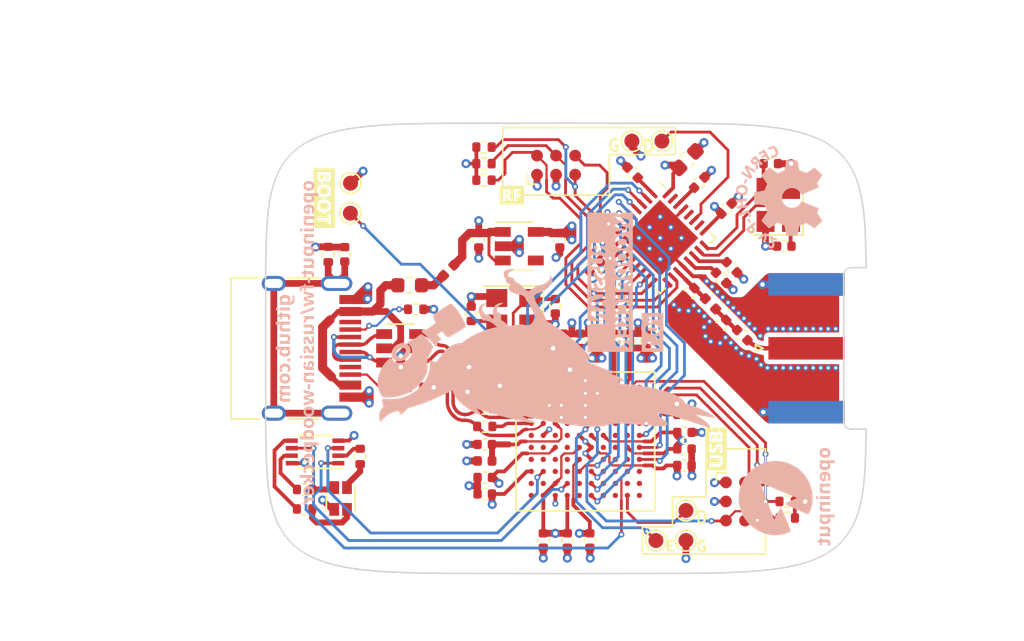
<source format=kicad_pcb>
(kicad_pcb (version 20210424) (generator pcbnew)
  (title_block (title "russian-woodpecker") (date "2021-05-26") (rev "r0.0") (company "openinput                           https://github.com/openinput-fw/russian-woodpecker") (comment 2 "This source describes Open Hardware and is licensed under the CERN-OHL-Pv2") (comment 4 "Copyright (c) Rafael Silva"))
  (layers (0 "F.Cu" signal) (1 "In1.Cu" signal) (2 "In2.Cu" signal) (31 "B.Cu" signal) (34 "B.Paste" user) (35 "F.Paste" user) (36 "B.SilkS" user "B.Silkscreen") (37 "F.SilkS" user "F.Silkscreen") (38 "B.Mask" user) (39 "F.Mask" user) (44 "Edge.Cuts" user))
  (net 0 "")
  (net 1 "+3V3")
  (net 2 "GND")
  (net 3 "+1V8")
  (net 4 "+5V")
  (net 5 "VDDPLL")
  (net 6 "/M_HF_XTAL_P")
  (net 7 "/M_HF_XTAL_M")
  (net 8 "Net-(C23-Pad1)")
  (net 9 "Net-(C24-Pad1)")
  (net 10 "Net-(C24-Pad2)")
  (net 11 "/RF_HF_XTAL_P")
  (net 12 "Net-(C27-Pad1)")
  (net 13 "/RF_HF_XTAL_M")
  (net 14 "Net-(C29-Pad1)")
  (net 15 "Net-(C30-Pad1)")
  (net 16 "Net-(C31-Pad1)")
  (net 17 "Net-(C32-Pad1)")
  (net 18 "Net-(F1-Pad1)")
  (net 19 "Net-(F1-Pad2)")
  (net 20 "/M_SWDIO")
  (net 21 "/M_SWCLK")
  (net 22 "/~M_NRST")
  (net 23 "/M_SWO")
  (net 24 "/RF_SWDIO")
  (net 25 "/RF_SWCLK")
  (net 26 "/L_RED")
  (net 27 "/L_GREEN")
  (net 28 "/L_BLUE")
  (net 29 "/BOOT")
  (net 31 "/USB_DP")
  (net 32 "/_USB_DP")
  (net 33 "/DATA6")
  (net 34 "/DATA5")
  (net 35 "/DATA4")
  (net 36 "/DATA3")
  (net 37 "/DATA2")
  (net 38 "/DATA1")
  (net 39 "/DATA0")
  (net 61 "/MOSI")
  (net 62 "/NPCS0")
  (net 63 "/SPCK")
  (net 66 "/RF_TX")
  (net 69 "/MISO")
  (net 76 "/M_ERASE")
  (net 86 "/RF_DBG")
  (net 87 "/INT")
  (net 89 "/M_DBG")
  (net 92 "/~RF_NRST")
  (net 93 "Net-(J1-PadB5)")
  (net 95 "Net-(J1-PadA5)")
  (net 97 "/_USB_DN")
  (net 98 "/USB_DN")
  (net 99 "Net-(R14-Pad1)")
  (net 100 "Net-(R15-Pad1)")
  (net 101 "Net-(C4-Pad1)")
  (net 107 "unconnected-(U3-PadF8)")
  (net 108 "Net-(R2-Pad1)")
  (net 109 "Net-(R3-Pad1)")
  (net 110 "Net-(R4-Pad1)")
  (net 111 "Net-(R2-Pad2)")
  (net 112 "Net-(R3-Pad2)")
  (net 113 "Net-(R4-Pad2)")
  (footprint "Resistor_SMD:R_0402_1005Metric" (layer "F.Cu") (at 94.75 76.3 180)
    (fp_text reference "R8" hide)
    (fp_text value "100k" hide)
  )
  (footprint "Capacitor_SMD:C_0402_1005Metric" (layer "F.Cu") (at 73.700002 62.7 90)
    (fp_text reference "C22" hide)
    (fp_text value "12pF" hide)
  )
  (footprint "Resistor_SMD:R_0402_1005Metric" (layer "F.Cu") (at 62.6 74.4 180)
    (fp_text reference "R2" hide)
    (fp_text value "1k" hide)
  )
  (footprint "Capacitor_SMD:C_0402_1005Metric" (layer "F.Cu") (at 91.05 59.6 -45)
    (fp_text reference "C30" hide)
    (fp_text value "100pF" hide)
  )
  (footprint "LED_SMD:LED_LiteOn_LTST-C19HE1WT" (layer "F.Cu") (at 65 75)
    (fp_text reference "D1" hide)
    (fp_text value "LED_RGBA" hide)
  )
  (footprint "Capacitor_SMD:C_0402_1005Metric" (layer "F.Cu") (at 87.9 70.6)
    (fp_text reference "C9" hide)
    (fp_text value "100nF" hide)
  )
  (footprint "Package_TO_SOT_SMD:SOT-23-5" (layer "F.Cu") (at 76.9 58.2)
    (fp_text reference "U1" hide)
    (fp_text value "MIC5504-3.3YM5" hide)
  )
  (footprint "Capacitor_SMD:C_0402_1005Metric" (layer "F.Cu") (at 90.342893 60.307107 -45)
    (fp_text reference "C31" hide)
    (fp_text value "NC" hide)
  )
  (footprint "Inductor_SMD:L_0402_1005Metric" (layer "F.Cu") (at 72.2 59.8 45)
    (fp_text reference "FB2" hide)
    (fp_text value "~" hide)
  )
  (footprint "Capacitor_SMD:C_0402_1005Metric" (layer "F.Cu") (at 90.339322 63.451784 -135)
    (fp_text reference "C26" hide)
    (fp_text value "NC" hide)
  )
  (footprint "Capacitor_SMD:C_0402_1005Metric" (layer "F.Cu") (at 87.9 71.7)
    (fp_text reference "C6" hide)
    (fp_text value "100nF" hide)
  )
  (footprint "Resistor_SMD:R_0402_1005Metric" (layer "F.Cu") (at 74.55 53.8)
    (fp_text reference "R9" hide)
    (fp_text value "100k" hide)
  )
  (footprint "Connector_USB:USB_C_Receptacle_HRO_TYPE-C-31-M-12" (layer "F.Cu") (at 61.6 65 -90)
    (fp_text reference "J1" hide)
    (fp_text value "USB_C_Receptacle_USB2.0" hide)
  )
  (footprint "Crystal:Crystal_SMD_3225-4Pin_3.2x2.5mm" (layer "F.Cu") (at 76.5 62.499999 180)
    (fp_text reference "Y1" hide)
    (fp_text value "12MHz" hide)
  )
  (footprint "Capacitor_SMD:C_0402_1005Metric" (layer "F.Cu") (at 87.9 72.8)
    (fp_text reference "C8" hide)
    (fp_text value "100nF" hide)
  )
  (footprint "Capacitor_SMD:C_0402_1005Metric" (layer "F.Cu") (at 88.218001 61.330464 -135)
    (fp_text reference "C27" hide)
    (fp_text value "0.8pF" hide)
  )
  (footprint "TestPoint:TestPoint_Pad_D1.0mm" (layer "F.Cu") (at 65.65 56 90)
    (fp_text reference "TP12" hide)
    (fp_text value "~" hide)
  )
  (footprint "Capacitor_SMD:C_0402_1005Metric" (layer "F.Cu") (at 82.05 64.5 90)
    (fp_text reference "C3" hide)
    (fp_text value "100nF" hide)
  )
  (footprint "Resistor_SMD:R_0402_1005Metric" (layer "F.Cu") (at 62.6 75.7 180)
    (fp_text reference "R4" hide)
    (fp_text value "1k" hide)
  )
  (footprint "svg2mod" (layer "F.Cu") (at 76.4 54.8)
    (fp_text reference "svg2mod" hide)
    (fp_text value "G***" hide)
  )
  (footprint "Capacitor_SMD:C_0402_1005Metric" (layer "F.Cu") (at 79.6 57.8 -90)
    (fp_text reference "C20" hide)
    (fp_text value "1uF" hide)
  )
  (footprint "Resistor_SMD:R_0402_1005Metric" (layer "F.Cu") (at 94.74 75.199999 180)
    (fp_text reference "R7" hide)
    (fp_text value "100k" hide)
  )
  (footprint "Resistor_SMD:R_0402_1005Metric" (layer "F.Cu") (at 74.55 51.6)
    (fp_text reference "R11" hide)
    (fp_text value "100k" hide)
  )
  (footprint "TestPoint:TestPoint_Pad_D1.0mm" (layer "F.Cu") (at 88 77.8)
    (fp_text reference "TP11" hide)
    (fp_text value "~" hide)
  )
  (footprint "Resistor_SMD:R_0402_1005Metric" (layer "F.Cu") (at 74.55 52.700001)
    (fp_text reference "R10" hide)
    (fp_text value "100k" hide)
  )
  (footprint "Connector:Tag-Connect_TC2030-IDC-NL_2x03_P1.27mm_Vertical" (layer "F.Cu") (at 91.3 75.2 -90)
    (fp_text reference "J2" hide)
    (fp_text value "SWD" hide)
  )
  (footprint "Capacitor_SMD:C_0402_1005Metric" (layer "F.Cu") (at 79.3 62.2 -90)
    (fp_text reference "C21" hide)
    (fp_text value "12pf" hide)
  )
  (footprint "Capacitor_SMD:C_0402_1005Metric" (layer "F.Cu") (at 65.275 58.74 90)
    (fp_text reference "C4" hide)
    (fp_text value "100nF" hide)
  )
  (footprint "TestPoint:TestPoint_Pad_D1.0mm" (layer "F.Cu") (at 86 77.8 180)
    (fp_text reference "TP1" hide)
    (fp_text value "~" hide)
  )
  (footprint "TestPoint:TestPoint_Pad_D1.0mm" (layer "F.Cu") (at 84.4 51.2)
    (fp_text reference "TP2" hide)
    (fp_text value "~" hide)
  )
  (footprint "Capacitor_SMD:C_0402_1005Metric" (layer "F.Cu") (at 81.600002 77.8 -90)
    (fp_text reference "C12" hide)
    (fp_text value "100nF" hide)
  )
  (footprint "Inductor_SMD:L_0402_1005Metric" (layer "F.Cu") (at 74.6 72.5)
    (fp_text reference "FB1" hide)
    (fp_text value "~" hide)
  )
  (footprint "Capacitor_SMD:C_0402_1005Metric" (layer "F.Cu") (at 93.65 52.7)
    (fp_text reference "C28" hide)
    (fp_text value "12pF" hide)
  )
  (footprint "Capacitor_SMD:C_0402_1005Metric" (layer "F.Cu") (at 81.910589 59.539411 -135)
    (fp_text reference "C15" hide)
    (fp_text value "100nF" hide)
  )
  (footprint "Resistor_SMD:R_0402_1005Metric" (layer "F.Cu") (at 70 62.4)
    (fp_text reference "R12" hide)
    (fp_text value "5.11k" hide)
  )
  (footprint "Crystal:Crystal_SMD_3225-4Pin_3.2x2.5mm" (layer "F.Cu") (at 94.15 55.45 90)
    (fp_text reference "Y2" hide)
    (fp_text value "32MHz" hide)
  )
  (footprint "Capacitor_SMD:C_0402_1005Metric" (layer "F.Cu") (at 74.6 74.7 180)
    (fp_text reference "C14" hide)
    (fp_text value "100nF" hide)
  )
  (footprint "TestPoint:TestPoint_Pad_D1.0mm" (layer "F.Cu") (at 86.4 51.2)
    (fp_text reference "TP9" hide)
    (fp_text value "~" hide)
  )
  (footprint "Capacitor_SMD:C_0402_1005Metric" (layer "F.Cu") (at 88.889411 53.960589 45)
    (fp_text reference "C29" hide)
    (fp_text value "1uF" hide)
  )
  (footprint "svg2mod" (layer "F.Cu") (at 63.9 55 -90)
    (fp_text reference "svg2mod" hide)
    (fp_text value "G***" hide)
  )
  (footprint "Capacitor_SMD:C_0402_1005Metric" (layer "F.Cu") (at 74.6 73.6 180)
    (fp_text reference "C1" hide)
    (fp_text value "100nF" hide)
  )
  (footprint "Package_TO_SOT_SMD:SOT-23-6" (layer "F.Cu") (at 69 65 180)
    (fp_text reference "U2" hide)
    (fp_text value "USBLC6-2SC6" hide)
  )
  (footprint "Inductor_SMD:L_0402_1005Metric" (layer "F.Cu") (at 89.632215 62.03757 -45)
    (fp_text reference "L1" hide)
    (fp_text value "3.9nH" hide)
  )
  (footprint "Capacitor_SMD:C_0402_1005Metric" (layer "F.Cu") (at 74.2 57.8 -90)
    (fp_text reference "C10" hide)
    (fp_text value "1uF" hide)
  )
  (footprint "Package_BGA:TFBGA-100_9.0x9.0mm_Layout10x10_P0.8mm" (layer "F.Cu") (at 81.3 71.2)
    (fp_text reference "U3" hide)
    (fp_text value "ATSAM3U2C" hide)
  )
  (footprint "Capacitor_SMD:C_0402_1005Metric" (layer "F.Cu") (at 74.6 67.9 180)
    (fp_text reference "C2" hide)
    (fp_text value "100nF" hide)
  )
  (footprint "Package_SO:VSSOP-8_2.3x2mm_P0.5mm" (layer "F.Cu") (at 63.3 71.9 180)
    (fp_text reference "U5" hide)
    (fp_text value "74LVC3G17" hide)
  )
  (footprint "MountingHole:MountingHole_3.2mm_M3" (layer "F.Cu") (at 70 55)
    (fp_text reference "MH0" hide)
    (fp_text value "MountingHole_3.2mm_M3" hide)
  )
  (footprint "Resistor_SMD:R_0402_1005Metric" (layer "F.Cu") (at 94.74 74.1 180)
    (fp_text reference "R5" hide)
    (fp_text value "100k" hide)
  )
  (footprint "Connector_Coaxial:SMA_Amphenol_132289_EdgeMount" (layer "F.Cu") (at 96.0325 65)
    (fp_text reference "J3" hide)
    (fp_text value "SMA-RP" hide)
  )
  (footprint "Capacitor_SMD:C_0402_1005Metric" (layer "F.Cu") (at 90.7 55.7 45)
    (fp_text reference "C13" hide)
    (fp_text value "100nF" hide)
  )
  (footprint "Capacitor_SMD:C_0402_1005Metric" (layer "F.Cu") (at 74.6 71.4 180)
    (fp_text reference "C19" hide)
    (fp_text value "1uF" hide)
  )
  (footprint "Capacitor_SMD:C_0402_1005Metric" (layer "F.Cu") (at 87.9 69.4)
    (fp_text reference "C33" hide)
    (fp_text value "100nF" hide)
  )
  (footprint "Capacitor_SMD:C_0402_1005Metric" (layer "F.Cu") (at 84.25 64.5 90)
    (fp_text reference "C17" hide)
    (fp_text value "1uF" hide)
  )
  (footprint "Capacitor_SMD:C_0402_1005Metric" (layer "F.Cu") (at 94.55 58.2 180)
    (fp_text reference "C25" hide)
    (fp_text value "12pf" hide)
  )
  (footprint "Capacitor_SMD:C_0402_1005Metric" (layer "F.Cu") (at 79.85 64.5 90)
    (fp_text reference "C35" hide)
    (fp_text value "100nF" hide)
  )
  (footprint "TestPoint:TestPoint_Pad_D1.0mm" (layer "F.Cu") (at 65.66 54 90)
    (fp_text reference "TP13" hide)
    (fp_text value "~" hide)
  )
  (footprint "Capacitor_SMD:C_0603_1608Metric" (layer "F.Cu") (at 88.083274 52.433274 45)
    (fp_text reference "C18" hide)
    (fp_text value "4.7uF" hide)
  )
  (footprint "Capacitor_SMD:C_0402_1005Metric" (layer "F.Cu") (at 83.15 64.5 90)
    (fp_text reference "C7" hide)
    (fp_text value "1uF" hide)
  )
  (footprint "Connector:Tag-Connect_TC2030-IDC-NL_2x03_P1.27mm_Vertical" (layer "F.Cu") (at 79.35 52.8)
    (fp_text reference "J4" hide)
    (fp_text value "SWD" hide)
  )
  (footprint "Capacitor_SMD:C_0402_1005Metric" (layer "F.Cu") (at 91.75 64.12 135)
    (fp_text reference "C24" hide)
    (fp_text value "15pF" hide)
  )
  (footprint "Resistor_SMD:R_0402_1005Metric" (layer "F.Cu") (at 74.6 69 180)
    (fp_text reference "R14" hide)
    (fp_text value "39" hide)
  )
  (footprint "Capacitor_SMD:C_0402_1005Metric" (layer "F.Cu") (at 85.35 64.5 90)
    (fp_text reference "C16" hide)
    (fp_text value "100nF" hide)
  )
  (footprint "Resistor_SMD:R_0402_1005Metric" (layer "F.Cu") (at 70 67.6)
    (fp_text reference "R13" hide)
    (fp_text value "5.11k" hide)
  )
  (footprint "Capacitor_SMD:C_0402_1005Metric" (layer "F.Cu") (at 78.5 77.8 -90)
    (fp_text reference "C34" hide)
    (fp_text value "100nF" hide)
  )
  (footprint "TestPoint:TestPoint_Pad_D1.0mm" (layer "F.Cu") (at 88 75.8)
    (fp_text reference "TP3" hide)
    (fp_text value "~" hide)
  )
  (footprint "svg2mod" (layer "F.Cu") (at 90 71.7 90)
    (fp_text reference "svg2mod" hide)
    (fp_text value "G***" hide)
  )
  (footprint "Package_DFN_QFN:QFN-32-1EP_5x5mm_P0.5mm_EP3.6x3.6mm" (layer "F.Cu") (at 86.277029 57.655456 -45)
    (fp_text reference "U4" hide)
    (fp_text value "nRF52810-QCxx" hide)
  )
  (footprint "Capacitor_SMD:C_0402_1005Metric" (layer "F.Cu") (at 74.6 65.7 180)
    (fp_text reference "C23" hide)
    (fp_text value "10pF" hide)
  )
  (footprint "MountingHole:MountingHole_3.2mm_M3" (layer "F.Cu") (at 70 75)
    (fp_text reference "MH0" hide)
    (fp_text value "MountingHole_3.2mm_M3" hide)
  )
  (footprint "Resistor_SMD:R_0402_1005Metric" (layer "F.Cu") (at 74.6 66.8 180)
    (fp_text reference "R6" hide)
    (fp_text value "6.8k" hide)
  )
  (footprint "Resistor_SMD:R_0402_1005Metric" (layer "F.Cu") (at 74.6 70.2 180)
    (fp_text reference "R15" hide)
    (fp_text value "39" hide)
  )
  (footprint "Capacitor_SMD:C_0402_1005Metric" (layer "F.Cu") (at 84.45 53.3 135)
    (fp_text reference "C32" hide)
    (fp_text value "100nF" hide)
  )
  (footprint "Capacitor_SMD:C_0402_1005Metric" (layer "F.Cu") (at 80.1 77.8 -90)
    (fp_text reference "C5" hide)
    (fp_text value "100nF" hide)
  )
  (footprint "Resistor_SMD:R_0402_1005Metric" (layer "F.Cu") (at 64.175 58.75 90)
    (fp_text reference "R1" hide)
    (fp_text value "1M" hide)
  )
  (footprint "Capacitor_SMD:C_0402_1005Metric" (layer "F.Cu") (at 80.95 64.5 90)
    (fp_text reference "C11" hide)
    (fp_text value "100nF" hide)
  )
  (footprint "Resistor_SMD:R_0402_1005Metric" (layer "F.Cu") (at 66.3 72.2 90)
    (fp_text reference "R3" hide)
    (fp_text value "1k" hide)
  )
  (footprint "Fuse:Fuse_0603_1608Metric" (layer "F.Cu") (at 69.6 60.8)
    (fp_text reference "F1" hide)
    (fp_text value "750mA" hide)
  )
  (footprint "svg2mod" (layer "B.Cu") (at 97.275 74.875 -90)
    (fp_text reference "svg2mod" hide)
    (fp_text value "G***" hide)
  )
  (footprint "svg2mod" (layer "B.Cu") (at 85.77 63.94 -90)
    (fp_text reference "svg2mod" hide)
    (fp_text value "G***" hide)
  )
  (footprint "svg2mod" (layer "B.Cu") (at 82.95 60.6 -90)
    (fp_text reference "svg2mod" hide)
    (fp_text value "G***" hide)
  )
  (footprint "svg2mod" (layer "B.Cu") (at 62.1 64.625 -90)
    (fp_text reference "svg2mod" hide)
    (fp_text value "G***" hide)
  )
  (gr_line (start 68.580057 65.530947) (end 68.590215 65.548996) (layer "B.SilkS") (width 0.295603))
  (gr_line (start 69.455153 64.964808) (end 69.455153 64.964808) (layer "B.SilkS") (width 0.295603))
  (gr_line (start 68.64737 65.074049) (end 68.633324 65.094227) (layer "B.SilkS") (width 0.295603))
  (gr_poly (pts (xy 92.182356 56.363694) (xy 92.074563 56.424888) (xy 92.205979 56.656378) (xy 92.313772 56.595184) (xy 92.182356 56.363694)) (layer "B.SilkS") (width 0.015874) (fill solid))
  (gr_line (start 68.563466 65.493342) (end 68.571144 65.512382) (layer "B.SilkS") (width 0.295603))
  (gr_line (start 68.864221 65.706225) (end 68.886141 65.707452) (layer "B.SilkS") (width 0.295603))
  (gr_line (start 68.723198 65.669049) (end 68.741733 65.677401) (layer "B.SilkS") (width 0.295603))
  (gr_line (start 68.814316 64.913556) (end 68.792331 64.929034) (layer "B.SilkS") (width 0.295603))
  (gr_poly (pts (xy 91.674336 54.121262) (xy 91.674336 54.282183) (xy 91.666808 54.282425) (xy 91.659409 54.28282) (xy 91.652142 54.283369) (xy 91.645003 54.284072) (xy 91.637994 54.284929) (xy 91.631115 54.285938) (xy 91.624366 54.287102) (xy 91.617747 54.288418) (xy 91.611257 54.28989) (xy 91.604898 54.291513) (xy 91.598668 54.29329) (xy 91.592569 54.295221) (xy 91.5866 54.297304) (xy 91.580761 54.299542) (xy 91.575053 54.301932) (xy 91.569474 54.304476) (xy 91.565107 54.30664) (xy 91.56085 54.308925) (xy 91.556703 54.311333) (xy 91.552667 54.313866) (xy 91.548741 54.316519) (xy 91.544925 54.319296) (xy 91.54122 54.322195) (xy 91.537624 54.325218) (xy 91.534138 54.328363) (xy 91.530763 54.331632) (xy 91.527498 54.335021) (xy 91.524343 54.338534) (xy 91.521298 54.342171) (xy 91.518363 54.345929) (xy 91.515538 54.349811) (xy 91.512823 54.353815) (xy 91.51022 54.357942) (xy 91.507724 54.362192) (xy 91.505341 54.366566) (xy 91.503067 54.37106) (xy 91.498849 54.380419) (xy 91.495071 54.390268) (xy 91.491734 54.400609) (xy 91.488837 54.41144) (xy 91.48638 54.422763) (xy 91.484363 54.434576) (xy 91.482849 54.44646) (xy 91.481901 54.457995) (xy 91.481516 54.46918) (xy 91.481701 54.480017) (xy 91.482449 54.490502) (xy 91.483765 54.500641) (xy 91.485644 54.510427) (xy 91.488091 54.519866) (xy 91.491103 54.528956) (xy 91.49468 54.537697) (xy 91.498823 54.546089) (xy 91.50353 54.554131) (xy 91.508805 54.561827) (xy 91.514643 54.569171) (xy 91.521049 54.576167) (xy 91.528018 54.582815) (xy 91.534612 54.588441) (xy 91.541544 54.593852) (xy 91.548817 54.59905) (xy 91.556433 54.604034) (xy 91.564388 54.608804) (xy 91.572683 54.613361) (xy 91.581318 54.617704) (xy 91.590294 54.621834) (xy 91.599609 54.625751) (xy 91.609265 54.629452) (xy 91.61926 54.632941) (xy 91.629596 54.636217) (xy 91.640271 54.63928) (xy 91.651287 54.642127) (xy 91.662641 54.644763) (xy 91.674336 54.647184) (xy 91.674336 54.811112) (xy 91.660643 54.808894) (xy 91.647219 54.806423) (xy 91.634064 54.803698) (xy 91.621175 54.800721) (xy 91.608553 54.797488) (xy 91.5962 54.794002) (xy 91.584112 54.790265) (xy 91.572294 54.786272) (xy 91.560741 54.782026) (xy 91.549459 54.777528) (xy 91.538442 54.772776) (xy 91.527692 54.767772) (xy 91.51721 54.762514) (xy 91.506997 54.757004) (xy 91.497049 54.75124) (xy 91.48737 54.745224) (xy 91.47779 54.739018) (xy 91.468555 54.732551) (xy 91.459663 54.725821) (xy 91.451116 54.718831) (xy 91.442912 54.711579) (xy 91.435054 54.704066) (xy 91.427539 54.696291) (xy 91.420366 54.688255) (xy 91.41354 54.679957) (xy 91.407057 54.671396) (xy 91.400917 54.662575) (xy 91.395122 54.65349) (xy 91.38967 54.644144) (xy 91.384562 54.634536) (xy 91.379797 54.624667) (xy 91.375376 54.614534) (xy 91.371207 54.604118) (xy 91.367446 54.593434) (xy 91.364094 54.582481) (xy 91.36115 54.57126) (xy 91.358615 54.55977) (xy 91.356489 54.548012) (xy 91.354773 54.535986) (xy 91.353465 54.523692) (xy 91.352565 54.511131) (xy 91.352077 54.4983) (xy 91.351997 54.485202) (xy 91.352326 54.471836) (xy 91.353064 54.458202) (xy 91.354211 54.444301) (xy 91.355768 54.430132) (xy 91.357735 54.415694) (xy 91.360082 54.401185) (xy 91.362741 54.387053) (xy 91.365714 54.373294) (xy 91.369001 54.359912) (xy 91.3726 54.346907) (xy 91.376511 54.334275) (xy 91.380738 54.322021) (xy 91.385277 54.310143) (xy 91.390129 54.298639) (xy 91.395294 54.287511) (xy 91.400773 54.276759) (xy 91.406564 54.266383) (xy 91.412669 54.256383) (xy 91.419087 54.246758) (xy 91.425817 54.237509) (xy 91.43286 54.228635) (xy 91.440042 54.220228) (xy 91.447467 54.212162) (xy 91.455139 54.204439) (xy 91.463056 54.197056) (xy 91.471219 54.190017) (xy 91.479628 54.183318) (xy 91.488284 54.176963) (xy 91.497186 54.170947) (xy 91.506334 54.165274) (xy 91.515728 54.159942) (xy 91.525368 54.154952) (xy 91.535253 54.150303) (xy 91.545385 54.145996) (xy 91.555762 54.14203) (xy 91.566387 54.138405) (xy 91.577257 54.135122) (xy 91.588696 54.132205) (xy 91.600335 54.129627) (xy 91.612173 54.127388) (xy 91.62421 54.125488) (xy 91.636446 54.123925) (xy 91.648879 54.122701) (xy 91.661509 54.121813) (xy 91.674336 54.121262)) (layer "B.SilkS") (width 0.015874) (fill solid))
  (gr_line (start 69.404374 64.901547) (end 69.389464 64.888197) (layer "B.SilkS") (width 0.295603))
  (gr_line (start 68.662354 65.054234) (end 68.64737 65.074049) (layer "B.SilkS") (width 0.295603))
  (gr_line (start 69.418439 64.915885) (end 69.404374 64.901547) (layer "B.SilkS") (width 0.295603))
  (gr_line (start 69.475827 65.293144) (end 69.482909 65.271546) (layer "B.SilkS") (width 0.295603))
  (gr_line (start 69.093082 65.671671) (end 69.116413 65.662439) (layer "B.SilkS") (width 0.295603))
  (gr_line (start 68.976638 65.702003) (end 68.999766 65.698039) (layer "B.SilkS") (width 0.295603))
  (gr_line (start 68.608104 65.135506) (end 68.596959 65.156533) (layer "B.SilkS") (width 0.295603))
  (gr_line (start 69.322172 64.844757) (end 69.303636 64.836402) (layer "B.SilkS") (width 0.295603))
  (gr_line (start 68.886141 65.707452) (end 68.908383 65.707645) (layer "B.SilkS") (width 0.295603))
  (gr_poly (pts (xy 94.096396 57.724106) (xy 93.626496 57.533775) (xy 93.586446 57.632652) (xy 93.68597 57.871371) (xy 93.699931 57.906418) (xy 93.712328 57.938228) (xy 93.723159 57.966799) (xy 93.732422 57.992133) (xy 93.736352 58.004001) (xy 93.739845 58.015418) (xy 93.742904 58.026385) (xy 93.74553 58.036904) (xy 93.74772 58.046971) (xy 93.749476 58.05659) (xy 93.7508 58.065757) (xy 93.751687 58.074475) (xy 93.751914 58.078832) (xy 93.752018 58.083173) (xy 93.751999 58.087499) (xy 93.751859 58.091811) (xy 93.751597 58.096105) (xy 93.751211 58.100386) (xy 93.750703 58.10465) (xy 93.750076 58.108901) (xy 93.749324 58.113134) (xy 93.748449 58.117353) (xy 93.747453 58.121557) (xy 93.746335 58.125746) (xy 93.745094 58.129919) (xy 93.743731 58.134077) (xy 93.742245 58.138221) (xy 93.740638 58.142347) (xy 93.738533 58.147292) (xy 93.736316 58.152004) (xy 93.733988 58.156482) (xy 93.73155 58.160727) (xy 93.729 58.164738) (xy 93.726339 58.168516) (xy 93.723568 58.172061) (xy 93.720685 58.175372) (xy 93.71769 58.178449) (xy 93.714585 58.181296) (xy 93.71137 58.183906) (xy 93.708043 58.186284) (xy 93.704605 58.188428) (xy 93.701056 58.190339) (xy 93.697398 58.192017) (xy 93.693627 58.193461) (xy 93.689886 58.194734) (xy 93.686084 58.195801) (xy 93.68222 58.196665) (xy 93.678292 58.197321) (xy 93.674303 58.197773) (xy 93.670251 58.19802) (xy 93.666136 58.198062) (xy 93.661958 58.197899) (xy 93.657717 58.19753) (xy 93.653416 58.196957) (xy 93.649052 58.196178) (xy 93.644625 58.195194) (xy 93.640135 58.194005) (xy 93.635583 58.192611) (xy 93.630967 58.191013) (xy 93.62629 58.189207) (xy 93.621499 58.187185) (xy 93.616781 58.185031) (xy 93.612134 58.18274) (xy 93.607557 58.180317) (xy 93.603051 58.177761) (xy 93.598618 58.175069) (xy 93.594256 58.172245) (xy 93.589964 58.169286) (xy 93.585745 58.166194) (xy 93.581596 58.162968) (xy 93.577518 58.159609) (xy 93.573513 58.156114) (xy 93.569579 58.152487) (xy 93.565715 58.148726) (xy 93.561923 58.14483) (xy 93.558202 58.140802) (xy 93.554528 58.13664) (xy 93.55087 58.13235) (xy 93.54361 58.12338) (xy 93.536423 58.113892) (xy 93.529309 58.103885) (xy 93.522268 58.09336) (xy 93.515299 58.082315) (xy 93.508404 58.070754) (xy 93.501582 58.058673) (xy 93.387365 58.118739) (xy 93.392157 58.128012) (xy 93.397085 58.1372) (xy 93.402148 58.146308) (xy 93.407348 58.155334) (xy 93.412683 58.164277) (xy 93.418154 58.173139) (xy 93.42376 58.181919) (xy 93.429504 58.190617) (xy 93.432578 58.194974) (xy 93.435752 58.199296) (xy 93.439026 58.203581) (xy 93.4424 58.20783) (xy 93.445874 58.212042) (xy 93.449451 58.216218) (xy 93.453127 58.220357) (xy 93.456902 58.22446) (xy 93.460779 58.228527) (xy 93.464756 58.232557) (xy 93.468834 58.23655) (xy 93.473011 58.240508) (xy 93.47729 58.244429) (xy 93.481667 58.248313) (xy 93.486146 58.252161) (xy 93.490726 58.255973) (xy 93.495513 58.259903) (xy 93.50048 58.263777) (xy 93.505622 58.267594) (xy 93.51094 58.271356) (xy 93.516438 58.275058) (xy 93.522112 58.278705) (xy 93.527962 58.282295) (xy 93.53399 58.285829) (xy 93.540195 58.289306) (xy 93.546577 58.292726) (xy 93.553137 58.296089) (xy 93.559873 58.299397) (xy 93.566787 58.302646) (xy 93.573877 58.305839) (xy 93.581145 58.308975) (xy 93.58859 58.312055) (xy 93.596795 58.315267) (xy 93.604929 58.318228) (xy 93.612996 58.320938) (xy 93.620991 58.323399) (xy 93.628917 58.325606) (xy 93.636774 58.327564) (xy 93.644561 58.329271) (xy 93.652279 58.330727) (xy 93.659925 58.331933) (xy 93.667503 58.332887) (xy 93.675011 58.333589) (xy 93.682451 58.334042) (xy 93.68982 58.334243) (xy 93.697118 58.334195) (xy 93.704349 58.333893) (xy 93.711509 58.333342) (xy 93.718644 58.332725) (xy 93.725659 58.331897) (xy 93.732555 58.330857) (xy 93.73933 58.329606) (xy 93.745985 58.328144) (xy 93.75252 58.326472) (xy 93.758935 58.324587) (xy 93.765231 58.322491) (xy 93.771408 58.320183) (xy 93.777463 58.317665) (xy 93.783398 58.314935) (xy 93.789215 58.311994) (xy 93.794911 58.308842) (xy 93.800487 58.305478) (xy 93.805942 58.301903) (xy 93.811278 58.298117) (xy 93.816539 58.294305) (xy 93.82163 58.290321) (xy 93.826551 58.286165) (xy 93.8313 58.281838) (xy 93.835881 58.277338) (xy 93.840291 58.272667) (xy 93.84453 58.267824) (xy 93.848599 58.26281) (xy 93.852497 58.257624) (xy 93.856227 58.252266) (xy 93.859786 58.246736) (xy 93.863174 58.241034) (xy 93.866391 58.235162) (xy 93.86944 58.229117) (xy 93.872318 58.2229) (xy 93.875024 58.216512) (xy 93.877735 58.209568) (xy 93.880239 58.202626) (xy 93.882536 58.195686) (xy 93.884626 58.188749) (xy 93.886511 58.181813) (xy 93.888189 58.174879) (xy 93.88966 58.167948) (xy 93.890926 58.161019) (xy 93.891984 58.154092) (xy 93.892836 58.147166) (xy 93.893483 58.140242) (xy 93.893923 58.13332) (xy 93.894157 58.126401) (xy 93.894183 58.119485) (xy 93.894005 58.112569) (xy 93.893619 58.105656) (xy 93.893165 58.098762) (xy 93.892547 58.09181) (xy 93.891764 58.084802) (xy 93.890816 58.077732) (xy 93.889703 58.070607) (xy 93.888425 58.063422) (xy 93.885374 58.048879) (xy 93.881666 58.034101) (xy 93.877298 58.019092) (xy 93.87227 58.00385) (xy 93.866582 57.988376) (xy 93.86058 57.972618) (xy 93.854139 57.956342) (xy 93.847258 57.939546) (xy 93.839938 57.922226) (xy 93.832177 57.904387) (xy 93.823976 57.886028) (xy 93.815335 57.867146) (xy 93.806254 57.847745) (xy 93.752422 57.731669) (xy 93.755091 57.725076) (xy 94.047953 57.8437) (xy 94.096396 57.724106)) (layer "B.SilkS") (width 0.015874) (fill solid))
  (gr_line (start 68.760873 65.684747) (end 68.780577 65.691081) (layer "B.SilkS") (width 0.295603))
  (gr_poly (pts (xy 92.468798 52.315513) (xy 92.609814 52.179427) (xy 93.113597 52.70138) (xy 93.003216 52.807916) (xy 92.809894 52.607618) (xy 92.750672 52.664762) (xy 92.819754 52.985021) (xy 92.69694 53.103557) (xy 92.630991 52.728045) (xy 92.621729 52.731136) (xy 92.612386 52.73391) (xy 92.60296 52.736368) (xy 92.59345 52.738509) (xy 92.583855 52.740334) (xy 92.574174 52.741844) (xy 92.56441 52.743041) (xy 92.554559 52.74392) (xy 92.549445 52.744214) (xy 92.544348 52.744379) (xy 92.53927 52.744415) (xy 92.534211 52.744323) (xy 92.529171 52.744101) (xy 92.524152 52.743749) (xy 92.519151 52.743269) (xy 92.514168 52.742662) (xy 92.509206 52.741924) (xy 92.504261 52.741059) (xy 92.499338 52.740063) (xy 92.494432 52.73894) (xy 92.489546 52.737688) (xy 92.484678 52.736308) (xy 92.47983 52.734799) (xy 92.475 52.733161) (xy 92.470649 52.731606) (xy 92.466328 52.729921) (xy 92.462038 52.728106) (xy 92.457781 52.726157) (xy 92.453556 52.724077) (xy 92.449364 52.721864) (xy 92.445205 52.719518) (xy 92.441079 52.717038) (xy 92.555181 52.605665) (xy 92.557361 52.606391) (xy 92.559553 52.607051) (xy 92.561755 52.607648) (xy 92.563969 52.608179) (xy 92.566194 52.608645) (xy 92.56843 52.609047) (xy 92.570678 52.609383) (xy 92.572936 52.609654) (xy 92.575208 52.60986) (xy 92.577491 52.610001) (xy 92.579784 52.610077) (xy 92.58209 52.610088) (xy 92.584407 52.610033) (xy 92.586735 52.609913) (xy 92.589075 52.609729) (xy 92.591426 52.609478) (xy 92.596609 52.608751) (xy 92.601901 52.607644) (xy 92.607299 52.606157) (xy 92.612807 52.604291) (xy 92.618422 52.602045) (xy 92.624144 52.59942) (xy 92.629974 52.596414) (xy 92.635913 52.593029) (xy 92.64196 52.589265) (xy 92.648114 52.58512) (xy 92.654375 52.580596) (xy 92.660744 52.575691) (xy 92.66722 52.570408) (xy 92.673806 52.564742) (xy 92.680498 52.558697) (xy 92.687297 52.552273) (xy 92.723109 52.517701) (xy 92.586931 52.376624) (xy 92.556794 52.405677) (xy 92.468798 52.315513)) (layer "B.SilkS") (width 0.015874) (fill solid))
  (gr_line (start 68.741733 65.677401) (end 68.760873 65.684747) (layer "B.SilkS") (width 0.295603))
  (gr_line (start 68.569544 65.220663) (end 68.56246 65.242258) (layer "B.SilkS") (width 0.295603))
  (gr_line (start 69.244566 64.817408) (end 69.223858 64.813109) (layer "B.SilkS") (width 0.295603))
  (gr_line (start 68.633324 65.094227) (end 68.620231 65.114725) (layer "B.SilkS") (width 0.295603))
  (gr_line (start 69.202704 64.809831) (end 69.181148 64.80758) (layer "B.SilkS") (width 0.295603))
  (gr_line (start 69.208528 65.614832) (end 69.231054 65.600247) (layer "B.SilkS") (width 0.295603))
  (gr_line (start 68.750856 64.961996) (end 68.731391 64.979399) (layer "B.SilkS") (width 0.295603))
  (gr_line (start 69.023013 65.693026) (end 69.046342 65.686962) (layer "B.SilkS") (width 0.295603))
  (gr_line (start 68.953671 65.704922) (end 68.976638 65.702003) (layer "B.SilkS") (width 0.295603))
  (gr_poly (pts (xy 73.082157 64.6787) (xy 72.997336 64.681067) (xy 72.915879 64.687547) (xy 72.83765 64.697974) (xy 72.762513 64.712179) (xy 72.690333 64.729997) (xy 72.620969 64.75126) (xy 72.554292 64.775804) (xy 72.49016 64.80346) (xy 72.42844 64.834063) (xy 72.368996 64.867448) (xy 72.311689 64.903447) (xy 72.256384 64.941891) (xy 72.202948 64.982619) (xy 72.151241 65.025461) (xy 72.052473 65.116824) (xy 71.958993 65.214649) (xy 71.869711 65.317606) (xy 71.783538 65.42436) (xy 71.699385 65.533584) (xy 71.532779 65.754112) (xy 71.448153 65.862755) (xy 71.361184 65.968541) (xy 71.352529 65.963205) (xy 71.327651 65.949235) (xy 71.309636 65.939966) (xy 71.288176 65.929684) (xy 71.263473 65.918771) (xy 71.235731 65.907608) (xy 71.205154 65.896578) (xy 71.171945 65.886061) (xy 71.154416 65.881117) (xy 71.136306 65.876442) (xy 71.11764 65.872088) (xy 71.098442 65.868101) (xy 71.078741 65.864528) (xy 71.058557 65.861417) (xy 71.03792 65.858819) (xy 71.016853 65.856777) (xy 70.995384 65.855342) (xy 70.973535 65.854562) (xy 70.951334 65.854482) (xy 70.928804 65.855148) (xy 70.951105 65.959345) (xy 70.964522 66.06666) (xy 70.969173 66.176623) (xy 70.965173 66.288757) (xy 70.952642 66.402593) (xy 70.931697 66.51766) (xy 70.902452 66.633485) (xy 70.865031 66.749598) (xy 70.819545 66.865522) (xy 70.766115 66.980792) (xy 70.704856 67.094931) (xy 70.635888 67.20747) (xy 70.559327 67.317934) (xy 70.47529 67.425854) (xy 70.383894 67.530757) (xy 70.285259 67.632171) (xy 70.179502 67.729624) (xy 70.066737 67.822644) (xy 69.947082 67.910758) (xy 69.820657 67.993498) (xy 69.687578 68.07039) (xy 69.547964 68.140959) (xy 69.401929 68.204737) (xy 69.249594 68.261253) (xy 69.091073 68.310029) (xy 68.926486 68.350599) (xy 68.75595 68.382488) (xy 68.57958 68.405226) (xy 68.397497 68.41834) (xy 68.209815 68.421358) (xy 68.016655 68.413808) (xy 67.818132 68.395221) (xy 67.810183 68.398515) (xy 67.803738 68.404335) (xy 67.798716 68.412508) (xy 67.795035 68.422863) (xy 67.792611 68.435226) (xy 67.791363 68.449424) (xy 67.792068 68.482639) (xy 67.796489 68.521127) (xy 67.803973 68.56351) (xy 67.813865 68.608405) (xy 67.825502 68.654434) (xy 67.851393 68.744372) (xy 67.876394 68.822281) (xy 67.902701 68.897858) (xy 67.846142 68.948474) (xy 67.8201 68.973839) (xy 67.795539 68.999273) (xy 67.772444 69.024802) (xy 67.750807 69.050453) (xy 67.730618 69.07625) (xy 67.711866 69.102219) (xy 67.694543 69.128385) (xy 67.678636 69.154773) (xy 67.664136 69.181408) (xy 67.651031 69.208317) (xy 67.639313 69.235524) (xy 67.628973 69.263055) (xy 67.619996 69.290933) (xy 67.612378 69.319187) (xy 67.606103 69.347842) (xy 67.601162 69.376918) (xy 67.597547 69.406447) (xy 67.595249 69.436451) (xy 67.594252 69.466953) (xy 67.594551 69.497987) (xy 67.596134 69.529567) (xy 67.598991 69.561725) (xy 67.60311 69.594486) (xy 67.608484 69.627874) (xy 67.622948 69.696634) (xy 67.642304 69.768208) (xy 67.666468 69.842799) (xy 67.725889 69.777389) (xy 67.785183 69.714186) (xy 67.844789 69.653337) (xy 67.905147 69.59499) (xy 67.966693 69.539288) (xy 68.029868 69.486383) (xy 68.095109 69.436422) (xy 68.162855 69.389549) (xy 68.233545 69.345918) (xy 68.307618 69.305669) (xy 68.346058 69.28686) (xy 68.385509 69.268955) (xy 68.426028 69.251969) (xy 68.467663 69.235921) (xy 68.510474 69.22083) (xy 68.554514 69.206715) (xy 68.599838 69.193594) (xy 68.646502 69.181485) (xy 68.694559 69.170406) (xy 68.744065 69.160379) (xy 68.795074 69.151417) (xy 68.847642 69.14354) (xy 68.856261 69.144873) (xy 68.864488 69.146699) (xy 68.872327 69.149007) (xy 68.879783 69.151791) (xy 68.886869 69.155043) (xy 68.893585 69.158752) (xy 68.899943 69.162914) (xy 68.905946 69.167517) (xy 68.911604 69.172555) (xy 68.916917 69.178018) (xy 68.921898 69.1839) (xy 68.926551 69.19019) (xy 68.930884 69.196881) (xy 68.934902 69.203966) (xy 68.938612 69.211435) (xy 68.942023 69.21928) (xy 68.945136 69.227493) (xy 68.947963 69.236066) (xy 68.950511 69.24499) (xy 68.952783 69.254257) (xy 68.954787 69.26386) (xy 68.956528 69.27379) (xy 68.958016 69.284036) (xy 68.959256 69.294595) (xy 68.960254 69.305453) (xy 68.961018 69.316607) (xy 68.961866 69.33976) (xy 68.961854 69.363989) (xy 68.961037 69.389226) (xy 69.0086 69.365194) (xy 69.052635 69.340455) (xy 69.093447 69.315072) (xy 69.131344 69.289106) (xy 69.166638 69.26262) (xy 69.199636 69.235675) (xy 69.230647 69.208331) (xy 69.259981 69.180652) (xy 69.287946 69.1527) (xy 69.31485 69.124537) (xy 69.366712 69.067816) (xy 69.41804 69.010992) (xy 69.471303 68.954553) (xy 69.688395 68.895821) (xy 69.9 68.833795) (xy 70.308236 68.700762) (xy 70.698998 68.557243) (xy 71.07527 68.405029) (xy 71.44003 68.245909) (xy 71.79627 68.081677) (xy 72.495113 67.745029) (xy 72.496324 67.772434) (xy 72.500569 67.805665) (xy 72.509668 67.851003) (xy 72.525438 67.907765) (xy 72.536395 67.940216) (xy 72.549701 67.975266) (xy 72.565586 68.01283) (xy 72.584276 68.052823) (xy 72.605999 68.095159) (xy 72.630984 68.139755) (xy 72.659457 68.186521) (xy 72.691644 68.235371) (xy 72.727776 68.286224) (xy 72.768078 68.338995) (xy 72.812777 68.393595) (xy 72.862102 68.449939) (xy 72.916282 68.507943) (xy 72.97554 68.567521) (xy 73.040107 68.628586) (xy 73.110211 68.691056) (xy 73.186074 68.754843) (xy 73.267932 68.819862) (xy 73.356006 68.886027) (xy 73.450526 68.953254) (xy 73.55172 69.021456) (xy 73.659812 69.090548) (xy 73.861015 69.212382) (xy 74.016606 69.299477) (xy 74.13109 69.355542) (xy 74.174323 69.37309) (xy 74.208968 69.384269) (xy 74.235587 69.389539) (xy 74.254741 69.389363) (xy 74.266996 69.384204) (xy 74.272912 69.374521) (xy 74.273057 69.36078) (xy 74.267987 69.343443) (xy 74.244464 69.299829) (xy 74.206846 69.247378) (xy 74.159637 69.189789) (xy 74.054452 69.073999) (xy 73.927082 68.943551) (xy 74.307967 69.06558) (xy 74.725336 69.194752) (xy 75.241782 69.348587) (xy 75.818147 69.511512) (xy 76.41527 69.667946) (xy 76.709383 69.738865) (xy 76.994 69.802316) (xy 77.264229 69.856357) (xy 77.515175 69.899039) (xy 77.675909 69.921406) (xy 77.780674 69.931383) (xy 77.836085 69.930161) (xy 77.847349 69.92572) (xy 77.848753 69.918926) (xy 77.841125 69.909929) (xy 77.825289 69.898872) (xy 77.772308 69.871189) (xy 77.604233 69.797697) (xy 77.397419 69.707964) (xy 77.296016 69.659987) (xy 77.204764 69.61152) (xy 77.130277 69.563757) (xy 77.101385 69.540508) (xy 77.079163 69.517883) (xy 77.064438 69.496028) (xy 77.058036 69.475093) (xy 77.060784 69.455225) (xy 77.073508 69.436575) (xy 77.7919 69.601961) (xy 78.553621 69.7619) (xy 79.462565 69.931735) (xy 79.943856 70.010616) (xy 80.427886 70.080275) (xy 80.903299 70.136807) (xy 81.358738 70.176317) (xy 81.78285 70.194905) (xy 82.164277 70.188669) (xy 82.335435 70.175022) (xy 82.491664 70.153708) (xy 82.631545 70.124241) (xy 82.753656 70.086127) (xy 82.875034 70.048194) (xy 83.012525 70.019086) (xy 83.329043 69.984376) (xy 83.689606 69.97603) (xy 84.080608 69.988095) (xy 84.899513 70.049601) (xy 85.676917 70.121209) (xy 86.016044 70.145898) (xy 86.303982 70.155229) (xy 86.527125 70.143244) (xy 86.610148 70.127395) (xy 86.671868 70.103981) (xy 86.71059 70.072257) (xy 86.724608 70.031478) (xy 86.712225 69.9809) (xy 86.671739 69.919775) (xy 86.601449 69.847363) (xy 86.499655 69.762914) (xy 86.194752 69.55493) (xy 86.132605 69.485241) (xy 86.097897 69.428548) (xy 86.088958 69.384143) (xy 86.104117 69.35132) (xy 86.141705 69.32937) (xy 86.200051 69.317588) (xy 86.277486 69.315265) (xy 86.37234 69.321695) (xy 86.607621 69.357985) (xy 86.892536 69.420798) (xy 87.213725 69.504481) (xy 87.557826 69.603373) (xy 88.261327 69.824159) (xy 88.896157 70.037893) (xy 89.53228 70.263194) (xy 89.535007 70.261975) (xy 89.541571 70.257818) (xy 89.545534 70.254406) (xy 89.549545 70.249982) (xy 89.553303 70.244452) (xy 89.556501 70.23772) (xy 89.558838 70.229697) (xy 89.560012 70.220293) (xy 89.559716 70.209406) (xy 89.557649 70.196951) (xy 89.553509 70.182831) (xy 89.546988 70.166955) (xy 89.537785 70.149229) (xy 89.525598 70.129559) (xy 89.510121 70.107855) (xy 89.491053 70.084021) (xy 89.468089 70.057966) (xy 89.440927 70.029595) (xy 89.409262 69.998818) (xy 89.372791 69.965537) (xy 89.331211 69.929664) (xy 89.284219 69.891105) (xy 89.231511 69.849768) (xy 89.172783 69.805554) (xy 89.107732 69.758378) (xy 89.036056 69.70814) (xy 88.957448 69.654753) (xy 88.871609 69.59812) (xy 88.778233 69.538151) (xy 88.677017 69.474751) (xy 88.565299 69.434408) (xy 88.511148 69.407594) (xy 88.503492 69.398787) (xy 88.507622 69.392797) (xy 88.547767 69.388513) (xy 88.624637 69.393234) (xy 88.731281 69.405452) (xy 89.006093 69.446352) (xy 89.60724 69.551798) (xy 89.906456 69.608384) (xy 89.869706 69.580849) (xy 89.762799 69.505862) (xy 89.684601 69.454146) (xy 89.590744 69.394856) (xy 89.481852 69.329418) (xy 89.358553 69.259263) (xy 89.221473 69.18582) (xy 89.071239 69.110516) (xy 88.908477 69.034782) (xy 88.733811 68.960047) (xy 88.642211 68.923502) (xy 88.547872 68.887739) (xy 88.45087 68.852941) (xy 88.351282 68.819287) (xy 88.249191 68.786953) (xy 88.144671 68.756119) (xy 88.037803 68.726965) (xy 87.928663 68.699668) (xy 87.898471 68.618648) (xy 87.849051 68.53964) (xy 87.781668 68.462711) (xy 87.697581 68.38793) (xy 87.598051 68.315367) (xy 87.484337 68.245085) (xy 87.219401 68.111652) (xy 86.912859 67.988177) (xy 86.574797 67.875207) (xy 86.215297 67.773288) (xy 85.844446 67.682969) (xy 85.472326 67.604792) (xy 85.109021 67.539303) (xy 84.764619 67.487054) (xy 84.449202 67.448592) (xy 84.172854 67.424456) (xy 83.945662 67.415199) (xy 83.777708 67.421366) (xy 83.719097 67.430402) (xy 83.679078 67.443501) (xy 83.639578 67.409825) (xy 83.604762 67.378721) (xy 83.574455 67.350097) (xy 83.548469 67.323851) (xy 83.52663 67.299885) (xy 83.508754 67.2781) (xy 83.494664 67.258397) (xy 83.484181 67.240677) (xy 83.477121 67.224839) (xy 83.473306 67.210787) (xy 83.472557 67.198421) (xy 83.474693 67.187644) (xy 83.479534 67.178351) (xy 83.4869 67.170447) (xy 83.496613 67.163836) (xy 83.508488 67.158412) (xy 83.52235 67.154084) (xy 83.538017 67.150746) (xy 83.555311 67.148303) (xy 83.574047 67.146656) (xy 83.615139 67.145347) (xy 83.659851 67.146032) (xy 83.754382 67.150206) (xy 83.801321 67.152115) (xy 83.846122 67.152846) (xy 83.790718 67.106912) (xy 83.734422 67.063648) (xy 83.677246 67.023035) (xy 83.619194 66.985045) (xy 83.560276 66.949657) (xy 83.500497 66.916847) (xy 83.439868 66.886589) (xy 83.378395 66.858861) (xy 83.316088 66.833639) (xy 83.252953 66.810898) (xy 83.188998 66.790613) (xy 83.124234 66.772761) (xy 83.058666 66.757321) (xy 82.992303 66.744266) (xy 82.925151 66.733572) (xy 82.857222 66.725215) (xy 82.871471 66.717277) (xy 82.889614 66.708661) (xy 82.911319 66.699406) (xy 82.936247 66.68955) (xy 82.994442 66.668182) (xy 83.061518 66.644863) (xy 83.211594 66.59358) (xy 83.289235 66.566224) (xy 83.365036 66.538127) (xy 83.251446 66.54061) (xy 83.137857 66.534053) (xy 83.024268 66.519319) (xy 82.910679 66.497276) (xy 82.797089 66.46878) (xy 82.683498 66.434701) (xy 82.569911 66.395906) (xy 82.45632 66.353248) (xy 82.229141 66.259827) (xy 82.001962 66.161348) (xy 81.774783 66.06472) (xy 81.661194 66.019263) (xy 81.547605 65.97686) (xy 81.509272 65.93668) (xy 81.4759 65.900109) (xy 81.447301 65.867011) (xy 81.423296 65.837252) (xy 81.403697 65.810699) (xy 81.388323 65.787216) (xy 81.37699 65.766675) (xy 81.369511 65.748934) (xy 81.365706 65.733865) (xy 81.365385 65.721332) (xy 81.366476 65.715975) (xy 81.368371 65.711203) (xy 81.371043 65.706998) (xy 81.374474 65.703342) (xy 81.383514 65.697615) (xy 81.395305 65.693892) (xy 81.409665 65.692034) (xy 81.426408 65.69191) (xy 81.44535 65.693386) (xy 81.466309 65.696328) (xy 81.513536 65.706074) (xy 81.566618 65.720079) (xy 81.624083 65.737271) (xy 81.868327 65.816499) (xy 81.582264 65.512897) (xy 81.258044 65.186485) (xy 81.060365 64.995108) (xy 80.842679 64.790851) (xy 80.607767 64.578138) (xy 80.358411 64.361395) (xy 80.097385 64.145039) (xy 79.827473 63.933501) (xy 79.551453 63.731202) (xy 79.272105 63.542567) (xy 79.132052 63.454755) (xy 78.99221 63.372021) (xy 78.852925 63.294912) (xy 78.714546 63.223983) (xy 78.644242 63.049987) (xy 78.574603 62.895843) (xy 78.505967 62.759268) (xy 78.438663 62.637981) (xy 78.373024 62.529692) (xy 78.309383 62.432123) (xy 78.189422 62.260004) (xy 78.081438 62.103354) (xy 78.03277 62.025122) (xy 77.988092 61.943904) (xy 77.947739 61.857419) (xy 77.912041 61.763384) (xy 77.881332 61.659515) (xy 77.855944 61.543526) (xy 77.87349 61.506998) (xy 77.891905 61.474473) (xy 77.911179 61.445645) (xy 77.931297 61.420203) (xy 77.952251 61.397834) (xy 77.974028 61.378231) (xy 77.996618 61.36108) (xy 78.020005 61.346073) (xy 78.044184 61.3329) (xy 78.069138 61.321249) (xy 78.094858 61.31081) (xy 78.121332 61.301274) (xy 78.234538 61.265937) (xy 78.295365 61.24561) (xy 78.326795 61.233694) (xy 78.358885 61.220198) (xy 78.391626 61.204809) (xy 78.425005 61.187219) (xy 78.459012 61.167116) (xy 78.493634 61.14419) (xy 78.52886 61.118131) (xy 78.564679 61.088626) (xy 78.601078 61.055368) (xy 78.638048 61.018045) (xy 78.675576 60.976349) (xy 78.713648 60.929964) (xy 78.752257 60.878584) (xy 78.791388 60.821899) (xy 78.826216 60.805763) (xy 78.858379 60.789075) (xy 78.887954 60.771865) (xy 78.915014 60.754165) (xy 78.939634 60.736006) (xy 78.961885 60.717415) (xy 78.981842 60.698423) (xy 78.999581 60.679059) (xy 79.015174 60.659354) (xy 79.028696 60.639337) (xy 79.040218 60.619038) (xy 79.049821 60.598487) (xy 79.057571 60.577715) (xy 79.063546 60.556748) (xy 79.067819 60.53562) (xy 79.070465 60.514359) (xy 79.071557 60.492993) (xy 79.07117 60.471557) (xy 79.069374 60.450076) (xy 79.066248 60.428582) (xy 79.061865 60.407106) (xy 79.056295 60.385673) (xy 79.049617 60.364317) (xy 79.041902 60.343066) (xy 79.033224 60.321953) (xy 79.023659 60.301003) (xy 79.002158 60.25972) (xy 78.977991 60.219457) (xy 78.951749 60.180452) (xy 78.961044 60.203711) (xy 78.969281 60.226175) (xy 78.976372 60.24778) (xy 78.982232 60.268461) (xy 78.986772 60.288154) (xy 78.98991 60.306793) (xy 78.991554 60.324312) (xy 78.991622 60.340651) (xy 78.991038 60.348355) (xy 78.990026 60.355743) (xy 78.988578 60.362798) (xy 78.986681 60.369519) (xy 78.984324 60.375895) (xy 78.981499 60.38192) (xy 78.978193 60.387583) (xy 78.974396 60.392878) (xy 78.970094 60.397796) (xy 78.965282 60.402331) (xy 78.959943 60.406469) (xy 78.954073 60.410211) (xy 78.947655 60.413539) (xy 78.940683 60.416452) (xy 78.933142 60.41894) (xy 78.925023 60.420994) (xy 78.893867 60.460772) (xy 78.863171 60.497552) (xy 78.832907 60.531478) (xy 78.803057 60.562688) (xy 78.77359 60.59132) (xy 78.744486 60.617511) (xy 78.715721 60.641402) (xy 78.687271 60.663127) (xy 78.65911 60.682828) (xy 78.631216 60.700642) (xy 78.603565 60.71671) (xy 78.576131 60.731167) (xy 78.521823 60.755807) (xy 78.4681 60.775667) (xy 78.414772 60.791856) (xy 78.361644 60.805483) (xy 78.255225 60.829472) (xy 78.20155 60.842051) (xy 78.147306 60.856492) (xy 78.092305 60.873905) (xy 78.036353 60.895398) (xy 77.497424 61.244946) (xy 77.459476 61.223356) (xy 77.42366 61.201518) (xy 77.389821 61.17946) (xy 77.357818 61.157211) (xy 77.327501 61.134799) (xy 77.298726 61.112255) (xy 77.245203 61.066885) (xy 77.196075 61.021334) (xy 77.150164 60.975837) (xy 77.063295 60.885934) (xy 77.019979 60.841996) (xy 76.975178 60.799045) (xy 76.92771 60.757317) (xy 76.876401 60.717039) (xy 76.848939 60.697519) (xy 76.820075 60.678451) (xy 76.789663 60.659865) (xy 76.757555 60.641783) (xy 76.723604 60.624244) (xy 76.687664 60.607273) (xy 76.649588 60.590898) (xy 76.609227 60.57515) (xy 76.60254 60.563795) (xy 76.596449 60.552214) (xy 76.585656 60.528512) (xy 76.566855 60.480042) (xy 76.557259 60.455881) (xy 76.546475 60.432177) (xy 76.540391 60.420593) (xy 76.533711 60.409237) (xy 76.52634 60.398146) (xy 76.518175 60.387363) (xy 76.509117 60.376919) (xy 76.499071 60.366859) (xy 76.487933 60.357215) (xy 76.475608 60.34803) (xy 76.461992 60.33934) (xy 76.446992 60.331185) (xy 76.430503 60.3236) (xy 76.41243 60.316627) (xy 76.392672 60.310301) (xy 76.37113 60.30466) (xy 76.347707 60.299744) (xy 76.3223 60.295591) (xy 76.294812 60.292238) (xy 76.265146 60.289722) (xy 76.233198 60.288084) (xy 76.198872 60.28736) (xy 76.180474 60.268116) (xy 76.164343 60.249091) (xy 76.15043 60.230271) (xy 76.138688 60.211662) (xy 76.129067 60.193254) (xy 76.12152 60.175045) (xy 76.115997 60.157026) (xy 76.11245 60.139197) (xy 76.110832 60.121553) (xy 76.111095 60.104086) (xy 76.113188 60.086793) (xy 76.117063 60.06967) (xy 76.122674 60.052713) (xy 76.129972 60.035917) (xy 76.138905 60.019276) (xy 76.149429 60.002787) (xy 76.161494 59.986444) (xy 76.175051 59.970243) (xy 76.190054 59.954183) (xy 76.206452 59.938252) (xy 76.224197 59.922449) (xy 76.243242 59.906771) (xy 76.263537 59.891214) (xy 76.285033 59.875768) (xy 76.331442 59.845206) (xy 76.382079 59.815046) (xy 76.436558 59.785252) (xy 76.49449 59.755784) (xy 76.423803 59.754064) (xy 76.358341 59.755012) (xy 76.297953 59.758518) (xy 76.242478 59.764464) (xy 76.191769 59.772732) (xy 76.145668 59.783208) (xy 76.104026 59.795774) (xy 76.066682 59.810311) (xy 76.033487 59.826705) (xy 76.004285 59.844841) (xy 75.978924 59.864596) (xy 75.957246 59.885858) (xy 75.939103 59.90851) (xy 75.924339 59.932435) (xy 75.912795 59.957518) (xy 75.904321 59.983637) (xy 75.898767 60.010681) (xy 75.895972 60.03853) (xy 75.895785 60.067069) (xy 75.898053 60.096181) (xy 75.902621 60.12575) (xy 75.909337 60.155656) (xy 75.918042 60.185788) (xy 75.928587 60.216022) (xy 75.954576 60.276345) (xy 75.986072 60.335691) (xy 76.021842 60.393128) (xy 76.060653 60.447722) (xy 76.052754 60.465447) (xy 76.046954 60.482147) (xy 76.043155 60.49787) (xy 76.041255 60.512671) (xy 76.041156 60.526597) (xy 76.042756 60.539702) (xy 76.045956 60.552031) (xy 76.050656 60.56364) (xy 76.056755 60.574577) (xy 76.064155 60.584894) (xy 76.072752 60.594641) (xy 76.082449 60.603868) (xy 76.093144 60.612627) (xy 76.104739 60.620968) (xy 76.117132 60.628943) (xy 76.130224 60.6366) (xy 76.158105 60.651165) (xy 76.187579 60.665074) (xy 76.248102 60.692534) (xy 76.277549 60.706896) (xy 76.305387 60.72222) (xy 76.318452 60.73037) (xy 76.330813 60.73891) (xy 76.342372 60.747895) (xy 76.353027 60.757374) (xy 76.328723 60.783365) (xy 76.306877 60.808954) (xy 76.287514 60.834141) (xy 76.270658 60.858931) (xy 76.256328 60.883324) (xy 76.24455 60.907324) (xy 76.235347 60.930931) (xy 76.22874 60.954151) (xy 76.224755 60.976981) (xy 76.223414 60.999427) (xy 76.224738 61.021492) (xy 76.228753 61.043176) (xy 76.235483 61.064481) (xy 76.244945 61.085411) (xy 76.257168 61.105968) (xy 76.272173 61.126152) (xy 76.289983 61.145968) (xy 76.310622 61.165417) (xy 76.334111 61.184504) (xy 76.360475 61.203223) (xy 76.389736 61.221586) (xy 76.421917 61.23959) (xy 76.457042 61.257238) (xy 76.495134 61.274534) (xy 76.536215 61.291477) (xy 76.580309 61.308072) (xy 76.627438 61.32432) (xy 76.677627 61.340225) (xy 76.730897 61.355787) (xy 76.787272 61.371009) (xy 76.846775 61.385893) (xy 76.90943 61.400442) (xy 76.932361 61.400438) (xy 76.954791 61.401404) (xy 76.976722 61.403324) (xy 76.998158 61.406186) (xy 77.019099 61.409975) (xy 77.039547 61.414677) (xy 77.059504 61.420277) (xy 77.078973 61.426759) (xy 77.097954 61.434114) (xy 77.11645 61.442323) (xy 77.134466 61.451377) (xy 77.151999 61.461254) (xy 77.169054 61.471947) (xy 77.185633 61.483439) (xy 77.201736 61.495717) (xy 77.217368 61.508764) (xy 77.232528 61.522568) (xy 77.24722 61.537114) (xy 77.261446 61.552392) (xy 77.275206 61.56838) (xy 77.301342 61.602445) (xy 77.325644 61.639195) (xy 77.348127 61.67852) (xy 77.368809 61.720303) (xy 77.387702 61.764433) (xy 77.404827 61.810796) (xy 77.457789 61.87433) (xy 77.506845 61.938646) (xy 77.552364 62.003668) (xy 77.594713 62.069326) (xy 77.634261 62.135543) (xy 77.671375 62.202248) (xy 77.706422 62.269365) (xy 77.73977 62.336822) (xy 77.802846 62.47246) (xy 77.863544 62.608573) (xy 77.924807 62.744577) (xy 77.989578 62.879875) (xy 77.9782 62.920173) (xy 77.965081 62.961058) (xy 77.950344 63.002236) (xy 77.93411 63.043409) (xy 77.916504 63.084291) (xy 77.897646 63.124581) (xy 77.87766 63.16399) (xy 77.856669 63.202216) (xy 77.834794 63.238973) (xy 77.81216 63.273963) (xy 77.788885 63.306894) (xy 77.765097 63.337469) (xy 77.740914 63.365397) (xy 77.71646 63.390384) (xy 77.691859 63.412131) (xy 77.667232 63.430347) (xy 77.640826 63.443367) (xy 77.6153 63.454848) (xy 77.590609 63.464865) (xy 77.566714 63.473489) (xy 77.543574 63.480792) (xy 77.52115 63.486846) (xy 77.499396 63.491719) (xy 77.478275 63.495491) (xy 77.457746 63.498227) (xy 77.437764 63.5) (xy 77.399288 63.500951) (xy 77.362517 63.498918) (xy 77.327125 63.494475) (xy 77.292779 63.488193) (xy 77.259155 63.480652) (xy 77.192754 63.46409) (xy 77.159318 63.456221) (xy 77.125289 63.449386) (xy 77.090338 63.444168) (xy 77.054134 63.44114) (xy 76.091964 63.548048) (xy 76.073292 63.505386) (xy 76.054073 63.466818) (xy 76.044242 63.448964) (xy 76.034258 63.432012) (xy 76.024112 63.415915) (xy 76.0138 63.400635) (xy 76.003314 63.38613) (xy 75.992649 63.372358) (xy 75.970758 63.346848) (xy 75.948078 63.323772) (xy 75.924563 63.302801) (xy 75.90016 63.283599) (xy 75.874826 63.265837) (xy 75.848507 63.249183) (xy 75.821161 63.233304) (xy 75.792737 63.217869) (xy 75.763184 63.202545) (xy 75.700508 63.170906) (xy 75.690061 63.150098) (xy 75.681309 63.128668) (xy 75.674098 63.106711) (xy 75.668276 63.084321) (xy 75.660192 63.038621) (xy 75.655835 62.992324) (xy 75.651302 62.816338) (xy 75.647296 62.778428) (xy 75.644024 62.760907) (xy 75.639703 62.744467) (xy 75.634178 62.729204) (xy 75.627302 62.715214) (xy 75.618919 62.702589) (xy 75.608875 62.691424) (xy 75.597022 62.681815) (xy 75.583202 62.673857) (xy 75.567268 62.667644) (xy 75.549065 62.663268) (xy 75.528441 62.660828) (xy 75.505242 62.660416) (xy 75.47932 62.662128) (xy 75.450518 62.666058) (xy 75.433523 62.636173) (xy 75.41867 62.606999) (xy 75.405918 62.578528) (xy 75.395226 62.550743) (xy 75.386558 62.523633) (xy 75.379869 62.497181) (xy 75.375123 62.471378) (xy 75.37228 62.446209) (xy 75.371299 62.42166) (xy 75.372139 62.397719) (xy 75.374765 62.374373) (xy 75.379132 62.351608) (xy 75.385204 62.32941) (xy 75.392937 62.307767) (xy 75.402295 62.286664) (xy 75.413237 62.266092) (xy 75.425722 62.246031) (xy 75.439712 62.226473) (xy 75.455168 62.207403) (xy 75.472046 62.188807) (xy 75.49031 62.170676) (xy 75.50992 62.152989) (xy 75.530834 62.13574) (xy 75.553016 62.118914) (xy 75.601013 62.086469) (xy 75.653595 62.055554) (xy 75.710443 62.026061) (xy 75.77124 61.997884) (xy 75.720495 62.002017) (xy 75.672351 62.00805) (xy 75.626763 62.015949) (xy 75.583684 62.025683) (xy 75.543069 62.037217) (xy 75.504871 62.050518) (xy 75.469045 62.065554) (xy 75.435546 62.082287) (xy 75.404327 62.100688) (xy 75.375342 62.120721) (xy 75.348543 62.142353) (xy 75.323889 62.165551) (xy 75.301332 62.19028) (xy 75.280823 62.216508) (xy 75.26232 62.244202) (xy 75.245774 62.273326) (xy 75.231143 62.30385) (xy 75.218376 62.335734) (xy 75.207433 62.36895) (xy 75.198264 62.403466) (xy 75.190824 62.439243) (xy 75.185068 62.476251) (xy 75.180947 62.514455) (xy 75.178419 62.553823) (xy 75.177437 62.59432) (xy 75.177953 62.635913) (xy 75.179924 62.678569) (xy 75.183302 62.72225) (xy 75.194098 62.812569) (xy 75.209975 62.906602) (xy 75.217324 62.92251) (xy 75.220417 62.930248) (xy 75.223102 62.937833) (xy 75.225366 62.945259) (xy 75.227196 62.952523) (xy 75.228577 62.959619) (xy 75.229494 62.966538) (xy 75.229935 62.973282) (xy 75.229885 62.979842) (xy 75.229331 62.986209) (xy 75.228258 62.992385) (xy 75.226651 62.99836) (xy 75.224499 63.00413) (xy 75.221786 63.009689) (xy 75.218497 63.015034) (xy 75.214621 63.020158) (xy 75.210142 63.025055) (xy 75.205046 63.029721) (xy 75.199321 63.034152) (xy 75.192949 63.03834) (xy 75.18592 63.042281) (xy 75.178219 63.04597) (xy 75.16983 63.049401) (xy 75.160741 63.052572) (xy 75.150939 63.055473) (xy 75.140408 63.058102) (xy 75.129134 63.060451) (xy 75.117106 63.062518) (xy 75.104306 63.064295) (xy 75.090722 63.065778) (xy 75.07634 63.066962) (xy 75.064884 63.044061) (xy 75.053191 63.022354) (xy 75.041263 63.001809) (xy 75.02911 62.982394) (xy 75.016735 62.964083) (xy 75.004147 62.946843) (xy 74.99135 62.930642) (xy 74.978354 62.915449) (xy 74.96516 62.901234) (xy 74.951777 62.887966) (xy 74.938212 62.875614) (xy 74.92447 62.864148) (xy 74.910557 62.853533) (xy 74.896478 62.843742) (xy 74.882241 62.834744) (xy 74.867853 62.826507) (xy 74.853319 62.819) (xy 74.838644 62.812191) (xy 74.823835 62.806051) (xy 74.8089 62.800549) (xy 74.778671 62.791331) (xy 74.748006 62.784293) (xy 74.716955 62.779183) (xy 74.685569 62.775759) (xy 74.653893 62.773768) (xy 74.621981 62.772968) (xy 74.576602 62.724384) (xy 74.534819 62.675939) (xy 74.497208 62.627659) (xy 74.464341 62.579557) (xy 74.449864 62.555582) (xy 74.436791 62.531661) (xy 74.425189 62.507796) (xy 74.415133 62.483991) (xy 74.406692 62.460249) (xy 74.399939 62.43657) (xy 74.394945 62.412959) (xy 74.391784 62.389422) (xy 74.390523 62.365954) (xy 74.391238 62.342563) (xy 74.394 62.319251) (xy 74.398879 62.296023) (xy 74.405947 62.272874) (xy 74.415277 62.249814) (xy 74.426939 62.226845) (xy 74.441007 62.203969) (xy 74.45755 62.181187) (xy 74.476641 62.158502) (xy 74.498352 62.13592) (xy 74.522754 62.11344) (xy 74.549919 62.091066) (xy 74.579919 62.068802) (xy 74.612823 62.046648) (xy 74.648708 62.024611) (xy 74.589167 62.042644) (xy 74.534857 62.062231) (xy 74.485603 62.083322) (xy 74.441237 62.105866) (xy 74.401588 62.129814) (xy 74.366483 62.155109) (xy 74.335752 62.181706) (xy 74.309224 62.209553) (xy 74.286727 62.238601) (xy 74.268092 62.268792) (xy 74.253145 62.300084) (xy 74.241714 62.33242) (xy 74.233632 62.365749) (xy 74.228725 62.400024) (xy 74.226823 62.435193) (xy 74.227755 62.471202) (xy 74.231348 62.508007) (xy 74.237433 62.545548) (xy 74.245838 62.583782) (xy 74.256392 62.622652) (xy 74.268923 62.662111) (xy 74.283261 62.702107) (xy 74.316671 62.783507) (xy 74.355255 62.866445) (xy 74.397641 62.950515) (xy 74.488347 63.120417) (xy 74.535896 63.120318) (xy 74.581795 63.121719) (xy 74.626098 63.12457) (xy 74.668868 63.128818) (xy 74.710157 63.134408) (xy 74.750027 63.141289) (xy 74.825739 63.158718) (xy 74.89646 63.180683) (xy 74.962654 63.20676) (xy 75.024784 63.236534) (xy 75.08331 63.26958) (xy 75.138698 63.305486) (xy 75.191403 63.343828) (xy 75.241894 63.384182) (xy 75.290627 63.426134) (xy 75.384675 63.513145) (xy 75.477244 63.601501) (xy 75.15731 63.674509) (xy 74.998914 63.715724) (xy 74.841693 63.760468) (xy 74.685748 63.809035) (xy 74.531173 63.861713) (xy 74.378065 63.918791) (xy 74.226522 63.980564) (xy 74.076641 64.047325) (xy 73.928518 64.119362) (xy 73.782252 64.196966) (xy 73.637938 64.28043) (xy 73.495676 64.370045) (xy 73.355559 64.466099) (xy 73.217687 64.568888) (xy 73.082157 64.6787)) (layer "B.SilkS") (width 0.066145) (fill solid))
  (gr_line (start 69.502275 65.121407) (end 69.500557 65.100587) (layer "B.SilkS") (width 0.295603))
  (gr_line (start 69.50228 65.163721) (end 69.502845 65.142467) (layer "B.SilkS") (width 0.295603))
  (gr_poly (pts (xy 91.674336 54.121262) (xy 91.686513 54.121051) (xy 91.698862 54.121133) (xy 91.711382 54.121511) (xy 91.724077 54.122182) (xy 91.736944 54.12315) (xy 91.749987 54.124415) (xy 91.763203 54.125977) (xy 91.776592 54.127836) (xy 91.790405 54.130038) (xy 91.803955 54.132491) (xy 91.817243 54.135195) (xy 91.83027 54.138147) (xy 91.843036 54.141348) (xy 91.855539 54.144802) (xy 91.867781 54.148505) (xy 91.879759 54.152459) (xy 91.891478 54.15666) (xy 91.902933 54.161112) (xy 91.914126 54.165815) (xy 91.925057 54.170768) (xy 91.935727 54.175968) (xy 91.946135 54.18142) (xy 91.95628 54.187122) (xy 91.966163 54.193072) (xy 91.975729 54.199401) (xy 91.98496 54.205984) (xy 91.993856 54.212823) (xy 92.002417 54.219917) (xy 92.010643 54.227266) (xy 92.018533 54.234871) (xy 92.026089 54.242731) (xy 92.033312 54.250845) (xy 92.040198 54.259213) (xy 92.046748 54.267839) (xy 92.052966 54.276717) (xy 92.058847 54.285852) (xy 92.064393 54.295242) (xy 92.069606 54.304886) (xy 92.074482 54.314785) (xy 92.079024 54.32494) (xy 92.083176 54.335477) (xy 92.086919 54.346274) (xy 92.090254 54.357331) (xy 92.09318 54.368647) (xy 92.095698 54.380225) (xy 92.097809 54.39206) (xy 92.099512 54.404157) (xy 92.100805 54.416514) (xy 92.101693 54.42913) (xy 92.102171 54.442008) (xy 92.102242 54.455145) (xy 92.101905 54.468544) (xy 92.101159 54.482202) (xy 92.100008 54.496122) (xy 92.098448 54.510301) (xy 92.09648 54.524742) (xy 92.094135 54.539246) (xy 92.091476 54.553368) (xy 92.088506 54.567107) (xy 92.085225 54.580462) (xy 92.081632 54.593434) (xy 92.077726 54.606022) (xy 92.073507 54.618228) (xy 92.068979 54.630048) (xy 92.064137 54.641487) (xy 92.058983 54.652541) (xy 92.053517 54.66321) (xy 92.04774 54.673497) (xy 92.04165 54.6834) (xy 92.035247 54.69292) (xy 92.028534 54.702056) (xy 92.021508 54.710807) (xy 92.014208 54.719193) (xy 92.006671 54.72723) (xy 91.998898 54.734919) (xy 91.990886 54.742259) (xy 91.98264 54.749251) (xy 91.974155 54.755894) (xy 91.965435 54.762189) (xy 91.956477 54.768136) (xy 91.947282 54.773734) (xy 91.93785 54.778986) (xy 91.928181 54.783886) (xy 91.918275 54.78844) (xy 91.908131 54.792646) (xy 91.89775 54.796503) (xy 91.887132 54.800012) (xy 91.876277 54.803174) (xy 91.86507 54.806106) (xy 91.853685 54.808717) (xy 91.842125 54.811004) (xy 91.830387 54.812968) (xy 91.818472 54.81461) (xy 91.806381 54.815927) (xy 91.794112 54.816923) (xy 91.781669 54.817594) (xy 91.769048 54.817943) (xy 91.75625 54.817969) (xy 91.743276 54.817671) (xy 91.730126 54.817049) (xy 91.716799 54.816104) (xy 91.703295 54.814837) (xy 91.689616 54.813244) (xy 91.675762 54.811329) (xy 91.674336 54.811112) (xy 91.674336 54.647184) (xy 91.680513 54.648354) (xy 91.686772 54.649468) (xy 91.693123 54.650525) (xy 91.699574 54.651525) (xy 91.713484 54.653428) (xy 91.727073 54.654948) (xy 91.740343 54.656083) (xy 91.753293 54.656834) (xy 91.765924 54.657201) (xy 91.778234 54.657182) (xy 91.790224 54.656779) (xy 91.801897 54.655991) (xy 91.813249 54.654818) (xy 91.82428 54.653261) (xy 91.834992 54.65132) (xy 91.845384 54.648992) (xy 91.855456 54.64628) (xy 91.865207 54.643184) (xy 91.874638 54.639702) (xy 91.883749 54.635835) (xy 91.888107 54.633734) (xy 91.892356 54.631504) (xy 91.896494 54.62915) (xy 91.900523 54.626666) (xy 91.904443 54.624057) (xy 91.908251 54.621323) (xy 91.911952 54.61846) (xy 91.915543 54.61547) (xy 91.919024 54.612355) (xy 91.922396 54.609112) (xy 91.925658 54.605743) (xy 91.92881 54.602248) (xy 91.931853 54.598625) (xy 91.934786 54.594876) (xy 91.937609 54.591001) (xy 91.940324 54.586998) (xy 91.942929 54.582869) (xy 91.945424 54.578614) (xy 91.94781 54.574231) (xy 91.950086 54.569722) (xy 91.952253 54.565087) (xy 91.95431 54.560324) (xy 91.958095 54.55042) (xy 91.961444 54.540008) (xy 91.964354 54.52909) (xy 91.966825 54.517666) (xy 91.96886 54.505735) (xy 91.970357 54.493968) (xy 91.971291 54.482535) (xy 91.971661 54.471434) (xy 91.971471 54.460667) (xy 91.970716 54.450233) (xy 91.969398 54.440133) (xy 91.967517 54.430366) (xy 91.965073 54.420932) (xy 91.962066 54.411831) (xy 91.958495 54.403064) (xy 91.95436 54.394631) (xy 91.949662 54.386531) (xy 91.944401 54.378764) (xy 91.938576 54.371331) (xy 91.932188 54.364231) (xy 91.925235 54.357465) (xy 91.917666 54.350988) (xy 91.909676 54.344794) (xy 91.901267 54.338884) (xy 91.892441 54.333257) (xy 91.883194 54.32791) (xy 91.873527 54.322848) (xy 91.863442 54.318068) (xy 91.852937 54.313571) (xy 91.842013 54.309356) (xy 91.830667 54.305424) (xy 91.818906 54.301775) (xy 91.806724 54.298408) (xy 91.794123 54.295323) (xy 91.781103 54.292521) (xy 91.767663 54.290001) (xy 91.753804 54.287764) (xy 91.743207 54.286282) (xy 91.732797 54.285026) (xy 91.722581 54.283991) (xy 91.712552 54.283181) (xy 91.702711 54.282595) (xy 91.693063 54.282233) (xy 91.683604 54.282095) (xy 91.674336 54.282183) (xy 91.674336 54.121262)) (layer "B.SilkS") (width 0.015874) (fill solid))
  (gr_line (start 68.814316 64.913556) (end 68.814316 64.913556) (layer "B.SilkS") (width 0.295603))
  (gr_line (start 68.577665 65.199149) (end 68.569544 65.220663) (layer "B.SilkS") (width 0.295603))
  (gr_line (start 68.731391 64.979399) (end 68.712796 64.997365) (layer "B.SilkS") (width 0.295603))
  (gr_line (start 69.500592 65.185134) (end 69.50228 65.163721) (layer "B.SilkS") (width 0.295603))
  (gr_line (start 69.332575 65.516438) (end 69.350289 65.497951) (layer "B.SilkS") (width 0.295603))
  (gr_line (start 69.373749 64.875842) (end 69.357268 64.86448) (layer "B.SilkS") (width 0.295603))
  (gr_poly (pts (xy 92.305887 53.72882) (xy 92.406961 53.561977) (xy 92.101438 53.00745) (xy 92.103544 53.003974) (xy 92.190074 53.061147) (xy 92.211476 53.07582) (xy 92.232944 53.090384) (xy 92.254478 53.104841) (xy 92.276077 53.119188) (xy 92.568051 53.296072) (xy 92.639121 53.178759) (xy 92.018674 52.802883) (xy 91.918124 52.968857) (xy 92.21983 53.519883) (xy 92.218251 53.52249) (xy 92.196877 53.508873) (xy 92.175677 53.495214) (xy 92.154653 53.481511) (xy 92.133802 53.467766) (xy 92.050748 53.4127) (xy 91.757035 53.234764) (xy 91.68544 53.352944) (xy 92.305887 53.72882)) (layer "B.SilkS") (width 0.015874) (fill solid))
  (gr_line (start 69.458565 65.336047) (end 69.467706 65.314656) (layer "B.SilkS") (width 0.295603))
  (gr_line (start 69.412045 65.419578) (end 69.425139 65.399078) (layer "B.SilkS") (width 0.295603))
  (gr_line (start 68.543091 65.350083) (end 68.542526 65.371338) (layer "B.SilkS") (width 0.295603))
  (gr_line (start 68.613753 65.582592) (end 68.626932 65.597919) (layer "B.SilkS") (width 0.295603))
  (gr_line (start 69.31398 65.534406) (end 69.332575 65.516438) (layer "B.SilkS") (width 0.295603))
  (gr_line (start 69.274197 65.56861) (end 69.294515 65.551808) (layer "B.SilkS") (width 0.295603))
  (gr_line (start 69.49391 65.228266) (end 69.497797 65.206661) (layer "B.SilkS") (width 0.295603))
  (gr_line (start 68.69508 65.015853) (end 68.678262 65.034822) (layer "B.SilkS") (width 0.295603))
  (gr_line (start 69.045605 64.815768) (end 69.022358 64.820781) (layer "B.SilkS") (width 0.295603))
  (gr_line (start 69.467706 65.314656) (end 69.475827 65.293144) (layer "B.SilkS") (width 0.295603))
  (gr_line (start 68.590215 65.548996) (end 68.590215 65.548996) (layer "B.SilkS") (width 0.295603))
  (gr_poly (pts (xy 94.311734 75.736727) (xy 94.050533 76.262438) (xy 93.966116 76.431312) (xy 93.869066 76.621716) (xy 92.807673 73.788685) (xy 93.858375 74.233188) (xy 94.775472 74.618821) (xy 95.601482 74.962261) (xy 95.475145 75.023246) (xy 95.360042 75.077533) (xy 95.150698 75.172724) (xy 94.947759 75.261241) (xy 94.725543 75.356501) (xy 96.108953 75.972906) (xy 96.146303 75.90848) (xy 96.180811 75.841196) (xy 96.241143 75.698724) (xy 96.289615 75.546808) (xy 96.325899 75.386776) (xy 96.349663 75.219949) (xy 96.360572 75.047653) (xy 96.358297 74.871206) (xy 96.342506 74.691938) (xy 96.312867 74.511169) (xy 96.26905 74.330222) (xy 96.210719 74.150422) (xy 96.176009 74.061366) (xy 96.137546 73.973092) (xy 96.09529 73.885768) (xy 96.049198 73.799556) (xy 95.99923 73.714624) (xy 95.945344 73.631136) (xy 95.887498 73.54926) (xy 95.825652 73.469158) (xy 95.759763 73.390998) (xy 95.68979 73.314944) (xy 95.602788 73.228846) (xy 95.512545 73.14809) (xy 95.41927 73.072685) (xy 95.323168 73.002639) (xy 95.224449 72.937957) (xy 95.123318 72.878649) (xy 95.019985 72.824721) (xy 94.914657 72.776183) (xy 94.80754 72.733043) (xy 94.698844 72.695306) (xy 94.588773 72.662981) (xy 94.477537 72.636077) (xy 94.365344 72.6146) (xy 94.2524 72.598558) (xy 94.138914 72.587961) (xy 94.025092 72.582814) (xy 93.911144 72.583126) (xy 93.797275 72.588905) (xy 93.683692 72.60016) (xy 93.570605 72.616895) (xy 93.458221 72.639121) (xy 93.346745 72.666843) (xy 93.236388 72.700073) (xy 93.127356 72.738815) (xy 93.019857 72.783077) (xy 92.914098 72.83287) (xy 92.810287 72.888198) (xy 92.70863 72.949072) (xy 92.609337 73.015497) (xy 92.512614 73.087482) (xy 92.418668 73.165035) (xy 92.327709 73.248162) (xy 92.241001 73.335786) (xy 92.15968 73.426681) (xy 92.083749 73.52063) (xy 92.013213 73.617425) (xy 91.948079 73.716853) (xy 91.888349 73.818701) (xy 91.834028 73.922758) (xy 91.785124 74.028812) (xy 91.741639 74.136651) (xy 91.703581 74.246063) (xy 91.670952 74.356834) (xy 91.643758 74.468757) (xy 91.622002 74.581614) (xy 91.605693 74.695198) (xy 91.594834 74.809294) (xy 91.589429 74.923691) (xy 91.589483 75.038178) (xy 91.595003 75.152542) (xy 91.605991 75.26657) (xy 91.622455 75.380052) (xy 91.644398 75.492773) (xy 91.671826 75.604524) (xy 91.704742 75.715094) (xy 91.743153 75.824268) (xy 91.787063 75.931833) (xy 91.836478 76.037582) (xy 91.891403 76.141298) (xy 91.951839 76.242774) (xy 92.017797 76.341793) (xy 92.089277 76.438145) (xy 92.166288 76.53162) (xy 92.248831 76.622002) (xy 92.323094 76.696055) (xy 92.399481 76.766016) (xy 92.477835 76.831922) (xy 92.557997 76.89381) (xy 92.639811 76.951715) (xy 92.72312 77.005675) (xy 92.807764 77.055725) (xy 92.893588 77.101903) (xy 93.06814 77.182783) (xy 93.245516 77.248609) (xy 93.424456 77.299671) (xy 93.603697 77.336261) (xy 93.78198 77.358669) (xy 93.958044 77.367187) (xy 94.130627 77.362105) (xy 94.298469 77.343718) (xy 94.46031 77.312312) (xy 94.614888 77.268183) (xy 94.760943 77.21162) (xy 94.897215 77.142914) (xy 94.311734 75.736727)) (layer "B.SilkS") (width 0.162665) (fill solid))
  (gr_line (start 69.497674 65.08004) (end 69.493614 65.059811) (layer "B.SilkS") (width 0.295603))
  (gr_line (start 69.253039 65.584769) (end 69.274197 65.56861) (layer "B.SilkS") (width 0.295603))
  (gr_line (start 69.046342 65.686962) (end 69.069713 65.679844) (layer "B.SilkS") (width 0.295603))
  (gr_line (start 68.620231 65.114725) (end 68.608104 65.135506) (layer "B.SilkS") (width 0.295603))
  (gr_line (start 68.928957 64.851367) (end 68.905708 64.861666) (layer "B.SilkS") (width 0.295603))
  (gr_line (start 69.162793 65.640774) (end 69.185761 65.62834) (layer "B.SilkS") (width 0.295603))
  (gr_line (start 69.091701 64.808882) (end 69.068733 64.811801) (layer "B.SilkS") (width 0.295603))
  (gr_line (start 68.547573 65.307143) (end 68.544779 65.32867) (layer "B.SilkS") (width 0.295603))
  (gr_line (start 69.231054 65.600247) (end 69.253039 65.584769) (layer "B.SilkS") (width 0.295603))
  (gr_line (start 68.836842 64.898972) (end 68.814316 64.913556) (layer "B.SilkS") (width 0.295603))
  (gr_poly (pts (xy 70.457256 63.930012) (xy 70.499657 63.954295) (xy 70.546296 63.985018) (xy 70.596449 64.021597) (xy 70.649396 64.063445) (xy 70.704411 64.109975) (xy 70.760776 64.160599) (xy 70.817768 64.214733) (xy 70.874666 64.271787) (xy 70.930745 64.331178) (xy 70.985288 64.392317) (xy 71.037568 64.454619) (xy 71.086868 64.517496) (xy 71.132463 64.580363) (xy 71.17363 64.642634) (xy 71.20965 64.703717) (xy 71.239801 64.76303) (xy 71.24417 64.771231) (xy 71.249634 64.778373) (xy 71.256086 64.784477) (xy 71.263427 64.789568) (xy 71.271553 64.793658) (xy 71.280358 64.796775) (xy 71.289741 64.798936) (xy 71.299599 64.800165) (xy 71.30983 64.80048) (xy 71.320326 64.799904) (xy 71.330988 64.798455) (xy 71.341711 64.796157) (xy 71.352395 64.79303) (xy 71.362933 64.789092) (xy 71.373221 64.784364) (xy 71.383159 64.778873) (xy 71.392643 64.772633) (xy 71.401569 64.765668) (xy 71.409833 64.757997) (xy 71.417335 64.749644) (xy 71.423969 64.740627) (xy 71.429633 64.730965) (xy 71.434221 64.720682) (xy 71.437634 64.709798) (xy 71.439765 64.698334) (xy 71.440516 64.686312) (xy 71.439777 64.673749) (xy 71.43745 64.660669) (xy 71.433429 64.647092) (xy 71.427612 64.633038) (xy 71.419897 64.618529) (xy 71.410177 64.603585) (xy 71.666764 64.399661) (xy 71.622372 64.350041) (xy 71.577267 64.298879) (xy 71.526123 64.23981) (xy 71.475868 64.180078) (xy 71.433421 64.126924) (xy 71.417291 64.105077) (xy 71.405711 64.087592) (xy 71.401896 64.080769) (xy 71.399545 64.075376) (xy 71.398762 64.071523) (xy 71.399659 64.069327) (xy 71.462539 64.026489) (xy 71.582449 63.946064) (xy 71.751064 63.833433) (xy 71.781015 63.871953) (xy 71.812444 63.910708) (xy 71.845004 63.949266) (xy 71.878347 63.987193) (xy 71.912124 64.02406) (xy 71.945988 64.05943) (xy 71.979589 64.092873) (xy 72.012581 64.123957) (xy 72.044615 64.152246) (xy 72.075343 64.177312) (xy 72.104419 64.19872) (xy 72.131492 64.216036) (xy 72.156216 64.228832) (xy 72.167589 64.233399) (xy 72.178244 64.236672) (xy 72.188136 64.2386) (xy 72.197224 64.239124) (xy 72.205463 64.238196) (xy 72.212811 64.235756) (xy 72.478881 64.074465) (xy 72.745832 63.909951) (xy 73.275533 63.578113) (xy 73.282676 63.556065) (xy 73.284597 63.527643) (xy 73.281571 63.493326) (xy 73.273877 63.453586) (xy 73.245583 63.359733) (xy 73.201924 63.249879) (xy 73.145108 63.127814) (xy 73.077344 62.997334) (xy 73.000842 62.862231) (xy 72.917808 62.726298) (xy 72.830454 62.593325) (xy 72.740986 62.46711) (xy 72.651614 62.351445) (xy 72.564546 62.25012) (xy 72.481992 62.166929) (xy 72.443098 62.133318) (xy 72.40616 62.105666) (xy 72.371456 62.084442) (xy 72.339258 62.070125) (xy 72.309847 62.063183) (xy 72.283496 62.064094) (xy 71.215512 62.776008) (xy 71.210819 62.781404) (xy 71.206916 62.78799) (xy 71.203788 62.795722) (xy 71.201421 62.804552) (xy 71.199798 62.814434) (xy 71.198903 62.825321) (xy 71.198723 62.837169) (xy 71.199238 62.849927) (xy 71.202304 62.878002) (xy 71.207976 62.909177) (xy 71.216132 62.943078) (xy 71.226645 62.979337) (xy 71.239397 63.017584) (xy 71.25426 63.05745) (xy 71.27111 63.098563) (xy 71.289827 63.140555) (xy 71.310287 63.183055) (xy 71.332364 63.225691) (xy 71.355933 63.268096) (xy 71.380876 63.3099) (xy 70.700907 63.804036) (xy 70.68516 63.789441) (xy 70.669631 63.776854) (xy 70.654352 63.766195) (xy 70.639355 63.757381) (xy 70.624668 63.750332) (xy 70.610323 63.744968) (xy 70.596349 63.741204) (xy 70.58278 63.738963) (xy 70.569643 63.73816) (xy 70.55697 63.738716) (xy 70.54479 63.740551) (xy 70.533136 63.743577) (xy 70.522037 63.74772) (xy 70.511524 63.752895) (xy 70.501627 63.759021) (xy 70.492376 63.76602) (xy 70.483804 63.773807) (xy 70.475939 63.782301) (xy 70.468812 63.791422) (xy 70.462456 63.801088) (xy 70.456898 63.811218) (xy 70.452169 63.82173) (xy 70.448301 63.832547) (xy 70.445325 63.843579) (xy 70.44327 63.854751) (xy 70.442167 63.86598) (xy 70.442047 63.877187) (xy 70.44294 63.888288) (xy 70.444878 63.899201) (xy 70.447887 63.909847) (xy 70.452004 63.920144) (xy 70.457254 63.93001) (xy 70.457256 63.930012)) (layer "B.SilkS") (width 0.066145) (fill solid))
  (gr_line (start 68.859609 64.885464) (end 68.836842 64.898972) (layer "B.SilkS") (width 0.295603))
  (gr_poly (pts (xy 92.115007 55.608577) (xy 92.095756 55.456375) (xy 91.785302 55.49564) (xy 91.749224 55.210385) (xy 92.059678 55.171119) (xy 92.040427 55.018917) (xy 91.320738 55.109941) (xy 91.339989 55.262144) (xy 91.62222 55.226448) (xy 91.658298 55.511704) (xy 91.376067 55.547398) (xy 91.395318 55.699602) (xy 92.115007 55.608577)) (layer "B.SilkS") (width 0.015874) (fill solid))
  (gr_line (start 69.068733 64.811801) (end 69.045605 64.815768) (layer "B.SilkS") (width 0.295603))
  (gr_line (start 69.231054 65.600247) (end 69.231054 65.600247) (layer "B.SilkS") (width 0.295603))
  (gr_line (start 68.842666 65.703974) (end 68.864221 65.706225) (layer "B.SilkS") (width 0.295603))
  (gr_line (start 69.357268 64.86448) (end 69.340062 64.854118) (layer "B.SilkS") (width 0.295603))
  (gr_line (start 68.542526 65.371338) (end 68.543094 65.392396) (layer "B.SilkS") (width 0.295603))
  (gr_line (start 69.44387 64.94752) (end 69.431618 64.931212) (layer "B.SilkS") (width 0.295603))
  (gr_line (start 69.159229 64.806354) (end 69.136988 64.806162) (layer "B.SilkS") (width 0.295603))
  (gr_line (start 69.340062 64.854118) (end 69.322172 64.844757) (layer "B.SilkS") (width 0.295603))
  (gr_line (start 68.999766 65.698039) (end 69.023013 65.693026) (layer "B.SilkS") (width 0.295603))
  (gr_line (start 68.678262 65.034822) (end 68.662354 65.054234) (layer "B.SilkS") (width 0.295603))
  (gr_line (start 69.500557 65.100587) (end 69.497674 65.08004) (layer "B.SilkS") (width 0.295603))
  (gr_poly (pts (xy 92.170942 55.785011) (xy 91.492089 56.040741) (xy 91.546172 56.184307) (xy 92.106178 55.973348) (xy 92.210046 56.249072) (xy 92.328892 56.204302) (xy 92.170942 55.785011)) (layer "B.SilkS") (width 0.015874) (fill solid))
  (gr_line (start 69.136988 64.806162) (end 69.114465 64.807003) (layer "B.SilkS") (width 0.295603))
  (gr_line (start 68.882578 64.873031) (end 68.859609 64.885464) (layer "B.SilkS") (width 0.295603))
  (gr_line (start 69.303636 64.836402) (end 69.284497 64.829058) (layer "B.SilkS") (width 0.295603))
  (gr_poly (pts (xy 92.468798 52.315513) (xy 92.556794 52.405677) (xy 92.553289 52.409057) (xy 92.546702 52.415536) (xy 92.540466 52.421921) (xy 92.53458 52.428212) (xy 92.529042 52.434408) (xy 92.523855 52.440509) (xy 92.51902 52.446515) (xy 92.514533 52.452427) (xy 92.510395 52.458244) (xy 92.506608 52.463966) (xy 92.50317 52.469593) (xy 92.500082 52.475126) (xy 92.497342 52.480563) (xy 92.494954 52.485905) (xy 92.492915 52.491152) (xy 92.491224 52.496304) (xy 92.489883 52.501361) (xy 92.48872 52.506356) (xy 92.487921 52.51133) (xy 92.487487 52.516281) (xy 92.48742 52.521212) (xy 92.487716 52.526121) (xy 92.488379 52.531007) (xy 92.489406 52.535873) (xy 92.490799 52.540717) (xy 92.492556 52.545539) (xy 92.494679 52.550339) (xy 92.497167 52.555118) (xy 92.500021 52.559877) (xy 92.50324 52.564612) (xy 92.506824 52.569326) (xy 92.510775 52.574019) (xy 92.515091 52.57869) (xy 92.517469 52.581098) (xy 92.519864 52.583407) (xy 92.522277 52.585622) (xy 92.524706 52.587739) (xy 92.527154 52.58976) (xy 92.529617 52.591685) (xy 92.532098 52.593514) (xy 92.534595 52.595247) (xy 92.53711 52.596884) (xy 92.539641 52.598425) (xy 92.542189 52.59987) (xy 92.544754 52.60122) (xy 92.547336 52.602474) (xy 92.549933 52.603633) (xy 92.552549 52.604697) (xy 92.555181 52.605665) (xy 92.441079 52.717038) (xy 92.435809 52.713642) (xy 92.430593 52.710026) (xy 92.425431 52.70619) (xy 92.420325 52.702132) (xy 92.415272 52.697854) (xy 92.410273 52.693357) (xy 92.405326 52.688641) (xy 92.400431 52.683706) (xy 92.391257 52.673802) (xy 92.382784 52.663826) (xy 92.375015 52.653778) (xy 92.36795 52.643657) (xy 92.361587 52.633464) (xy 92.355926 52.623202) (xy 92.350967 52.612866) (xy 92.346712 52.602459) (xy 92.34316 52.591979) (xy 92.340313 52.581427) (xy 92.338167 52.570806) (xy 92.336724 52.560111) (xy 92.335984 52.549344) (xy 92.335948 52.538506) (xy 92.336615 52.527597) (xy 92.337985 52.516616) (xy 92.339982 52.505627) (xy 92.34271 52.494515) (xy 92.346169 52.483282) (xy 92.350363 52.471928) (xy 92.355286 52.460452) (xy 92.360943 52.448854) (xy 92.367331 52.437136) (xy 92.37445 52.425294) (xy 92.382304 52.413331) (xy 92.390888 52.401246) (xy 92.400203 52.38904) (xy 92.410251 52.376711) (xy 92.42103 52.36426) (xy 92.432542 52.351688) (xy 92.444786 52.338995) (xy 92.45776 52.326179) (xy 92.468798 52.315513)) (layer "B.SilkS") (width 0.015874) (fill solid))
  (gr_line (start 69.488942 65.249907) (end 69.49391 65.228266) (layer "B.SilkS") (width 0.295603))
  (gr_line (start 69.431618 64.931212) (end 69.418439 64.915885) (layer "B.SilkS") (width 0.295603))
  (gr_poly (pts (xy 93.281591 57.31464) (xy 92.798712 57.659922) (xy 92.930758 57.747583) (xy 93.194398 57.54334) (xy 93.200201 57.538617) (xy 93.205932 57.533772) (xy 93.211594 57.528804) (xy 93.217185 57.523712) (xy 93.222704 57.518496) (xy 93.228154 57.513158) (xy 93.233533 57.507697) (xy 93.238841 57.502113) (xy 93.244205 57.496644) (xy 93.249334 57.491244) (xy 93.254224 57.485915) (xy 93.258876 57.480658) (xy 93.26329 57.475472) (xy 93.267468 57.470356) (xy 93.271408 57.465311) (xy 93.27511 57.460337) (xy 93.278496 57.462587) (xy 93.27172 57.474629) (xy 93.265299 57.487058) (xy 93.259231 57.499874) (xy 93.253515 57.513076) (xy 93.248152 57.526665) (xy 93.243142 57.540641) (xy 93.238485 57.555003) (xy 93.234181 57.569752) (xy 93.148298 57.892002) (xy 93.280343 57.979665) (xy 93.411098 57.400619) (xy 93.281591 57.31464)) (layer "B.SilkS") (width 0.015874) (fill solid))
  (gr_line (start 69.465315 64.982857) (end 69.455153 64.964808) (layer "B.SilkS") (width 0.295603))
  (gr_line (start 69.223858 64.813109) (end 69.202704 64.809831) (layer "B.SilkS") (width 0.295603))
  (gr_line (start 68.601501 65.566284) (end 68.613753 65.582592) (layer "B.SilkS") (width 0.295603))
  (gr_line (start 68.821513 65.700696) (end 68.842666 65.703974) (layer "B.SilkS") (width 0.295603))
  (gr_line (start 69.114465 64.807003) (end 69.091701 64.808882) (layer "B.SilkS") (width 0.295603))
  (gr_poly (pts (xy 92.107488 57.191059) (xy 92.210241 57.117731) (xy 92.235449 57.148674) (xy 92.240263 57.154428) (xy 92.245086 57.159866) (xy 92.249918 57.164991) (xy 92.254761 57.169799) (xy 92.259614 57.174294) (xy 92.264478 57.178472) (xy 92.26935 57.182335) (xy 92.274233 57.185885) (xy 92.279124 57.18912) (xy 92.284027 57.192039) (xy 92.288939 57.194643) (xy 92.293859 57.196934) (xy 92.298792 57.198907) (xy 92.303733 57.200567) (xy 92.308684 57.201912) (xy 92.313645 57.202941) (xy 92.318615 57.203656) (xy 92.323596 57.204056) (xy 92.328585 57.20414) (xy 92.333587 57.20391) (xy 92.338597 57.203365) (xy 92.343616 57.202505) (xy 92.348645 57.20133) (xy 92.353684 57.199841) (xy 92.358734 57.198035) (xy 92.363794 57.195915) (xy 92.368862 57.19348) (xy 92.373941 57.19073) (xy 92.37903 57.187665) (xy 92.384128 57.184285) (xy 92.389235 57.18059) (xy 92.394353 57.17658) (xy 92.399778 57.171973) (xy 92.404822 57.167286) (xy 92.409485 57.162522) (xy 92.413766 57.157678) (xy 92.417666 57.152756) (xy 92.421185 57.147755) (xy 92.424323 57.142676) (xy 92.427078 57.13752) (xy 92.429454 57.132282) (xy 92.431448 57.126967) (xy 92.433061 57.121573) (xy 92.434292 57.1161) (xy 92.435141 57.110549) (xy 92.435611 57.104919) (xy 92.435699 57.09921) (xy 92.435406 57.093422) (xy 92.434758 57.087752) (xy 92.433821 57.082042) (xy 92.432597 57.076292) (xy 92.431083 57.0705) (xy 92.429279 57.064667) (xy 92.427187 57.058794) (xy 92.424805 57.052879) (xy 92.422134 57.046923) (xy 92.419173 57.040927) (xy 92.415924 57.034889) (xy 92.412386 57.02881) (xy 92.408557 57.022691) (xy 92.404441 57.01653) (xy 92.400034 57.010328) (xy 92.395338 57.004084) (xy 92.390354 56.9978) (xy 92.38592 56.992373) (xy 92.488674 56.919045) (xy 92.497696 56.930115) (xy 92.50582 56.940308) (xy 92.513519 56.950394) (xy 92.520794 56.960376) (xy 92.527646 56.970251) (xy 92.534073 56.980022) (xy 92.540078 56.989686) (xy 92.545658 56.999245) (xy 92.550815 57.008698) (xy 92.555548 57.018046) (xy 92.559856 57.027288) (xy 92.563744 57.036425) (xy 92.567206 57.045457) (xy 92.570246 57.054381) (xy 92.572862 57.063201) (xy 92.575053 57.071915) (xy 92.576822 57.080523) (xy 92.578309 57.089122) (xy 92.57949 57.097611) (xy 92.580366 57.105989) (xy 92.58094 57.114256) (xy 92.581207 57.122413) (xy 92.581171 57.130459) (xy 92.58083 57.138395) (xy 92.580183 57.146221) (xy 92.579234 57.153937) (xy 92.577977 57.16154) (xy 92.576419 57.169035) (xy 92.574555 57.17642) (xy 92.572385 57.183694) (xy 92.56991 57.190857) (xy 92.567132 57.197913) (xy 92.564048 57.204857) (xy 92.560627 57.211765) (xy 92.557034 57.218547) (xy 92.553265 57.225205) (xy 92.549324 57.231738) (xy 92.545212 57.238146) (xy 92.540925 57.24443) (xy 92.536464 57.25059) (xy 92.531831 57.256623) (xy 92.527024 57.262531) (xy 92.522043 57.268314) (xy 92.51689 57.273973) (xy 92.511562 57.279506) (xy 92.506062 57.284914) (xy 92.500388 57.290197) (xy 92.49454 57.295354) (xy 92.488518 57.300386) (xy 92.47825 57.308411) (xy 92.467939 57.315816) (xy 92.457584 57.322601) (xy 92.447186 57.328767) (xy 92.436744 57.334312) (xy 92.426258 57.339238) (xy 92.415729 57.343544) (xy 92.405155 57.347231) (xy 92.394539 57.350299) (xy 92.38388 57.352747) (xy 92.373177 57.354574) (xy 92.36243 57.355784) (xy 92.35164 57.356373) (xy 92.340806 57.356345) (xy 92.32993 57.355696) (xy 92.31901 57.35443) (xy 92.308046 57.35265) (xy 92.297076 57.35011) (xy 92.2861 57.346807) (xy 92.275117 57.342743) (xy 92.264128 57.337914) (xy 92.253131 57.332326) (xy 92.24213 57.325974) (xy 92.231122 57.318859) (xy 92.220107 57.310984) (xy 92.209087 57.302344) (xy 92.19806 57.292943) (xy 92.187026 57.282779) (xy 92.175988 57.271853) (xy 92.164943 57.260164) (xy 92.153892 57.247712) (xy 92.142833 57.234499) (xy 92.107488 57.191059)) (layer "B.SilkS") (width 0.015874) (fill solid))
  (gr_line (start 69.284497 64.829058) (end 69.264794 64.822726) (layer "B.SilkS") (width 0.295603))
  (gr_line (start 68.792331 64.929034) (end 68.771174 64.945194) (layer "B.SilkS") (width 0.295603))
  (gr_line (start 69.425139 65.399078) (end 69.437267 65.378298) (layer "B.SilkS") (width 0.295603))
  (gr_poly (pts (xy 91.996641 57.05479) (xy 92.559367 56.597018) (xy 92.656198 56.716018) (xy 92.456024 56.878861) (xy 92.488674 56.919045) (xy 92.38592 56.992373) (xy 92.358293 56.958391) (xy 92.191204 57.094321) (xy 92.210241 57.117731) (xy 92.107488 57.191059) (xy 91.996641 57.05479)) (layer "B.SilkS") (width 0.015874) (fill solid))
  (gr_line (start 69.482909 65.271546) (end 69.488942 65.249907) (layer "B.SilkS") (width 0.295603))
  (gr_line (start 69.069713 65.679844) (end 69.093082 65.671671) (layer "B.SilkS") (width 0.295603))
  (gr_line (start 68.905708 64.861666) (end 68.882578 64.873031) (layer "B.SilkS") (width 0.295603))
  (gr_line (start 68.544813 65.413218) (end 68.547696 65.433763) (layer "B.SilkS") (width 0.295603))
  (gr_line (start 69.448412 65.357271) (end 69.458565 65.336047) (layer "B.SilkS") (width 0.295603))
  (gr_line (start 68.930905 65.706801) (end 68.953671 65.704922) (layer "B.SilkS") (width 0.295603))
  (gr_line (start 68.655907 65.62561) (end 68.671621 65.637964) (layer "B.SilkS") (width 0.295603))
  (gr_line (start 69.497797 65.206661) (end 69.500592 65.185134) (layer "B.SilkS") (width 0.295603))
  (gr_line (start 68.780577 65.691081) (end 68.800803 65.696397) (layer "B.SilkS") (width 0.295603))
  (gr_line (start 69.437267 65.378298) (end 69.448412 65.357271) (layer "B.SilkS") (width 0.295603))
  (gr_line (start 68.586806 65.17776) (end 68.577665 65.199149) (layer "B.SilkS") (width 0.295603))
  (gr_line (start 69.455153 64.964808) (end 69.44387 64.94752) (layer "B.SilkS") (width 0.295603))
  (gr_line (start 68.626932 65.597919) (end 68.640996 65.612258) (layer "B.SilkS") (width 0.295603))
  (gr_line (start 68.556429 65.263896) (end 68.551461 65.285539) (layer "B.SilkS") (width 0.295603))
  (gr_line (start 69.502845 65.142467) (end 69.502275 65.121407) (layer "B.SilkS") (width 0.295603))
  (gr_line (start 68.544779 65.32867) (end 68.543091 65.350083) (layer "B.SilkS") (width 0.295603))
  (gr_poly (pts (xy 92.574465 54.672941) (xy 92.5745 54.671529) (xy 92.574605 54.670121) (xy 92.574777 54.668721) (xy 92.575014 54.667329) (xy 92.575318 54.665948) (xy 92.575682 54.66458) (xy 92.576108 54.663227) (xy 92.576593 54.661891) (xy 92.577134 54.660574) (xy 92.577732 54.659279) (xy 92.579087 54.656761) (xy 92.580642 54.654353) (xy 92.582387 54.652074) (xy 92.584306 54.649939) (xy 92.586384 54.647965) (xy 92.588609 54.646169) (xy 92.589773 54.645344) (xy 92.590967 54.644569) (xy 92.592192 54.643848) (xy 92.593444 54.643181) (xy 92.594723 54.642572) (xy 92.596026 54.642022) (xy 92.597352 54.641532) (xy 92.598699 54.641107) (xy 92.600066 54.640749) (xy 92.60145 54.640457) (xy 93.231303 54.523255) (xy 93.234099 54.5226) (xy 93.236903 54.5217) (xy 93.239698 54.520571) (xy 93.242465 54.519228) (xy 93.245186 54.517687) (xy 93.247843 54.515965) (xy 93.250417 54.514075) (xy 93.252893 54.512035) (xy 93.255249 54.509859) (xy 93.257469 54.507563) (xy 93.259533 54.505163) (xy 93.261425 54.502674) (xy 93.263125 54.500113) (xy 93.264617 54.497494) (xy 93.26588 54.494833) (xy 93.266898 54.492146) (xy 93.439735 54.070001) (xy 93.44089 54.067372) (xy 93.441855 54.064585) (xy 93.44263 54.061664) (xy 93.44322 54.058635) (xy 93.443624 54.055519) (xy 93.443845 54.052344) (xy 93.443885 54.049134) (xy 93.443744 54.045913) (xy 93.443425 54.042705) (xy 93.442929 54.039535) (xy 93.442258 54.036428) (xy 93.441414 54.033408) (xy 93.440397 54.030499) (xy 93.439211 54.027726) (xy 93.437856 54.025114) (xy 93.436335 54.022686) (xy 93.075251 53.496507) (xy 93.074479 53.495318) (xy 93.073767 53.494094) (xy 93.073115 53.492837) (xy 93.072523 53.491551) (xy 93.07199 53.490237) (xy 93.071517 53.488899) (xy 93.070746 53.486161) (xy 93.070208 53.483358) (xy 93.069904 53.480511) (xy 93.069829 53.477642) (xy 93.069981 53.474773) (xy 93.070359 53.471925) (xy 93.070961 53.46912) (xy 93.071784 53.466379) (xy 93.072828 53.463725) (xy 93.074089 53.461177) (xy 93.0748 53.459952) (xy 93.075565 53.458761) (xy 93.076384 53.457607) (xy 93.077256 53.456494) (xy 93.07818 53.455425) (xy 93.079158 53.454401) (xy 93.522283 53.011275) (xy 93.52331 53.010301) (xy 93.524382 53.009379) (xy 93.525497 53.00851) (xy 93.526652 53.007693) (xy 93.527844 53.00693) (xy 93.529071 53.00622) (xy 93.530328 53.005563) (xy 93.531617 53.004961) (xy 93.532931 53.004412) (xy 93.534269 53.003918) (xy 93.537005 53.003095) (xy 93.539805 53.002491) (xy 93.542647 53.002112) (xy 93.545509 53.001958) (xy 93.54837 53.002031) (xy 93.551209 53.002334) (xy 93.552613 53.002571) (xy 93.554004 53.002869) (xy 93.555378 53.003224) (xy 93.556733 53.003637) (xy 93.558068 53.00411) (xy 93.559376 53.004642) (xy 93.560659 53.005234) (xy 93.561911 53.005885) (xy 93.563131 53.006597) (xy 93.564317 53.007368) (xy 94.081453 53.362231) (xy 94.083897 53.363742) (xy 94.08652 53.365085) (xy 94.089296 53.366255) (xy 94.092203 53.367251) (xy 94.095216 53.368072) (xy 94.098312 53.368718) (xy 94.101466 53.369183) (xy 94.104655 53.36947) (xy 94.107854 53.369576) (xy 94.111041 53.369499) (xy 94.114191 53.369239) (xy 94.11728 53.368793) (xy 94.120284 53.36816) (xy 94.12318 53.367338) (xy 94.125944 53.366327) (xy 94.128551 53.365124) (xy 94.564007 53.178397) (xy 94.565347 53.177898) (xy 94.566682 53.177338) (xy 94.569332 53.176035) (xy 94.571943 53.174505) (xy 94.574498 53.172767) (xy 94.576982 53.17084) (xy 94.579379 53.168742) (xy 94.581672 53.166491) (xy 94.583845 53.164105) (xy 94.585885 53.161603) (xy 94.587773 53.159003) (xy 94.589495 53.156323) (xy 94.591034 53.153582) (xy 94.592374 53.150796) (xy 94.5935 53.147988) (xy 94.593977 53.14658) (xy 94.594395 53.145172) (xy 94.594752 53.143767) (xy 94.595045 53.142368) (xy 94.708267 52.533496) (xy 94.708565 52.532108) (xy 94.70893 52.530739) (xy 94.70936 52.529389) (xy 94.709852 52.528061) (xy 94.710404 52.526756) (xy 94.711016 52.525476) (xy 94.711683 52.524222) (xy 94.712405 52.522997) (xy 94.71318 52.521802) (xy 94.714005 52.520638) (xy 94.714878 52.519508) (xy 94.715798 52.518413) (xy 94.716762 52.517355) (xy 94.717767 52.516336) (xy 94.718814 52.515356) (xy 94.719898 52.514419) (xy 94.721018 52.513525) (xy 94.722172 52.512676) (xy 94.723358 52.511875) (xy 94.724574 52.511122) (xy 94.725818 52.51042) (xy 94.727087 52.50977) (xy 94.728381 52.509173) (xy 94.729696 52.508633) (xy 94.73103 52.508149) (xy 94.732382 52.507724) (xy 94.733751 52.50736) (xy 94.735132 52.507059) (xy 94.736525 52.506821) (xy 94.737927 52.50665) (xy 94.739337 52.506545) (xy 94.740751 52.50651) (xy 95.367493 52.50651) (xy 95.368909 52.506545) (xy 95.37032 52.50665) (xy 95.371725 52.506822) (xy 95.373121 52.50706) (xy 95.374506 52.507363) (xy 95.375878 52.507728) (xy 95.377236 52.508153) (xy 95.378576 52.508638) (xy 95.381197 52.509777) (xy 95.383723 52.511132) (xy 95.386138 52.512688) (xy 95.388425 52.514433) (xy 95.390566 52.516351) (xy 95.392545 52.51843) (xy 95.394345 52.520655) (xy 95.395172 52.521818) (xy 95.395947 52.523013) (xy 95.396669 52.524237) (xy 95.397336 52.525489) (xy 95.397945 52.526768) (xy 95.398494 52.528072) (xy 95.398981 52.529397) (xy 95.399404 52.530745) (xy 95.399761 52.532111) (xy 95.400049 52.533496) (xy 95.510523 53.127465) (xy 95.51081 53.12886) (xy 95.511162 53.130259) (xy 95.512053 53.133061) (xy 95.513177 53.135851) (xy 95.514521 53.138612) (xy 95.516068 53.141325) (xy 95.517801 53.143971) (xy 95.519704 53.146533) (xy 95.521761 53.148993) (xy 95.523955 53.151331) (xy 95.526269 53.153529) (xy 95.528688 53.155571) (xy 95.531195 53.157436) (xy 95.533774 53.159106) (xy 95.536408 53.160564) (xy 95.539081 53.161792) (xy 95.540427 53.162313) (xy 95.541777 53.16277) (xy 96.005015 53.348195) (xy 96.00765 53.349342) (xy 96.01044 53.350299) (xy 96.013363 53.351068) (xy 96.016393 53.351647) (xy 96.019506 53.352042) (xy 96.022678 53.352253) (xy 96.025885 53.352283) (xy 96.029103 53.352132) (xy 96.032308 53.351803) (xy 96.035474 53.351297) (xy 96.038579 53.350616) (xy 96.041598 53.349762) (xy 96.044507 53.348737) (xy 96.047281 53.347542) (xy 96.049897 53.346179) (xy 96.05233 53.34465) (xy 96.544 53.007296) (xy 96.545186 53.006527) (xy 96.546408 53.005819) (xy 96.547661 53.00517) (xy 96.548944 53.00458) (xy 96.550255 53.004051) (xy 96.551591 53.003579) (xy 96.554325 53.002812) (xy 96.557125 53.002278) (xy 96.55997 53.001975) (xy 96.562837 53.001901) (xy 96.565706 53.002054) (xy 96.568556 53.002432) (xy 96.571361 53.003032) (xy 96.574104 53.003853) (xy 96.576761 53.004894) (xy 96.579312 53.006151) (xy 96.58054 53.00686) (xy 96.581734 53.007623) (xy 96.58289 53.008438) (xy 96.584006 53.009307) (xy 96.585079 53.010229) (xy 96.586106 53.011203) (xy 97.029232 53.454401) (xy 97.030202 53.455425) (xy 97.031121 53.456494) (xy 97.031987 53.457607) (xy 97.0328 53.458761) (xy 97.03356 53.459952) (xy 97.034267 53.461178) (xy 97.03492 53.462437) (xy 97.03552 53.463725) (xy 97.036066 53.46504) (xy 97.036557 53.466379) (xy 97.037376 53.46912) (xy 97.037976 53.471925) (xy 97.038352 53.474773) (xy 97.038506 53.477642) (xy 97.038433 53.48051) (xy 97.038132 53.483358) (xy 97.037896 53.484766) (xy 97.037602 53.486161) (xy 97.037249 53.48754) (xy 97.036838 53.488899) (xy 97.03637 53.490237) (xy 97.035842 53.491551) (xy 97.035255 53.492837) (xy 97.034609 53.494094) (xy 97.033904 53.495318) (xy 97.033139 53.496507) (xy 96.701644 53.979423) (xy 96.700139 53.981851) (xy 96.698819 53.984452) (xy 96.697683 53.987203) (xy 96.696734 53.99008) (xy 96.695971 53.993058) (xy 96.695395 53.996114) (xy 96.695006 53.999225) (xy 96.694806 54.002365) (xy 96.694795 54.005513) (xy 96.694973 54.008643) (xy 96.695341 54.011731) (xy 96.695901 54.014755) (xy 96.69665 54.01769) (xy 96.697591 54.020513) (xy 96.698726 54.023199) (xy 96.700053 54.025725) (xy 96.813782 54.238714) (xy 96.814391 54.239985) (xy 96.814926 54.241266) (xy 96.815387 54.242556) (xy 96.815777 54.243853) (xy 96.816095 54.245154) (xy 96.816342 54.246458) (xy 96.81652 54.247761) (xy 96.816629 54.249061) (xy 96.816671 54.250357) (xy 96.816645 54.251647) (xy 96.816551 54.252927) (xy 96.816395 54.254195) (xy 96.816172 54.25545) (xy 96.815887 54.25669) (xy 96.815539 54.257911) (xy 96.815128 54.259112) (xy 96.814656 54.26029) (xy 96.814125 54.261443) (xy 96.813533 54.26257) (xy 96.812884 54.263667) (xy 96.812176 54.264731) (xy 96.811412 54.265764) (xy 96.810592 54.266759) (xy 96.809716 54.267717) (xy 96.808787 54.268634) (xy 96.807804 54.269509) (xy 96.806768 54.270337) (xy 96.805681 54.27112) (xy 96.804543 54.271852) (xy 96.803355 54.272533) (xy 96.802118 54.27316) (xy 96.800833 54.273729) (xy 95.739719 54.712949) (xy 95.738399 54.71346) (xy 95.737058 54.713904) (xy 95.7357 54.71428) (xy 95.734326 54.714591) (xy 95.73294 54.714837) (xy 95.731544 54.715019) (xy 95.728731 54.715192) (xy 95.725908 54.715119) (xy 95.723095 54.714806) (xy 95.720313 54.71426) (xy 95.717581 54.713489) (xy 95.714921 54.712498) (xy 95.712352 54.711295) (xy 95.709896 54.709886) (xy 95.707571 54.708278) (xy 95.705399 54.706479) (xy 95.704376 54.70551) (xy 95.703399 54.704495) (xy 95.702471 54.703436) (xy 95.701592 54.702333) (xy 95.700769 54.701187) (xy 95.7 54.7) (xy 95.667372 54.646752) (xy 95.664928 54.642904) (xy 95.662138 54.638802) (xy 95.659064 54.634518) (xy 95.655764 54.630131) (xy 95.652301 54.625714) (xy 95.648736 54.621342) (xy 95.645129 54.617092) (xy 95.641544 54.613038) (xy 95.617392 54.577757) (xy 95.591169 54.544084) (xy 95.562968 54.51211) (xy 95.532879 54.481929) (xy 95.500994 54.453632) (xy 95.467404 54.427312) (xy 95.432199 54.403061) (xy 95.395472 54.380971) (xy 95.357314 54.361134) (xy 95.337725 54.352089) (xy 95.317814 54.343642) (xy 95.29759 54.335806) (xy 95.277065 54.328589) (xy 95.256251 54.322006) (xy 95.235158 54.316066) (xy 95.213799 54.310783) (xy 95.192185 54.306164) (xy 95.170327 54.302227) (xy 95.148236 54.29898) (xy 95.125924 54.296433) (xy 95.103402 54.2946) (xy 95.080683 54.293491) (xy 95.057776 54.293119) (xy 95.022108 54.294021) (xy 94.986908 54.296699) (xy 94.95222 54.301107) (xy 94.918087 54.307205) (xy 94.884553 54.314945) (xy 94.851661 54.324287) (xy 94.819453 54.335187) (xy 94.787978 54.347599) (xy 94.757274 54.361482) (xy 94.727386 54.376792) (xy 94.698359 54.393484) (xy 94.670236 54.411515) (xy 94.643059 54.430843) (xy 94.616873 54.451423) (xy 94.591722 54.473211) (xy 94.567649 54.496163) (xy 94.544697 54.520237) (xy 94.52291 54.545389) (xy 94.502332 54.571575) (xy 94.483005 54.598752) (xy 94.464975 54.626876) (xy 94.448284 54.655903) (xy 94.432976 54.68579) (xy 94.419094 54.716493) (xy 94.406682 54.74797) (xy 94.395784 54.780176) (xy 94.386443 54.813065) (xy 94.378703 54.846598) (xy 94.372607 54.880729) (xy 94.368198 54.915415) (xy 94.365521 54.950611) (xy 94.364619 54.986276) (xy 94.365521 55.02194) (xy 94.368198 55.057136) (xy 94.372606 55.091819) (xy 94.378703 55.125948) (xy 94.386442 55.159477) (xy 94.395784 55.192364) (xy 94.406682 55.224565) (xy 94.419094 55.256037) (xy 94.432976 55.286734) (xy 94.448284 55.316616) (xy 94.464975 55.345637) (xy 94.483005 55.373754) (xy 94.502332 55.400925) (xy 94.52291 55.427104) (xy 94.544697 55.45225) (xy 94.567649 55.476317) (xy 94.591722 55.499264) (xy 94.616873 55.521045) (xy 94.643059 55.541617) (xy 94.670236 55.560938) (xy 94.698359 55.578963) (xy 94.727386 55.595649) (xy 94.757274 55.610952) (xy 94.787978 55.624832) (xy 94.819454 55.637238) (xy 94.851661 55.648133) (xy 94.884553 55.657471) (xy 94.918087 55.665209) (xy 94.95222 55.671303) (xy 94.986908 55.67571) (xy 95.022108 55.678386) (xy 95.057775 55.679288) (xy 95.103402 55.677809) (xy 95.148235 55.673433) (xy 95.192185 55.666252) (xy 95.235158 55.656359) (xy 95.277065 55.643842) (xy 95.317815 55.628797) (xy 95.357313 55.611315) (xy 95.395472 55.591487) (xy 95.4322 55.569405) (xy 95.467404 55.545161) (xy 95.500994 55.518847) (xy 95.532879 55.490556) (xy 95.562968 55.460376) (xy 95.591169 55.428403) (xy 95.617392 55.394728) (xy 95.641544 55.359442) (xy 95.64513 55.35541) (xy 95.648736 55.351174) (xy 95.652301 55.346812) (xy 95.655763 55.342399) (xy 95.659063 55.338014) (xy 95.662138 55.333735) (xy 95.664928 55.329638) (xy 95.667372 55.325801) (xy 95.699999 55.272481) (xy 95.700769 55.2713) (xy 95.701592 55.270161) (xy 95.702471 55.269064) (xy 95.703399 55.268011) (xy 95.704376 55.267002) (xy 95.705399 55.266038) (xy 95.706464 55.26512) (xy 95.707571 55.264249) (xy 95.708715 55.263426) (xy 95.709896 55.262651) (xy 95.711109 55.261925) (xy 95.712352 55.26125) (xy 95.713624 55.260626) (xy 95.714921 55.260054) (xy 95.716241 55.259535) (xy 95.717581 55.259069) (xy 95.718939 55.258657) (xy 95.720313 55.258301) (xy 95.721699 55.258001) (xy 95.723095 55.257759) (xy 95.724499 55.257574) (xy 95.725908 55.257448) (xy 95.727319 55.257381) (xy 95.728731 55.257375) (xy 95.73014 55.25743) (xy 95.731543 55.257547) (xy 95.73294 55.257727) (xy 95.734326 55.25797) (xy 95.7357 55.25828) (xy 95.737058 55.258654) (xy 95.738399 55.259095) (xy 95.739719 55.259603) (xy 96.800905 55.698749) (xy 96.80219 55.69932) (xy 96.803426 55.699946) (xy 96.804612 55.700627) (xy 96.80575 55.701359) (xy 96.806833 55.70214) (xy 96.807866 55.702968) (xy 96.808846 55.703842) (xy 96.809772 55.704757) (xy 96.810644 55.705713) (xy 96.81146 55.706708) (xy 96.81222 55.707739) (xy 96.812923 55.708803) (xy 96.813569 55.709899) (xy 96.814155 55.711024) (xy 96.814683 55.712177) (xy 96.81515 55.713354) (xy 96.815557 55.714554) (xy 96.815901 55.715775) (xy 96.816183 55.717014) (xy 96.816402 55.718268) (xy 96.816556 55.719536) (xy 96.816645 55.720817) (xy 96.816668 55.722106) (xy 96.816626 55.723403) (xy 96.816514 55.724704) (xy 96.816335 55.726009) (xy 96.816087 55.727313) (xy 96.815769 55.728616) (xy 96.815381 55.729915) (xy 96.814921 55.731207) (xy 96.814388 55.732491) (xy 96.813782 55.733765) (xy 96.700053 55.946755) (xy 96.698725 55.949287) (xy 96.69759 55.951978) (xy 96.696647 55.954803) (xy 96.695895 55.95774) (xy 96.695334 55.960765) (xy 96.694963 55.963853) (xy 96.694783 55.966982) (xy 96.694793 55.970128) (xy 96.694991 55.973267) (xy 96.695378 55.976375) (xy 96.695954 55.979429) (xy 96.696718 55.982406) (xy 96.697669 55.985279) (xy 96.698808 55.988029) (xy 96.700133 55.990629) (xy 96.701644 55.993057) (xy 97.033139 56.476046) (xy 97.033904 56.477231) (xy 97.034609 56.478452) (xy 97.035255 56.479706) (xy 97.035842 56.480989) (xy 97.03637 56.4823) (xy 97.036839 56.483635) (xy 97.037601 56.486369) (xy 97.038132 56.489168) (xy 97.038433 56.492012) (xy 97.038507 56.494877) (xy 97.038353 56.497743) (xy 97.037976 56.500588) (xy 97.037376 56.503388) (xy 97.036557 56.506126) (xy 97.03552 56.508777) (xy 97.034267 56.511319) (xy 97.03356 56.512543) (xy 97.0328 56.513731) (xy 97.031987 56.514882) (xy 97.031121 56.515992) (xy 97.030202 56.517059) (xy 97.029232 56.518079) (xy 96.586106 56.961349) (xy 96.585079 56.962327) (xy 96.584006 56.963251) (xy 96.58289 56.964121) (xy 96.581734 56.964939) (xy 96.58054 56.965702) (xy 96.579312 56.966412) (xy 96.578051 56.967067) (xy 96.576761 56.967668) (xy 96.575445 56.968214) (xy 96.574104 56.968706) (xy 96.571361 56.969523) (xy 96.568555 56.970118) (xy 96.565706 56.97049) (xy 96.562837 56.970635) (xy 96.55997 56.970553) (xy 96.557125 56.970242) (xy 96.555718 56.97) (xy 96.554325 56.969701) (xy 96.552948 56.969341) (xy 96.551591 56.968924) (xy 96.550255 56.968449) (xy 96.548944 56.967914) (xy 96.54766 56.96732) (xy 96.546407 56.966669) (xy 96.545186 56.965956) (xy 96.544 56.965184) (xy 96.05233 56.627756) (xy 96.049897 56.626241) (xy 96.047281 56.62489) (xy 96.044507 56.623705) (xy 96.041598 56.622688) (xy 96.038579 56.621842) (xy 96.035474 56.621166) (xy 96.032308 56.620665) (xy 96.029103 56.62034) (xy 96.025885 56.620193) (xy 96.022678 56.620223) (xy 96.019506 56.620436) (xy 96.016393 56.620832) (xy 96.013364 56.621413) (xy 96.01044 56.622181) (xy 96.00765 56.623137) (xy 96.005015 56.624285) (xy 95.54185 56.809711) (xy 95.5405 56.81017) (xy 95.539154 56.810693) (xy 95.53648 56.811921) (xy 95.533846 56.813377) (xy 95.531267 56.815043) (xy 95.52876 56.8169) (xy 95.526341 56.818933) (xy 95.524027 56.821123) (xy 95.521833 56.823451) (xy 95.519777 56.825901) (xy 95.517874 56.828452) (xy 95.51614 56.83109) (xy 95.514594 56.833796) (xy 95.513249 56.836552) (xy 95.512124 56.839341) (xy 95.511649 56.840741) (xy 95.511234 56.842143) (xy 95.510882 56.843544) (xy 95.510596 56.844943) (xy 95.400049 57.438912) (xy 95.399761 57.440293) (xy 95.399405 57.441657) (xy 95.398983 57.443003) (xy 95.398497 57.444328) (xy 95.39795 57.445632) (xy 95.397343 57.446911) (xy 95.396678 57.448164) (xy 95.395958 57.44939) (xy 95.395185 57.450587) (xy 95.394361 57.451753) (xy 95.393488 57.452886) (xy 95.392568 57.453984) (xy 95.391603 57.455046) (xy 95.390596 57.45607) (xy 95.389548 57.457055) (xy 95.388461 57.457997) (xy 95.387338 57.458896) (xy 95.386181 57.45975) (xy 95.384993 57.460557) (xy 95.383772 57.461315) (xy 95.382525 57.462023) (xy 95.381252 57.462678) (xy 95.379955 57.46328) (xy 95.378637 57.463825) (xy 95.377298 57.464314) (xy 95.375944 57.464742) (xy 95.374573 57.46511) (xy 95.373189 57.465415) (xy 95.371795 57.465655) (xy 95.370391 57.465829) (xy 95.368981 57.465934) (xy 95.367566 57.46597) (xy 94.740824 57.466041) (xy 94.739405 57.46601) (xy 94.737992 57.465909) (xy 94.736587 57.465739) (xy 94.73519 57.465504) (xy 94.733806 57.465204) (xy 94.732435 57.464842) (xy 94.731079 57.464418) (xy 94.729741 57.463936) (xy 94.728423 57.463396) (xy 94.727127 57.462801) (xy 94.724607 57.46145) (xy 94.722199 57.459897) (xy 94.71992 57.458156) (xy 94.717785 57.456241) (xy 94.715811 57.454165) (xy 94.714014 57.451944) (xy 94.712411 57.44959) (xy 94.711688 57.448368) (xy 94.711019 57.447118) (xy 94.710407 57.445842) (xy 94.709853 57.444541) (xy 94.70936 57.443218) (xy 94.708931 57.441873) (xy 94.708565 57.44051) (xy 94.708267 57.439129) (xy 94.595045 56.830184) (xy 94.594396 56.827392) (xy 94.5935 56.824584) (xy 94.592374 56.82178) (xy 94.591035 56.818995) (xy 94.589495 56.816252) (xy 94.587773 56.813568) (xy 94.585885 56.810962) (xy 94.583846 56.808452) (xy 94.581672 56.806057) (xy 94.579379 56.803796) (xy 94.576982 56.801688) (xy 94.574498 56.79975) (xy 94.571943 56.798002) (xy 94.569332 56.796462) (xy 94.566682 56.79515) (xy 94.564007 56.794083) (xy 94.128551 56.607428) (xy 94.125944 56.606219) (xy 94.12318 56.605203) (xy 94.120284 56.60438) (xy 94.11728 56.603745) (xy 94.114192 56.603299) (xy 94.111041 56.60304) (xy 94.107854 56.602966) (xy 94.104655 56.603077) (xy 94.101466 56.603369) (xy 94.098312 56.603841) (xy 94.095216 56.604495) (xy 94.092203 56.605325) (xy 94.089296 56.606332) (xy 94.08652 56.607513) (xy 94.083897 56.608868) (xy 94.081453 56.610393) (xy 93.564317 56.965184) (xy 93.563131 56.965949) (xy 93.561911 56.966656) (xy 93.560659 56.967304) (xy 93.559376 56.967893) (xy 93.558067 56.968424) (xy 93.556733 56.968897) (xy 93.554004 56.969669) (xy 93.551209 56.970209) (xy 93.54837 56.970521) (xy 93.545509 56.970605) (xy 93.542647 56.970461) (xy 93.539805 56.970094) (xy 93.537005 56.969503) (xy 93.534269 56.968691) (xy 93.531617 56.967658) (xy 93.529071 56.966405) (xy 93.527844 56.965698) (xy 93.526652 56.964936) (xy 93.525497 56.96412) (xy 93.524382 56.96325) (xy 93.52331 56.962326) (xy 93.522283 56.961349) (xy 93.079158 56.518151) (xy 93.07818 56.517124) (xy 93.077256 56.516052) (xy 93.076384 56.514937) (xy 93.075565 56.513782) (xy 93.0748 56.51259) (xy 93.074089 56.511365) (xy 93.073431 56.510105) (xy 93.072828 56.508818) (xy 93.072279 56.507504) (xy 93.071784 56.506166) (xy 93.070961 56.503429) (xy 93.070359 56.500629) (xy 93.069981 56.497788) (xy 93.069829 56.494926) (xy 93.069904 56.492065) (xy 93.070209 56.489226) (xy 93.070448 56.487821) (xy 93.070746 56.486431) (xy 93.071102 56.485057) (xy 93.071517 56.483702) (xy 93.07199 56.482368) (xy 93.072523 56.481059) (xy 93.073115 56.479776) (xy 93.073767 56.478524) (xy 93.074479 56.477303) (xy 93.075252 56.476118) (xy 93.436335 55.949938) (xy 93.437856 55.947504) (xy 93.439211 55.944886) (xy 93.440397 55.942109) (xy 93.441414 55.939196) (xy 93.442258 55.936172) (xy 93.442929 55.933063) (xy 93.443425 55.929892) (xy 93.443744 55.926684) (xy 93.443885 55.923463) (xy 93.443845 55.920254) (xy 93.443624 55.917081) (xy 93.44322 55.91397) (xy 93.44263 55.910944) (xy 93.441854 55.908029) (xy 93.44089 55.905246) (xy 93.439735 55.902623) (xy 93.266898 55.480479) (xy 93.266421 55.479136) (xy 93.26588 55.477798) (xy 93.265278 55.476464) (xy 93.264617 55.475141) (xy 93.263125 55.472525) (xy 93.261426 55.469966) (xy 93.259533 55.467478) (xy 93.257469 55.465078) (xy 93.255249 55.462781) (xy 93.252893 55.460605) (xy 93.250418 55.458561) (xy 93.247843 55.45667) (xy 93.245186 55.454945) (xy 93.242465 55.453402) (xy 93.239698 55.452057) (xy 93.236903 55.450926) (xy 93.2341 55.450025) (xy 93.232699 55.449665) (xy 93.231303 55.449369) (xy 92.60145 55.332167) (xy 92.600066 55.331877) (xy 92.598699 55.331517) (xy 92.597352 55.331092) (xy 92.596026 55.330604) (xy 92.594723 55.330055) (xy 92.593444 55.329446) (xy 92.592192 55.328781) (xy 92.590967 55.32806) (xy 92.589773 55.327287) (xy 92.588609 55.326462) (xy 92.587479 55.325589) (xy 92.586384 55.324669) (xy 92.585326 55.323705) (xy 92.584306 55.322698) (xy 92.583326 55.32165) (xy 92.582388 55.320565) (xy 92.581493 55.319443) (xy 92.580643 55.318287) (xy 92.579841 55.317098) (xy 92.579087 55.31588) (xy 92.578383 55.314634) (xy 92.577732 55.313362) (xy 92.577134 55.312067) (xy 92.576593 55.310749) (xy 92.576108 55.309413) (xy 92.575682 55.308058) (xy 92.575318 55.306689) (xy 92.575015 55.305306) (xy 92.574777 55.303912) (xy 92.574604 55.302509) (xy 92.5745 55.301098) (xy 92.574465 55.299683) (xy 92.574465 54.672941)) (layer "B.SilkS") (width 0.069999) (fill solid))
  (gr_line (start 68.712796 64.997365) (end 68.69508 65.015853) (layer "B.SilkS") (width 0.295603))
  (gr_line (start 69.185761 65.62834) (end 69.208528 65.614832) (layer "B.SilkS") (width 0.295603))
  (gr_line (start 68.705309 65.659689) (end 68.723198 65.669049) (layer "B.SilkS") (width 0.295603))
  (gr_line (start 69.139663 65.652138) (end 69.162793 65.640774) (layer "B.SilkS") (width 0.295603))
  (gr_line (start 69.488362 65.03994) (end 69.481904 65.020462) (layer "B.SilkS") (width 0.295603))
  (gr_line (start 68.543094 65.392396) (end 68.544813 65.413218) (layer "B.SilkS") (width 0.295603))
  (gr_line (start 69.022358 64.820781) (end 68.999027 64.826843) (layer "B.SilkS") (width 0.295603))
  (gr_poly (pts (xy 92.071831 53.776976) (xy 91.955184 53.735053) (xy 91.865153 53.985556) (xy 91.9818 54.027479) (xy 92.071831 53.776976)) (layer "B.SilkS") (width 0.015874) (fill solid))
  (gr_line (start 68.800803 65.696397) (end 68.821513 65.700696) (layer "B.SilkS") (width 0.295603))
  (gr_line (start 68.56246 65.242258) (end 68.556429 65.263896) (layer "B.SilkS") (width 0.295603))
  (gr_line (start 68.590215 65.548996) (end 68.601501 65.566284) (layer "B.SilkS") (width 0.295603))
  (gr_line (start 69.383016 65.459569) (end 69.398 65.439755) (layer "B.SilkS") (width 0.295603))
  (gr_line (start 68.551461 65.285539) (end 68.547573 65.307143) (layer "B.SilkS") (width 0.295603))
  (gr_line (start 69.398 65.439755) (end 69.412045 65.419578) (layer "B.SilkS") (width 0.295603))
  (gr_line (start 68.771174 64.945194) (end 68.750856 64.961996) (layer "B.SilkS") (width 0.295603))
  (gr_line (start 68.596959 65.156533) (end 68.586806 65.17776) (layer "B.SilkS") (width 0.295603))
  (gr_line (start 69.389464 64.888197) (end 69.373749 64.875842) (layer "B.SilkS") (width 0.295603))
  (gr_line (start 69.116413 65.662439) (end 69.139663 65.652138) (layer "B.SilkS") (width 0.295603))
  (gr_line (start 69.181148 64.80758) (end 69.159229 64.806354) (layer "B.SilkS") (width 0.295603))
  (gr_poly (pts (xy 70.349507 64.083385) (xy 70.363198 64.084666) (xy 70.379553 64.08942) (xy 70.398376 64.097467) (xy 70.41947 64.108619) (xy 70.467678 64.139514) (xy 70.52259 64.180639) (xy 70.582633 64.230531) (xy 70.646217 64.28772) (xy 70.711766 64.350742) (xy 70.777697 64.418133) (xy 70.842427 64.488422) (xy 70.904377 64.560148) (xy 70.961961 64.631843) (xy 71.013602 64.702042) (xy 71.057716 64.769279) (xy 71.076456 64.801329) (xy 71.092722 64.832088) (xy 71.106315 64.861372) (xy 71.117038 64.889002) (xy 71.124694 64.914791) (xy 71.129083 64.938557) (xy 70.755497 65.730012) (xy 70.747558 65.781721) (xy 70.743521 65.834208) (xy 70.742653 65.8875) (xy 70.744232 65.941629) (xy 70.760419 66.167052) (xy 70.763292 66.225776) (xy 70.76424 66.285504) (xy 70.762532 66.346262) (xy 70.757443 66.408081) (xy 70.74824 66.470989) (xy 70.74187 66.502859) (xy 70.734198 66.535012) (xy 70.725134 66.567451) (xy 70.714589 66.60018) (xy 70.702467 66.633202) (xy 70.68868 66.66652) (xy 70.616774 66.818579) (xy 70.538887 66.960806) (xy 70.455501 67.093521) (xy 70.367099 67.217038) (xy 70.274162 67.331675) (xy 70.177173 67.437754) (xy 70.076612 67.53559) (xy 69.972962 67.625501) (xy 69.866705 67.7078) (xy 69.758324 67.782814) (xy 69.648298 67.850856) (xy 69.537112 67.912242) (xy 69.425245 67.967292) (xy 69.313181 68.016324) (xy 69.090388 68.097602) (xy 68.872587 68.158619) (xy 68.663635 68.201917) (xy 68.467386 68.230038) (xy 68.287696 68.245522) (xy 68.128418 68.250915) (xy 67.993409 68.248753) (xy 67.886525 68.241583) (xy 67.81162 68.231949) (xy 67.74477 68.133087) (xy 67.686807 68.033343) (xy 67.637379 67.932926) (xy 67.596135 67.832049) (xy 67.562718 67.730921) (xy 67.536781 67.629755) (xy 67.517969 67.528762) (xy 67.50593 67.428156) (xy 67.500312 67.328145) (xy 67.500764 67.228944) (xy 67.506929 67.130766) (xy 67.518458 67.033815) (xy 67.535 66.93831) (xy 67.556201 66.844462) (xy 67.611168 66.662575) (xy 67.680543 66.489849) (xy 67.761507 66.327978) (xy 67.851239 66.178655) (xy 67.946925 66.043574) (xy 68.045742 65.924426) (xy 68.144872 65.822905) (xy 68.241496 65.740706) (xy 68.332796 65.679524) (xy 68.400469 65.760749) (xy 68.471577 65.829384) (xy 68.545569 65.885945) (xy 68.6219 65.930958) (xy 68.70002 65.964946) (xy 68.77938 65.988431) (xy 68.859435 66.001934) (xy 68.939631 66.005978) (xy 69.019425 66.001088) (xy 69.098266 65.987779) (xy 69.175608 65.966583) (xy 69.250898 65.938018) (xy 69.323593 65.902604) (xy 69.393141 65.860869) (xy 69.458997 65.813332) (xy 69.52061 65.760514) (xy 69.577431 65.702938) (xy 69.628915 65.64113) (xy 69.674511 65.57561) (xy 69.713673 65.506903) (xy 69.74585 65.435527) (xy 69.770494 65.362006) (xy 69.787059 65.286864) (xy 69.794995 65.210623) (xy 69.793754 65.133804) (xy 69.782788 65.056931) (xy 69.761548 64.980527) (xy 69.729486 64.905112) (xy 69.686054 64.831211) (xy 69.630704 64.759345) (xy 69.562887 64.690036) (xy 69.482054 64.623807) (xy 69.543719 64.578935) (xy 69.600746 64.541197) (xy 69.653916 64.509384) (xy 69.704009 64.482282) (xy 69.751806 64.458682) (xy 69.79809 64.437369) (xy 69.88924 64.39676) (xy 69.935669 64.375036) (xy 69.983708 64.350752) (xy 70.034139 64.322696) (xy 70.087742 64.289654) (xy 70.1453 64.250416) (xy 70.207593 64.203765) (xy 70.275401 64.148494) (xy 70.349507 64.083385)) (layer "B.SilkS") (width 0.066145) (fill solid))
  (gr_line (start 68.999027 64.826843) (end 68.975658 64.833959) (layer "B.SilkS") (width 0.295603))
  (gr_line (start 68.640996 65.612258) (end 68.655907 65.62561) (layer "B.SilkS") (width 0.295603))
  (gr_line (start 69.481904 65.020462) (end 69.474226 65.001421) (layer "B.SilkS") (width 0.295603))
  (gr_line (start 68.688102 65.649326) (end 68.705309 65.659689) (layer "B.SilkS") (width 0.295603))
  (gr_line (start 69.264794 64.822726) (end 69.244566 64.817408) (layer "B.SilkS") (width 0.295603))
  (gr_line (start 68.557009 65.473867) (end 68.563466 65.493342) (layer "B.SilkS") (width 0.295603))
  (gr_line (start 69.350289 65.497951) (end 69.367108 65.478981) (layer "B.SilkS") (width 0.295603))
  (gr_poly (pts (xy 93.235575 52.609151) (xy 93.590909 52.389818) (xy 93.209878 51.772523) (xy 92.854544 51.991856) (xy 92.920717 52.099061) (xy 93.145502 51.96031) (xy 93.229287 52.096046) (xy 93.020064 52.225192) (xy 93.086236 52.332396) (xy 93.295461 52.203252) (xy 93.393654 52.362331) (xy 93.168868 52.501081) (xy 93.235575 52.609151)) (layer "B.SilkS") (width 0.015874) (fill solid))
  (gr_line (start 68.571144 65.512382) (end 68.580057 65.530947) (layer "B.SilkS") (width 0.295603))
  (gr_line (start 69.231054 65.600247) (end 69.231054 65.600247) (layer "B.SilkS") (width 0.295603))
  (gr_line (start 69.294515 65.551808) (end 69.31398 65.534406) (layer "B.SilkS") (width 0.295603))
  (gr_line (start 68.908383 65.707645) (end 68.930905 65.706801) (layer "B.SilkS") (width 0.295603))
  (gr_line (start 68.547696 65.433763) (end 68.551756 65.453994) (layer "B.SilkS") (width 0.295603))
  (gr_line (start 68.975658 64.833959) (end 68.952288 64.842133) (layer "B.SilkS") (width 0.295603))
  (gr_poly (pts (xy 93.698761 51.681642) (xy 93.709103 51.678235) (xy 93.719312 51.675422) (xy 93.729387 51.673203) (xy 93.739328 51.67158) (xy 93.749135 51.670553) (xy 93.758811 51.67012) (xy 93.768352 51.670283) (xy 93.777758 51.671043) (xy 93.787033 51.672395) (xy 93.796173 51.674344) (xy 93.80518 51.676887) (xy 93.814053 51.680026) (xy 93.822793 51.683761) (xy 93.831399 51.68809) (xy 93.839871 51.693015) (xy 93.848211 51.698535) (xy 93.856374 51.704593) (xy 93.864322 51.711133) (xy 93.872055 51.718153) (xy 93.879571 51.725655) (xy 93.886869 51.733639) (xy 93.893954 51.742104) (xy 93.90082 51.751052) (xy 93.907471 51.760478) (xy 93.913905 51.770388) (xy 93.920124 51.780779) (xy 93.926126 51.79165) (xy 93.931913 51.803004) (xy 93.937481 51.814839) (xy 93.942837 51.827156) (xy 93.947975 51.839953) (xy 93.952896 51.853232) (xy 93.957527 51.866736) (xy 93.961708 51.879971) (xy 93.965439 51.892938) (xy 93.968721 51.905633) (xy 93.971553 51.918059) (xy 93.973935 51.930216) (xy 93.975867 51.942103) (xy 93.977348 51.953721) (xy 93.978381 51.965069) (xy 93.978963 51.976147) (xy 93.979096 51.986957) (xy 93.978779 51.997496) (xy 93.978012 52.007765) (xy 93.976795 52.017766) (xy 93.975127 52.027497) (xy 93.973011 52.036959) (xy 93.970234 52.046044) (xy 93.96691 52.054802) (xy 93.963041 52.063232) (xy 93.958624 52.071334) (xy 93.953663 52.079108) (xy 93.948153 52.086555) (xy 93.942098 52.093673) (xy 93.935495 52.100464) (xy 93.928347 52.106927) (xy 93.920653 52.113062) (xy 93.912412 52.118869) (xy 93.903623 52.124348) (xy 93.89429 52.129499) (xy 93.88441 52.134323) (xy 93.873982 52.138819) (xy 93.863009 52.142988) (xy 93.852443 52.14658) (xy 93.841799 52.149864) (xy 93.831079 52.152838) (xy 93.820282 52.155503) (xy 93.809408 52.157857) (xy 93.79846 52.159902) (xy 93.787433 52.161637) (xy 93.77633 52.163062) (xy 93.764801 52.164335) (xy 93.752979 52.165443) (xy 93.740863 52.166387) (xy 93.728452 52.167166) (xy 93.715745 52.16778) (xy 93.702744 52.168231) (xy 93.68945 52.168515) (xy 93.675859 52.168635) (xy 93.719137 52.290192) (xy 93.731934 52.290591) (xy 93.744594 52.2907) (xy 93.757119 52.290522) (xy 93.769506 52.290054) (xy 93.781758 52.289299) (xy 93.793873 52.288255) (xy 93.80585 52.286922) (xy 93.817693 52.285301) (xy 93.829584 52.283343) (xy 93.841706 52.280999) (xy 93.854064 52.278267) (xy 93.866653 52.27515) (xy 93.879476 52.271646) (xy 93.892534 52.267756) (xy 93.905823 52.263479) (xy 93.919346 52.258817) (xy 93.932304 52.254015) (xy 93.94486 52.248975) (xy 93.957011 52.243702) (xy 93.968758 52.238192) (xy 93.9801 52.232447) (xy 93.991039 52.226469) (xy 94.001575 52.220252) (xy 94.011705 52.213802) (xy 94.021432 52.207117) (xy 94.030756 52.200195) (xy 94.039676 52.193039) (xy 94.048191 52.185647) (xy 94.056302 52.178019) (xy 94.06401 52.170157) (xy 94.071313 52.162059) (xy 94.078213 52.153726) (xy 94.084561 52.145112) (xy 94.090538 52.136329) (xy 94.096142 52.127375) (xy 94.101374 52.11825) (xy 94.106232 52.108953) (xy 94.110719 52.099486) (xy 94.114833 52.089848) (xy 94.118573 52.08004) (xy 94.121943 52.070062) (xy 94.12494 52.059912) (xy 94.127563 52.049592) (xy 94.129815 52.039102) (xy 94.131694 52.028439) (xy 94.1332 52.017608) (xy 94.134334 52.006604) (xy 94.135095 51.99543) (xy 94.135464 51.983996) (xy 94.135508 51.97245) (xy 94.135225 51.960793) (xy 94.134615 51.949025) (xy 94.133681 51.937145) (xy 94.132418 51.925153) (xy 94.130832 51.913051) (xy 94.128918 51.900838) (xy 94.126679 51.888513) (xy 94.124113 51.876075) (xy 94.121221 51.863527) (xy 94.118003 51.850868) (xy 94.114459 51.838096) (xy 94.110589 51.825215) (xy 94.106393 51.81222) (xy 94.10187 51.799115) (xy 94.097156 51.786339) (xy 94.09222 51.773854) (xy 94.087057 51.761659) (xy 94.081668 51.749755) (xy 94.076054 51.738142) (xy 94.070216 51.726821) (xy 94.064154 51.715789) (xy 94.057865 51.705048) (xy 94.051351 51.694599) (xy 94.044613 51.684439) (xy 94.03765 51.67457) (xy 94.030461 51.664993) (xy 94.023047 51.655706) (xy 94.015408 51.64671) (xy 94.007543 51.638005) (xy 93.999455 51.62959) (xy 93.99117 51.621502) (xy 93.98272 51.613776) (xy 93.974104 51.606413) (xy 93.965321 51.599412) (xy 93.956374 51.592774) (xy 93.94726 51.586498) (xy 93.937981 51.580584) (xy 93.928535 51.575032) (xy 93.918923 51.569843) (xy 93.909146 51.565017) (xy 93.899203 51.560554) (xy 93.889094 51.556451) (xy 93.878817 51.552711) (xy 93.868378 51.549334) (xy 93.857771 51.546319) (xy 93.846998 51.543667) (xy 93.835962 51.541458) (xy 93.824804 51.539689) (xy 93.813525 51.538358) (xy 93.802124 51.537467) (xy 93.7906 51.537016) (xy 93.778957 51.537003) (xy 93.767191 51.537431) (xy 93.755304 51.538296) (xy 93.743294 51.539602) (xy 93.731163 51.541347) (xy 93.71891 51.543532) (xy 93.706537 51.546154) (xy 93.694041 51.549217) (xy 93.681424 51.552719) (xy 93.668685 51.556661) (xy 93.655823 51.561042) (xy 93.643216 51.565766) (xy 93.630757 51.570909) (xy 93.618448 51.576471) (xy 93.606287 51.582452) (xy 93.594277 51.588851) (xy 93.582414 51.595671) (xy 93.570701 51.602907) (xy 93.559135 51.610563) (xy 93.54745 51.618397) (xy 93.53602 51.626477) (xy 93.524847 51.634802) (xy 93.51393 51.643374) (xy 93.503267 51.652191) (xy 93.492862 51.661254) (xy 93.482712 51.670565) (xy 93.472819 51.680119) (xy 93.561633 51.78115) (xy 93.569626 51.773266) (xy 93.577705 51.76552) (xy 93.585865 51.757914) (xy 93.594109 51.750445) (xy 93.602437 51.743116) (xy 93.610847 51.735926) (xy 93.61934 51.728875) (xy 93.627917 51.721962) (xy 93.632121 51.718637) (xy 93.636355 51.715419) (xy 93.640619 51.712309) (xy 93.644913 51.709306) (xy 93.649236 51.70641) (xy 93.653588 51.703623) (xy 93.657972 51.700941) (xy 93.662385 51.698367) (xy 93.666827 51.695902) (xy 93.671299 51.693542) (xy 93.675803 51.69129) (xy 93.680335 51.689147) (xy 93.684895 51.68711) (xy 93.689488 51.685179) (xy 93.694109 51.683357) (xy 93.698761 51.681642)) (layer "B.SilkS") (width 0.015874) (fill solid))
  (gr_line (start 68.551756 65.453994) (end 68.557009 65.473867) (layer "B.SilkS") (width 0.295603))
  (gr_line (start 69.493614 65.059811) (end 69.488362 65.03994) (layer "B.SilkS") (width 0.295603))
  (gr_line (start 69.474226 65.001421) (end 69.465315 64.982857) (layer "B.SilkS") (width 0.295603))
  (gr_line (start 69.367108 65.478981) (end 69.383016 65.459569) (layer "B.SilkS") (width 0.295603))
  (gr_line (start 68.952288 64.842133) (end 68.928957 64.851367) (layer "B.SilkS") (width 0.295603))
  (gr_line (start 68.671621 65.637964) (end 68.688102 65.649326) (layer "B.SilkS") (width 0.295603))
  (gr_line (start 93.3 78.7) (end 93.3 71.7) (layer "F.SilkS") (width 0.1))
  (gr_line (start 87.1 76.9) (end 85.1 76.9) (layer "F.SilkS") (width 0.1))
  (gr_line (start 89.33 73.1) (end 89.33 74.9) (layer "F.SilkS") (width 0.1))
  (gr_line (start 89.33 74.9) (end 87.1 74.9) (layer "F.SilkS") (width 0.1))
  (gr_line (start 87.3 50.3) (end 87.3 52.1) (layer "F.SilkS") (width 0.1))
  (gr_line (start 87.3 52.1) (end 82.9 52.1) (layer "F.SilkS") (width 0.1))
  (gr_line (start 75.8 50.3) (end 87.3 50.3) (layer "F.SilkS") (width 0.1))
  (gr_line (start 93.3 71.7) (end 90.6 71.7) (layer "F.SilkS") (width 0.1))
  (gr_line (start 85.1 76.9) (end 85.1 78.7) (layer "F.SilkS") (width 0.1))
  (gr_line (start 82.9 54.8) (end 77.2 54.8) (layer "F.SilkS") (width 0.1))
  (gr_line (start 82.9 52.1) (end 82.9 54.8) (layer "F.SilkS") (width 0.1))
  (gr_line (start 85.1 78.7) (end 93.3 78.7) (layer "F.SilkS") (width 0.1))
  (gr_line (start 75.8 54.2) (end 75.8 50.3) (layer "F.SilkS") (width 0.1))
  (gr_line (start 87.1 74.9) (end 87.1 76.9) (layer "F.SilkS") (width 0.1))
  (gr_line (start 99.8017 74.36012) (end 99.8746 73.69968) (layer "Edge.Cuts") (width 0.1))
  (gr_line (start 98.9545 70.37259) (end 98.9301 70.36958) (layer "Edge.Cuts") (width 0.1))
  (gr_line (start 99.6059 75.4373) (end 99.7122 74.9319) (layer "Edge.Cuts") (width 0.1))
  (gr_line (start 98.7057 59.7234) (end 98.7257 59.70927) (layer "Edge.Cuts") (width 0.1))
  (gr_line (start 99.8017 55.63988) (end 99.7122 55.0681) (layer "Edge.Cuts") (width 0.1))
  (gr_line (start 69.4547 79.9457) (end 70.78209 79.9759) (layer "Edge.Cuts") (width 0.1))
  (gr_line (start 63.1753 51.0567) (end 62.8185 51.2336) (layer "Edge.Cuts") (width 0.1))
  (gr_line (start 93.246 50.2185) (end 92.4837 50.1514) (layer "Edge.Cuts") (width 0.1))
  (gr_line (start 60.0115 59.50853) (end 60.0035 65) (layer "Edge.Cuts") (width 0.1))
  (gr_line (start 98.5089 69.94836) (end 98.5059 69.924) (layer "Edge.Cuts") (width 0.1))
  (gr_line (start 61.9057 78.1357) (end 62.1855 78.3635) (layer "Edge.Cuts") (width 0.1))
  (gr_line (start 99.9713 71.91605) (end 99.9955 70.49147) (layer "Edge.Cuts") (width 0.1))
  (gr_line (start 69.4547 50.0543) (end 68.4039 50.0967) (layer "Edge.Cuts") (width 0.1))
  (gr_line (start 99.4826 75.8902) (end 99.6059 75.4373) (layer "Edge.Cuts") (width 0.1))
  (gr_line (start 60.5244 54.1098) (end 60.4011 54.5627) (layer "Edge.Cuts") (width 0.1))
  (gr_line (start 89.22491 79.9759) (end 90.5523 79.9457) (layer "Edge.Cuts") (width 0.1))
  (gr_line (start 97.5177 78.5734) (end 97.8215 78.3635) (layer "Edge.Cuts") (width 0.1))
  (gr_line (start 98.633 59.78923) (end 98.65 59.77145) (layer "Edge.Cuts") (width 0.1))
  (gr_line (start 98.8122 70.33693) (end 98.7897 70.32698) (layer "Edge.Cuts") (width 0.1))
  (gr_line (start 98.6677 70.24547) (end 98.65 70.22855) (layer "Edge.Cuts") (width 0.1))
  (gr_line (start 60.8239 53.326) (end 60.6652 53.6997) (layer "Edge.Cuts") (width 0.1))
  (gr_line (start 98.6019 59.82716) (end 98.617 59.80782) (layer "Edge.Cuts") (width 0.1))
  (gr_line (start 98.5035 60.125) (end 98.5041 60.10048) (layer "Edge.Cuts") (width 0.1))
  (gr_line (start 98.5878 59.84723) (end 98.6019 59.82716) (layer "Edge.Cuts") (width 0.1))
  (gr_line (start 98.5946 77.6212) (end 98.8102 77.3312) (layer "Edge.Cuts") (width 0.1))
  (gr_line (start 99.1831 76.674) (end 99.3418 76.3003) (layer "Edge.Cuts") (width 0.1))
  (gr_line (start 98.8584 59.64653) (end 98.882 59.64) (layer "Edge.Cuts") (width 0.1))
  (gr_line (start 99.9955 70.49147) (end 99.9956 70.375) (layer "Edge.Cuts") (width 0.1))
  (gr_line (start 98.882 59.64) (end 98.906 59.63461) (layer "Edge.Cuts") (width 0.1))
  (gr_line (start 99.0035 59.625) (end 99.9956 59.625) (layer "Edge.Cuts") (width 0.1))
  (gr_line (start 96.445 79.105) (end 96.8317 78.9433) (layer "Edge.Cuts") (width 0.1))
  (gr_line (start 95.0705 79.5037) (end 95.5688 79.3847) (layer "Edge.Cuts") (width 0.1))
  (gr_line (start 98.5035 69.875) (end 98.5035 60.125) (layer "Edge.Cuts") (width 0.1))
  (gr_line (start 98.5515 59.91122) (end 98.5626 59.88931) (layer "Edge.Cuts") (width 0.1))
  (gr_line (start 98.525 59.97986) (end 98.5327 59.95656) (layer "Edge.Cuts") (width 0.1))
  (gr_line (start 99.9956 59.625) (end 99.9955 59.50853) (layer "Edge.Cuts") (width 0.1))
  (gr_line (start 98.7897 59.67302) (end 98.8122 59.66307) (layer "Edge.Cuts") (width 0.1))
  (gr_line (start 98.5059 69.924) (end 98.5041 69.89952) (layer "Edge.Cuts") (width 0.1))
  (gr_line (start 99.9955 59.50853) (end 99.9713 58.08395) (layer "Edge.Cuts") (width 0.1))
  (gr_line (start 98.633 70.21077) (end 98.617 70.19218) (layer "Edge.Cuts") (width 0.1))
  (gr_line (start 93.9199 79.7018) (end 94.5238 79.6093) (layer "Edge.Cuts") (width 0.1))
  (gr_line (start 98.5327 70.04344) (end 98.525 70.02014) (layer "Edge.Cuts") (width 0.1))
  (gr_line (start 64.9365 50.4963) (end 64.4382 50.6153) (layer "Edge.Cuts") (width 0.1))
  (gr_line (start 67.5233 79.8486) (end 68.4039 79.9033) (layer "Edge.Cuts") (width 0.1))
  (gr_line (start 92.4837 79.8486) (end 93.246 79.7815) (layer "Edge.Cuts") (width 0.1))
  (gr_line (start 60.2948 55.0681) (end 60.2053 55.63988) (layer "Edge.Cuts") (width 0.1))
  (gr_line (start 60.2053 74.36012) (end 60.2948 74.9319) (layer "Edge.Cuts") (width 0.1))
  (gr_line (start 98.5626 70.11069) (end 98.5515 70.08878) (layer "Edge.Cuts") (width 0.1))
  (gr_line (start 98.7257 70.29073) (end 98.7057 70.2766) (layer "Edge.Cuts") (width 0.1))
  (gr_line (start 60.0115 70.49147) (end 60.0357 71.91605) (layer "Edge.Cuts") (width 0.1))
  (gr_line (start 98.5131 69.97253) (end 98.5089 69.94836) (layer "Edge.Cuts") (width 0.1))
  (gr_line (start 60.0759 57.08839) (end 60.0357 58.08395) (layer "Edge.Cuts") (width 0.1))
  (gr_line (start 66.761 79.7815) (end 67.5233 79.8486) (layer "Edge.Cuts") (width 0.1))
  (gr_line (start 62.4893 51.4266) (end 62.1855 51.6365) (layer "Edge.Cuts") (width 0.1))
  (gr_line (start 72.68152 79.994) (end 80.0035 80) (layer "Edge.Cuts") (width 0.1))
  (gr_line (start 64.9365 79.5037) (end 65.4832 79.6093) (layer "Edge.Cuts") (width 0.1))
  (gr_line (start 98.617 70.19218) (end 98.6019 70.17284) (layer "Edge.Cuts") (width 0.1))
  (gr_line (start 66.0871 50.2982) (end 65.4832 50.3907) (layer "Edge.Cuts") (width 0.1))
  (gr_line (start 60.0759 72.91161) (end 60.1324 73.69968) (layer "Edge.Cuts") (width 0.1))
  (gr_line (start 93.246 79.7815) (end 93.9199 79.7018) (layer "Edge.Cuts") (width 0.1))
  (gr_line (start 60.5244 75.8902) (end 60.6652 76.3003) (layer "Edge.Cuts") (width 0.1))
  (gr_line (start 63.562 79.105) (end 63.981601 79.252) (layer "Edge.Cuts") (width 0.1))
  (gr_line (start 66.0871 79.7018) (end 66.761 79.7815) (layer "Edge.Cuts") (width 0.1))
  (gr_line (start 94.5238 50.3907) (end 93.9199 50.2982) (layer "Edge.Cuts") (width 0.1))
  (gr_line (start 60.1324 56.30032) (end 60.0759 57.08839) (layer "Edge.Cuts") (width 0.1))
  (gr_line (start 97.1885 78.7664) (end 97.5177 78.5734) (layer "Edge.Cuts") (width 0.1))
  (gr_line (start 63.1753 78.9433) (end 63.562 79.105) (layer "Edge.Cuts") (width 0.1))
  (gr_line (start 98.6019 70.17284) (end 98.5878 70.15277) (layer "Edge.Cuts") (width 0.1))
  (gr_line (start 70.78209 50.0241) (end 69.4547 50.0543) (layer "Edge.Cuts") (width 0.1))
  (gr_line (start 98.5746 59.86795) (end 98.5878 59.84723) (layer "Edge.Cuts") (width 0.1))
  (gr_line (start 98.5041 60.10048) (end 98.5059 60.076) (layer "Edge.Cuts") (width 0.1))
  (gr_line (start 98.5878 70.15277) (end 98.5746 70.13205) (layer "Edge.Cuts") (width 0.1))
  (gr_line (start 68.4039 79.9033) (end 69.4547 79.9457) (layer "Edge.Cuts") (width 0.1))
  (gr_line (start 99.3418 76.3003) (end 99.4826 75.8902) (layer "Edge.Cuts") (width 0.1))
  (gr_line (start 98.7678 59.68405) (end 98.7897 59.67302) (layer "Edge.Cuts") (width 0.1))
  (gr_line (start 72.68152 50.006) (end 70.78209 50.0241) (layer "Edge.Cuts") (width 0.1))
  (gr_line (start 68.4039 50.0967) (end 67.5233 50.1514) (layer "Edge.Cuts") (width 0.1))
  (gr_line (start 99.3418 53.6997) (end 99.1831 53.326) (layer "Edge.Cuts") (width 0.1))
  (gr_line (start 98.5059 60.076) (end 98.5089 60.05164) (layer "Edge.Cuts") (width 0.1))
  (gr_line (start 98.7465 59.69614) (end 98.7678 59.68405) (layer "Edge.Cuts") (width 0.1))
  (gr_line (start 62.8185 51.2336) (end 62.4893 51.4266) (layer "Edge.Cuts") (width 0.1))
  (gr_line (start 90.5523 50.0543) (end 89.22491 50.0241) (layer "Edge.Cuts") (width 0.1))
  (gr_line (start 63.981601 50.748) (end 63.562 50.895) (layer "Edge.Cuts") (width 0.1))
  (gr_line (start 98.5185 60.00352) (end 98.525 59.97986) (layer "Edge.Cuts") (width 0.1))
  (gr_line (start 99.8746 73.69968) (end 99.9311 72.91161) (layer "Edge.Cuts") (width 0.1))
  (gr_line (start 64.4382 79.3847) (end 64.9365 79.5037) (layer "Edge.Cuts") (width 0.1))
  (gr_line (start 95.0705 50.4963) (end 94.5238 50.3907) (layer "Edge.Cuts") (width 0.1))
  (gr_line (start 97.8215 51.6365) (end 97.5177 51.4266) (layer "Edge.Cuts") (width 0.1))
  (gr_line (start 60.6652 76.3003) (end 60.8239 76.674) (layer "Edge.Cuts") (width 0.1))
  (gr_line (start 98.7897 70.32698) (end 98.7678 70.31595) (layer "Edge.Cuts") (width 0.1))
  (gr_line (start 98.65 59.77145) (end 98.6677 59.75453) (layer "Edge.Cuts") (width 0.1))
  (gr_line (start 67.5233 50.1514) (end 66.761 50.2185) (layer "Edge.Cuts") (width 0.1))
  (gr_line (start 98.5089 60.05164) (end 98.5131 60.02747) (layer "Edge.Cuts") (width 0.1))
  (gr_line (start 63.562 50.895) (end 63.1753 51.0567) (layer "Edge.Cuts") (width 0.1))
  (gr_line (start 66.761 50.2185) (end 66.0871 50.2982) (layer "Edge.Cuts") (width 0.1))
  (gr_line (start 64.4382 50.6153) (end 63.981601 50.748) (layer "Edge.Cuts") (width 0.1))
  (gr_line (start 65.4832 50.3907) (end 64.9365 50.4963) (layer "Edge.Cuts") (width 0.1))
  (gr_line (start 99.8746 56.30032) (end 99.8017 55.63988) (layer "Edge.Cuts") (width 0.1))
  (gr_line (start 60.4011 54.5627) (end 60.2948 55.0681) (layer "Edge.Cuts") (width 0.1))
  (gr_line (start 98.6863 70.26151) (end 98.6677 70.24547) (layer "Edge.Cuts") (width 0.1))
  (gr_line (start 60.0035 65) (end 60.0115 70.49147) (layer "Edge.Cuts") (width 0.1))
  (gr_line (start 98.8102 77.3312) (end 99.0061 77.0164) (layer "Edge.Cuts") (width 0.1))
  (gr_line (start 60.0357 71.91605) (end 60.0759 72.91161) (layer "Edge.Cuts") (width 0.1))
  (gr_line (start 97.8215 78.3635) (end 98.1013 78.1357) (layer "Edge.Cuts") (width 0.1))
  (gr_line (start 60.0357 58.08395) (end 60.0115 59.50853) (layer "Edge.Cuts") (width 0.1))
  (gr_line (start 97.1885 51.2336) (end 96.8317 51.0567) (layer "Edge.Cuts") (width 0.1))
  (gr_line (start 95.5688 50.6153) (end 95.0705 50.4963) (layer "Edge.Cuts") (width 0.1))
  (gr_line (start 98.65 70.22855) (end 98.633 70.21077) (layer "Edge.Cuts") (width 0.1))
  (gr_line (start 97.5177 51.4266) (end 97.1885 51.2336) (layer "Edge.Cuts") (width 0.1))
  (gr_line (start 98.9545 59.62741) (end 98.979 59.62561) (layer "Edge.Cuts") (width 0.1))
  (gr_line (start 62.8185 78.7664) (end 63.1753 78.9433) (layer "Edge.Cuts") (width 0.1))
  (gr_line (start 61.0009 52.9836) (end 60.8239 53.326) (layer "Edge.Cuts") (width 0.1))
  (gr_line (start 98.6863 59.73849) (end 98.7057 59.7234) (layer "Edge.Cuts") (width 0.1))
  (gr_line (start 98.7678 70.31595) (end 98.7465 70.30386) (layer "Edge.Cuts") (width 0.1))
  (gr_line (start 98.5626 59.88931) (end 98.5746 59.86795) (layer "Edge.Cuts") (width 0.1))
  (gr_line (start 61.1968 77.3312) (end 61.4124 77.6212) (layer "Edge.Cuts") (width 0.1))
  (gr_line (start 96.8317 51.0567) (end 96.445 50.895) (layer "Edge.Cuts") (width 0.1))
  (gr_line (start 61.0009 77.0164) (end 61.1968 77.3312) (layer "Edge.Cuts") (width 0.1))
  (gr_line (start 99.0061 77.0164) (end 99.1831 76.674) (layer "Edge.Cuts") (width 0.1))
  (gr_line (start 80.0035 50) (end 72.68152 50.006) (layer "Edge.Cuts") (width 0.1))
  (gr_line (start 98.5041 69.89952) (end 98.5035 69.875) (layer "Edge.Cuts") (width 0.1))
  (gr_line (start 98.9301 59.63042) (end 98.9545 59.62741) (layer "Edge.Cuts") (width 0.1))
  (gr_line (start 98.5327 59.95656) (end 98.5416 59.93367) (layer "Edge.Cuts") (width 0.1))
  (gr_line (start 98.906 70.36539) (end 98.882 70.36) (layer "Edge.Cuts") (width 0.1))
  (gr_line (start 98.617 59.80782) (end 98.633 59.78923) (layer "Edge.Cuts") (width 0.1))
  (gr_line (start 60.2948 74.9319) (end 60.4011 75.4373) (layer "Edge.Cuts") (width 0.1))
  (gr_line (start 87.32548 79.994) (end 89.22491 79.9759) (layer "Edge.Cuts") (width 0.1))
  (gr_line (start 62.4893 78.5734) (end 62.8185 78.7664) (layer "Edge.Cuts") (width 0.1))
  (gr_line (start 98.8584 70.35347) (end 98.8351 70.34576) (layer "Edge.Cuts") (width 0.1))
  (gr_line (start 98.7057 70.2766) (end 98.6863 70.26151) (layer "Edge.Cuts") (width 0.1))
  (gr_line (start 99.9311 57.08839) (end 99.8746 56.30032) (layer "Edge.Cuts") (width 0.1))
  (gr_line (start 92.4837 50.1514) (end 91.6031 50.0967) (layer "Edge.Cuts") (width 0.1))
  (gr_line (start 98.5416 59.93367) (end 98.5515 59.91122) (layer "Edge.Cuts") (width 0.1))
  (gr_line (start 99.1831 53.326) (end 99.0061 52.9836) (layer "Edge.Cuts") (width 0.1))
  (gr_line (start 60.6652 53.6997) (end 60.5244 54.1098) (layer "Edge.Cuts") (width 0.1))
  (gr_line (start 96.025399 79.252) (end 96.445 79.105) (layer "Edge.Cuts") (width 0.1))
  (gr_line (start 94.5238 79.6093) (end 95.0705 79.5037) (layer "Edge.Cuts") (width 0.1))
  (gr_line (start 91.6031 50.0967) (end 90.5523 50.0543) (layer "Edge.Cuts") (width 0.1))
  (gr_line (start 98.8122 59.66307) (end 98.8351 59.65424) (layer "Edge.Cuts") (width 0.1))
  (gr_line (start 93.9199 50.2982) (end 93.246 50.2185) (layer "Edge.Cuts") (width 0.1))
  (gr_line (start 98.8351 59.65424) (end 98.8584 59.64653) (layer "Edge.Cuts") (width 0.1))
  (gr_line (start 61.6483 52.1113) (end 61.4124 52.3788) (layer "Edge.Cuts") (width 0.1))
  (gr_line (start 89.22491 50.0241) (end 87.32548 50.006) (layer "Edge.Cuts") (width 0.1))
  (gr_line (start 70.78209 79.9759) (end 72.68152 79.994) (layer "Edge.Cuts") (width 0.1))
  (gr_line (start 60.1324 73.69968) (end 60.2053 74.36012) (layer "Edge.Cuts") (width 0.1))
  (gr_line (start 98.8351 70.34576) (end 98.8122 70.33693) (layer "Edge.Cuts") (width 0.1))
  (gr_line (start 98.882 70.36) (end 98.8584 70.35347) (layer "Edge.Cuts") (width 0.1))
  (gr_line (start 99.9713 58.08395) (end 99.9311 57.08839) (layer "Edge.Cuts") (width 0.1))
  (gr_line (start 99.9311 72.91161) (end 99.9713 71.91605) (layer "Edge.Cuts") (width 0.1))
  (gr_line (start 61.4124 77.6212) (end 61.6483 77.8887) (layer "Edge.Cuts") (width 0.1))
  (gr_line (start 90.5523 79.9457) (end 91.6031 79.9033) (layer "Edge.Cuts") (width 0.1))
  (gr_line (start 96.8317 78.9433) (end 97.1885 78.7664) (layer "Edge.Cuts") (width 0.1))
  (gr_line (start 60.2053 55.63988) (end 60.1324 56.30032) (layer "Edge.Cuts") (width 0.1))
  (gr_line (start 98.5131 60.02747) (end 98.5185 60.00352) (layer "Edge.Cuts") (width 0.1))
  (gr_line (start 98.5185 69.99648) (end 98.5131 69.97253) (layer "Edge.Cuts") (width 0.1))
  (gr_line (start 63.981601 79.252) (end 64.4382 79.3847) (layer "Edge.Cuts") (width 0.1))
  (gr_line (start 98.5416 70.06633) (end 98.5327 70.04344) (layer "Edge.Cuts") (width 0.1))
  (gr_line (start 61.1968 52.6688) (end 61.0009 52.9836) (layer "Edge.Cuts") (width 0.1))
  (gr_line (start 98.7465 70.30386) (end 98.7257 70.29073) (layer "Edge.Cuts") (width 0.1))
  (gr_line (start 60.4011 75.4373) (end 60.5244 75.8902) (layer "Edge.Cuts") (width 0.1))
  (gr_line (start 98.7257 59.70927) (end 98.7465 59.69614) (layer "Edge.Cuts") (width 0.1))
  (gr_line (start 98.6677 59.75453) (end 98.6863 59.73849) (layer "Edge.Cuts") (width 0.1))
  (gr_line (start 99.0061 52.9836) (end 98.8102 52.6688) (layer "Edge.Cuts") (width 0.1))
  (gr_line (start 98.979 70.37439) (end 98.9545 70.37259) (layer "Edge.Cuts") (width 0.1))
  (gr_line (start 98.1013 51.8643) (end 97.8215 51.6365) (layer "Edge.Cuts") (width 0.1))
  (gr_line (start 98.979 59.62561) (end 99.0035 59.625) (layer "Edge.Cuts") (width 0.1))
  (gr_line (start 98.1013 78.1357) (end 98.3587 77.8887) (layer "Edge.Cuts") (width 0.1))
  (gr_line (start 65.4832 79.6093) (end 66.0871 79.7018) (layer "Edge.Cuts") (width 0.1))
  (gr_line (start 99.9956 70.375) (end 99.0035 70.375) (layer "Edge.Cuts") (width 0.1))
  (gr_line (start 61.4124 52.3788) (end 61.1968 52.6688) (layer "Edge.Cuts") (width 0.1))
  (gr_line (start 98.3587 77.8887) (end 98.5946 77.6212) (layer "Edge.Cuts") (width 0.1))
  (gr_line (start 99.4826 54.1098) (end 99.3418 53.6997) (layer "Edge.Cuts") (width 0.1))
  (gr_line (start 60.8239 76.674) (end 61.0009 77.0164) (layer "Edge.Cuts") (width 0.1))
  (gr_line (start 99.6059 54.5627) (end 99.4826 54.1098) (layer "Edge.Cuts") (width 0.1))
  (gr_line (start 98.5746 70.13205) (end 98.5626 70.11069) (layer "Edge.Cuts") (width 0.1))
  (gr_line (start 91.6031 79.9033) (end 92.4837 79.8486) (layer "Edge.Cuts") (width 0.1))
  (gr_line (start 98.5515 70.08878) (end 98.5416 70.06633) (layer "Edge.Cuts") (width 0.1))
  (gr_line (start 98.8102 52.6688) (end 98.5946 52.3788) (layer "Edge.Cuts") (width 0.1))
  (gr_line (start 98.3587 52.1113) (end 98.1013 51.8643) (layer "Edge.Cuts") (width 0.1))
  (gr_line (start 98.5946 52.3788) (end 98.3587 52.1113) (layer "Edge.Cuts") (width 0.1))
  (gr_line (start 62.1855 51.6365) (end 61.9057 51.8643) (layer "Edge.Cuts") (width 0.1))
  (gr_line (start 98.9301 70.36958) (end 98.906 70.36539) (layer "Edge.Cuts") (width 0.1))
  (gr_line (start 87.32548 50.006) (end 80.0035 50) (layer "Edge.Cuts") (width 0.1))
  (gr_line (start 98.906 59.63461) (end 98.9301 59.63042) (layer "Edge.Cuts") (width 0.1))
  (gr_line (start 99.0035 70.375) (end 98.979 70.37439) (layer "Edge.Cuts") (width 0.1))
  (gr_line (start 95.5688 79.3847) (end 96.025399 79.252) (layer "Edge.Cuts") (width 0.1))
  (gr_line (start 99.7122 55.0681) (end 99.6059 54.5627) (layer "Edge.Cuts") (width 0.1))
  (gr_line (start 61.9057 51.8643) (end 61.6483 52.1113) (layer "Edge.Cuts") (width 0.1))
  (gr_line (start 80.0035 80) (end 87.32548 79.994) (layer "Edge.Cuts") (width 0.1))
  (gr_line (start 99.7122 74.9319) (end 99.8017 74.36012) (layer "Edge.Cuts") (width 0.1))
  (gr_line (start 96.445 50.895) (end 96.025399 50.748) (layer "Edge.Cuts") (width 0.1))
  (gr_line (start 61.6483 77.8887) (end 61.9057 78.1357) (layer "Edge.Cuts") (width 0.1))
  (gr_line (start 62.1855 78.3635) (end 62.4893 78.5734) (layer "Edge.Cuts") (width 0.1))
  (gr_line (start 98.525 70.02014) (end 98.5185 69.99648) (layer "Edge.Cuts") (width 0.1))
  (gr_line (start 96.025399 50.748) (end 95.5688 50.6153) (layer "Edge.Cuts") (width 0.1))
  (gr_text "G" (at 83.2 51.5) (layer "F.SilkS") (effects (font (size 0.8 0.8))))
  (gr_text "D" (at 89.05 76.25) (layer "F.SilkS") (effects (font (size 0.8 0.8))))
  (gr_text "D" (at 85.5 51.55) (layer "F.SilkS") (effects (font (size 0.8 0.8))))
  (gr_text "E" (at 86.95 78.2) (layer "F.SilkS") (effects (font (size 0.7 0.7))))
  (gr_text "G" (at 89.05 78.2) (layer "F.SilkS") (effects (font (size 0.7 0.7))))
  (segment (start 87.42 68.72) (end 87.4 68.7) (width 0.45) (layer "F.Cu") (net 1))
  (segment (start 79.295 77.32) (end 79.3 77.325) (width 0.6) (layer "F.Cu") (net 1))
  (segment (start 82.3 72) (end 82.7 72) (width 0.15) (layer "F.Cu") (net 1))
  (segment (start 78.9 72) (end 77.45 72) (width 0.15) (layer "F.Cu") (net 1))
  (segment (start 82.1 71.2) (end 82.1 71.8) (width 0.15) (layer "F.Cu") (net 1))
  (segment (start 83.3 67.2) (end 83.15 67.05) (width 0.25) (layer "F.Cu") (net 1))
  (segment (start 79.7 73.6) (end 79.7 72.2) (width 0.15) (layer "F.Cu") (net 1))
  (segment (start 83.15 64.98) (end 82.05 64.98) (width 0.45) (layer "F.Cu") (net 1))
  (segment (start 79.1 71.8) (end 78.9 72) (width 0.15) (layer "F.Cu") (net 1))
  (segment (start 79.9 72) (end 80.5 72) (width 0.15) (layer "F.Cu") (net 1))
  (segment (start 74.04 53.8) (end 74.04 52.700001) (width 0.25) (layer "F.Cu") (net 1))
  (segment (start 87.42 69.4) (end 87.42 68.72) (width 0.45) (layer "F.Cu") (net 1))
  (segment (start 80.4 57.775) (end 80.4 56.85) (width 0.6) (layer "F.Cu") (net 1))
  (segment (start 79.945 57.32) (end 79.6 57.32) (width 0.55) (layer "F.Cu") (net 1))
  (segment (start 78.08 53.435) (end 78.08 54.18) (width 0.45) (layer "F.Cu") (net 1))
  (segment (start 80.4 56.85) (end 79.93 57.32) (width 0.55) (layer "F.Cu") (net 1))
  (segment (start 80.5 72) (end 80.7 71.8) (width 0.15) (layer "F.Cu") (net 1))
  (segment (start 80.4 57.775) (end 79.945 57.32) (width 0.55) (layer "F.Cu") (net 1))
  (segment (start 83.3 67.6) (end 83.3 67.2) (width 0.25) (layer "F.Cu") (net 1))
  (segment (start 83.15 64.98) (end 83.15 66.7) (width 0.45) (layer "F.Cu") (net 1))
  (segment (start 79.3 68.4) (end 79.5 68.2) (width 0.25) (layer "F.Cu") (net 1))
  (segment (start 83.307181 58.150431) (end 83.007612 58.45) (width 0.25) (layer "F.Cu") (net 1))
  (segment (start 78.5 74.8) (end 78.5 77.32) (width 0.25) (layer "F.Cu") (net 1))
  (segment (start 79.85 65.95) (end 79.85 64.98) (width 0.25) (layer "F.Cu") (net 1))
  (segment (start 79.3 74) (end 79.5 73.8) (width 0.25) (layer "F.Cu") (net 1))
  (segment (start 78 57.25) (end 78.95 57.25) (width 0.55) (layer "F.Cu") (net 1))
  (segment (start 87.42 72.8) (end 87.42 73.48) (width 0.45) (layer "F.Cu") (net 1))
  (segment (start 80.1 75.1) (end 80.1 74.8) (width 0.25) (layer "F.Cu") (net 1))
  (segment (start 82.1 71.8) (end 82.3 72) (width 0.15) (layer "F.Cu") (net 1))
  (segment (start 78.5 77.32) (end 79.295 77.32) (width 0.45) (layer "F.Cu") (net 1))
  (segment (start 82.4 59.35) (end 82.25 59.2) (width 0.45) (layer "F.Cu") (net 1))
  (segment (start 86.772004 54.685608) (end 87.15 54.307612) (width 0.25) (layer "F.Cu") (net 1))
  (segment (start 75.08 73.6) (end 75.08 73.57) (width 0.25) (layer "F.Cu") (net 1))
  (segment (start 79.6 57.32) (end 79.02 57.32) (width 0.55) (layer "F.Cu") (net 1))
  (segment (start 90.665 73.93) (end 89.92 73.93) (width 0.25) (layer "F.Cu") (net 1))
  (segment (start 87.15 54.307612) (end 87.15 53.366548) (width 0.25) (layer "F.Cu") (net 1))
  (segment (start 79.3 74) (end 78.5 74.8) (width 0.25) (layer "F.Cu") (net 1))
  (segment (start 81.7 70.8) (end 81.9 71) (width 0.25) (layer "F.Cu") (net 1))
  (segment (start 86.5 73) (end 86.7 72.8) (width 0.25) (layer "F.Cu") (net 1))
  (segment (start 75.15 73.6) (end 75.55 74) (width 0.45) (layer "F.Cu") (net 1))
  (segment (start 86.35 69.2) (end 84.9 69.2) (width 0.25) (layer "F.Cu") (net 1))
  (segment (start 79.305 77.32) (end 79.3 77.325) (width 0.6) (layer "F.Cu") (net 1))
  (segment (start 90.310589 56.096769) (end 90.310589 55.939411) (width 0.25) (layer "F.Cu") (net 1))
  (segment (start 82.9 72.2) (end 82.9 72.6) (width 0.15) (layer "F.Cu") (net 1))
  (segment (start 82.4 65.65) (end 82.05 65.3) (width 0.6) (layer "F.Cu") (net 1))
  (segment (start 77.1 72) (end 77.45 72) (width 0.25) (layer "F.Cu") (net 1))
  (segment (start 80.1 77.32) (end 79.305 77.32) (width 0.45) (layer "F.Cu") (net 1))
  (segment (start 87.353984 52.8) (end 87.535266 52.981282) (width 0.45) (layer "F.Cu") (net 1))
  (segment (start 85.8 72.8) (end 86 73) (width 0.25) (layer "F.Cu") (net 1))
  (segment (start 86.7 72.8) (end 87.42 72.8) (width 0.25) (layer "F.Cu") (net 1))
  (segment (start 74.04 52.700001) (end 74.04 51.6) (width 0.25) (layer "F.Cu") (net 1))
  (segment (start 90.360589 56.039411) (end 90.360589 56.010589) (width 0.45) (layer "F.Cu") (net 1))
  (segment (start 90.360589 56.010589) (end 89.9 55.55) (width 0.45) (layer "F.Cu") (net 1))
  (segment (start 86.6 52.8) (end 87.353984 52.8) (width 0.45) (layer "F.Cu") (net 1))
  (segment (start 79.3 71.6) (end 79.1 71.8) (width 0.25) (layer "F.Cu") (net 1))
  (segment (start 86 73) (end 86.5 73) (width 0.25) (layer "F.Cu") (net 1))
  (segment (start 79.93 57.32) (end 79.6 57.32) (width 0.55) (layer "F.Cu") (net 1))
  (segment (start 82.9 72.6) (end 83.1 72.8) (width 0.15) (layer "F.Cu") (net 1))
  (segment (start 79.7 66.1) (end 79.85 65.95) (width 0.25) (layer "F.Cu") (net 1))
  (segment (start 82.25 58.95) (end 82.25 59.2) (width 0.25) (layer "F.Cu") (net 1))
  (segment (start 83.007612 58.45) (end 82.75 58.45) (width 0.25) (layer "F.Cu") (net 1))
  (segment (start 78.08 54.18) (end 78.1 54.2) (width 0.45) (layer "F.Cu") (net 1))
  (segment (start 79.7 72.2) (end 79.9 72) (width 0.15) (layer "F.Cu") (net 1))
  (segment (start 82.4 59.75) (end 82.4 59.35) (width 0.45) (layer "F.Cu") (net 1))
  (segment (start 82 71.1) (end 81.9 71) (width 0.15) (layer "F.Cu") (net 1))
  (segment (start 74.04 52.700001) (end 73.35 52.7) (width 0.25) (layer "F.Cu") (net 1))
  (segment (start 79.7 68) (end 79.7 67.3) (width 0.15) (layer "F.Cu") (net 1))
  (segment (start 75.9 73.2) (end 77.1 72) (width 0.25) (layer "F.Cu") (net 1))
  (segment (start 89.246877 57.160481) (end 90.310589 56.096769) (width 0.25) (layer "F.Cu") (net 1))
  (segment (start 82.05 65.35) (end 82.05 64.98) (width 0.6) (layer "F.Cu") (net 1))
  (segment (start 80.1 77.32) (end 80.1 74.8) (width 0.25) (layer "F.Cu") (net 1))
  (segment (start 86.55 69.4) (end 86.35 69.2) (width 0.25) (layer "F.Cu") (net 1))
  (segment (start 82.05 65.3) (end 82.05 64.98) (width 0.6) (layer "F.Cu") (net 1))
  (segment (start 83.15 67.05) (end 83.15 66.7) (width 0.25) (layer "F.Cu") (net 1))
  (segment (start 75.08 73.6) (end 75.15 73.6) (width 0.45) (layer "F.Cu") (net 1))
  (segment (start 95.25 75.199999) (end 95.94 75.2) (width 0.25) (layer "F.Cu") (net 1))
  (segment (start 83.1 72.8) (end 85.2 72.8) (width 0.15) (layer "F.Cu") (net 1))
  (segment (start 87.15 53.366548) (end 87.535266 52.981282) (width 0.25) (layer "F.Cu") (net 1))
  (segment (start 81.75 65.65) (end 82.05 65.35) (width 0.6) (layer "F.Cu") (net 1))
  (segment (start 79.7 67.3) (end 79.7 66.1) (width 0.25) (layer "F.Cu") (net 1))
  (segment (start 78.95 57.25) (end 79.02 57.32) (width 0.55) (layer "F.Cu") (net 1))
  (segment (start 80.9 71.6) (end 80.7 71.8) (width 0.25) (layer "F.Cu") (net 1))
  (segment (start 79.5 73.8) (end 79.7 73.6) (width 0.15) (layer "F.Cu") (net 1))
  (segment (start 79.85 64.98) (end 79.17 64.98) (width 0.45) (layer "F.Cu") (net 1))
  (segment (start 82.75 58.45) (end 82.25 58.95) (width 0.25) (layer "F.Cu") (net 1))
  (segment (start 95.25 76.3) (end 95.25 74.1) (width 0.25) (layer "F.Cu") (net 1))
  (segment (start 87.42 73.48) (end 87.4 73.5) (width 0.45) (layer "F.Cu") (net 1))
  (segment (start 79.17 64.98) (end 79.15 65) (width 0.45) (layer "F.Cu") (net 1))
  (segment (start 83.307181 58.150431) (end 83.299569 58.150431) (width 0.25) (layer "F.Cu") (net 1))
  (segment (start 87.42 69.4) (end 86.55 69.4) (width 0.25) (layer "F.Cu") (net 1))
  (segment (start 75.08 73.57) (end 75.45 73.2) (width 0.25) (layer "F.Cu") (net 1))
  (segment (start 82.7 72) (end 82.9 72.2) (width 0.15) (layer "F.Cu") (net 1))
  (segment (start 81.9 71) (end 82.1 71.2) (width 0.15) (layer "F.Cu") (net 1))
  (segment (start 85.2 72.8) (end 85.8 72.8) (width 0.25) (layer "F.Cu") (net 1))
  (segment (start 81.75 65.65) (end 82.4 65.65) (width 0.6) (layer "F.Cu") (net 1))
  (segment (start 75.45 73.2) (end 75.9 73.2) (width 0.25) (layer "F.Cu") (net 1))
  (segment (start 89.92 73.93) (end 89.9 73.95) (width 0.25) (layer "F.Cu") (net 1))
  (segment (start 79.5 68.2) (end 79.7 68) (width 0.15) (layer "F.Cu") (net 1))
  (via (at 82.4 59.75) (size 0.6) (drill 0.3) (layers "F.Cu" "B.Cu") (net 1))
  (via (at 75.55 74) (size 0.6) (drill 0.3) (layers "F.Cu" "B.Cu") (net 1))
  (via (at 95.94 75.2) (size 0.6) (drill 0.3) (layers "F.Cu" "B.Cu") (net 1))
  (via (at 78.1 54.2) (size 0.6) (drill 0.3) (layers "F.Cu" "B.Cu") (net 1))
  (via (at 87.4 68.7) (size 0.6) (drill 0.3) (layers "F.Cu" "B.Cu") (net 1))
  (via (at 82.4 65.65) (size 0.6) (drill 0.3) (layers "F.Cu" "B.Cu") (net 1))
  (via (at 89.9 55.55) (size 0.6) (drill 0.3) (layers "F.Cu" "B.Cu") (net 1))
  (via (at 80.4 57.775) (size 0.6) (drill 0.3) (layers "F.Cu" "B.Cu") (net 1))
  (via (at 80.4 56.85) (size 0.6) (drill 0.3) (layers "F.Cu" "B.Cu") (net 1))
  (via (at 81.75 65.65) (size 0.6) (drill 0.3) (layers "F.Cu" "B.Cu") (net 1))
  (via (at 73.35 52.7) (size 0.6) (drill 0.3) (layers "F.Cu" "B.Cu") (net 1))
  (via (at 89.9 73.95) (size 0.6) (drill 0.3) (layers "F.Cu" "B.Cu") (net 1))
  (via (at 87.4 73.5) (size 0.6) (drill 0.3) (layers "F.Cu" "B.Cu") (net 1))
  (via (at 86.6 52.8) (size 0.6) (drill 0.3) (layers "F.Cu" "B.Cu") (net 1))
  (via (at 79.3 77.325) (size 0.6) (drill 0.3) (layers "F.Cu" "B.Cu") (net 1))
  (via (at 79.15 65) (size 0.6) (drill 0.3) (layers "F.Cu" "B.Cu") (net 1))
  (segment (start 69 66.25) (end 69 65.5) (width 0.6) (layer "F.Cu") (net 2))
  (segment (start 80.1 78.28) (end 80.1 78.975) (width 0.45) (layer "F.Cu") (net 2))
  (segment (start 74.12 71.4) (end 73.4 71.4) (width 0.45) (layer "F.Cu") (net 2))
  (segment (start 87.832664 59.564644) (end 88.46802 60.2) (width 0.25) (layer "F.Cu") (net 2))
  (segment (start 88 77.8) (end 88 79) (width 0.45) (layer "F.Cu") (net 2))
  (segment (start 79.3 63.4) (end 79.3 62.68) (width 0.45) (layer "F.Cu") (net 2))
  (segment (start 78.5 78.28) (end 78.5 78.975) (width 0.45) (layer "F.Cu") (net 2))
  (segment (start 84.110589 52.960589) (end 83.65 52.5) (width 0.45) (layer "F.Cu") (net 2))
  (segment (start 94.07 58.2) (end 93.3 58.2) (width 0.45) (layer "F.Cu") (net 2))
  (segment (start 69.5 65) (end 70.1 65) (width 0.6) (layer "F.Cu") (net 2))
  (segment (start 65.66 54) (end 65.7 54) (width 0.45) (layer "F.Cu") (net 2))
  (segment (start 81.8 60.107644) (end 81.571178 59.878822) (width 0.45) (layer "F.Cu") (net 2))
  (segment (start 89.05 60.2) (end 89.385662 60.535662) (width 0.25) (layer "F.Cu") (net 2))
  (segment (start 90.682304 60.646518) (end 90.696518 60.646518) (width 0.45) (layer "F.Cu") (net 2))
  (segment (start 81.7 71.6) (end 81.3 72) (width 0.25) (layer "F.Cu") (net 2))
  (segment (start 66.55 68.25) (end 66.9 68.6) (width 0.6) (layer "F.Cu") (net 2))
  (segment (start 91.389411 59.939411) (end 91.85 60.4) (width 0.45) (layer "F.Cu") (net 2))
  (segment (start 79.3 69.2) (end 79.7 69.6) (width 0.25) (layer "F.Cu") (net 2))
  (segment (start 79.87 64.04) (end 80.36 64.04) (width 0.45) (layer "F.Cu") (net 2))
  (segment (start 73.55 66.26) (end 74.09 66.8) (width 0.45) (layer "F.Cu") (net 2))
  (segment (start 88.38 72.8) (end 88.38 71.7) (width 0.45) (layer "F.Cu") (net 2))
  (segment (start 66.75 61.75) (end 65.645 61.75) (width 0.6) (layer "F.Cu") (net 2))
  (segment (start 87.832664 59.564644) (end 86.992893 58.724873) (width 0.19) (layer "F.Cu") (net 2))
  (segment (start 74.2 58.28) (end 74.2 59) (width 0.45) (layer "F.Cu") (net 2))
  (segment (start 66.8 60.925) (end 66.825 60.9) (width 0.6) (layer "F.Cu") (net 2))
  (segment (start 79.6 58.28) (end 79.6 58.7) (width 0.45) (layer "F.Cu") (net 2))
  (segment (start 88.38 69.4) (end 88.38 68.72) (width 0.45) (layer "F.Cu") (net 2))
  (segment (start 65.645 68.25) (end 66.55 68.25) (width 0.6) (layer "F.Cu") (net 2))
  (segment (start 64.175 58.240001) (end 63.335 58.240001) (width 0.45) (layer "F.Cu") (net 2))
  (segment (start 86.992893 58.724873) (end 86.992893 58.357107) (width 0.19) (layer "F.Cu") (net 2))
  (segment (start 79.35 53.435) (end 79.35 54.2) (width 0.45) (layer "F.Cu") (net 2))
  (segment (start 66.8 61.7) (end 66.8 60.925) (width 0.6) (layer "F.Cu") (net 2))
  (segment (start 79.6 58.7) (end 79.35 58.95) (width 0.45) (layer "F.Cu") (net 2))
  (segment (start 90.665 75.2) (end 89.9 75.2) (width 0.25) (layer "F.Cu") (net 2))
  (segment (start 81.8 60.35) (end 81.8 60.107644) (width 0.45) (layer "F.Cu") (net 2))
  (segment (start 74.12 74.7) (end 74.12 74.17) (width 0.45) (layer "F.Cu") (net 2))
  (segment (start 64.85 71.15) (end 65.55 71.15) (width 0.25) (layer "F.Cu") (net 2))
  (segment (start 66.9 67.9) (end 66.9 67.825) (width 0.6) (layer "F.Cu") (net 2))
  (segment (start 66.9 68.6) (end 66.9 68.65) (width 0.6) (layer "F.Cu") (net 2))
  (segment (start 75.8 58.2) (end 76.5 58.2) (width 0.6) (layer "F.Cu") (net 2))
  (segment (start 82.05 64.02) (end 83.15 64.02) (width 0.45) (layer "F.Cu") (net 2))
  (segment (start 66.8 61.7) (end 66.75 61.75) (width 0.6) (layer "F.Cu") (net 2))
  (segment (start 76.9 58.6) (end 76.9 58.625) (width 0.6) (layer "F.Cu") (net 2))
  (segment (start 87.832664 55.746268) (end 86.992893 56.586039) (width 0.19) (layer "F.Cu") (net 2))
  (segment (start 76.5 58.2) (end 76.9 58.6) (width 0.6) (layer "F.Cu") (net 2))
  (segment (start 90.696518 60.646518) (end 91.15 61.1) (width 0.45) (layer "F.Cu") (net 2))
  (segment (start 76.9 57.8) (end 76.9 57.75) (width 0.6) (layer "F.Cu") (net 2))
  (segment (start 70.51 62.4) (end 71.2 62.4) (width 0.45) (layer "F.Cu") (net 2))
  (segment (start 70.51 67.6) (end 71.2 67.6) (width 0.45) (layer "F.Cu") (net 2))
  (segment (start 93.3 56.55) (end 93.3 58.2) (width 0.45) (layer "F.Cu") (net 2))
  (segment (start 66.55 68.25) (end 66.9 67.9) (width 0.6) (layer "F.Cu") (net 2))
  (segment (start 78.5 68.4) (end 78.9 68.8) (width 0.25) (layer "F.Cu") (net 2))
  (segment (start 73.57 74.17) (end 74.12 74.17) (width 0.45) (layer "F.Cu") (net 2))
  (segment (start 81.600002 78.28) (end 81.600002 78.950002) (width 0.45) (layer "F.Cu") (net 2))
  (segment (start 76.9 58.625) (end 76.9 57.75) (width 0.6) (layer "F.Cu") (net 2))
  (segment (start 73.7 61.55) (end 73.700002 61.550002) (width 0.45) (layer "F.Cu") (net 2))
  (segment (start 74.12 74.17) (end 74.12 73.6) (width 0.45) (layer "F.Cu") (net 2))
  (segment (start 88.38 70.6) (end 89.05 70.6) (width 0.45) (layer "F.Cu") (net 2))
  (segment (start 65.275 58.26) (end 64.194999 58.26) (width 0.45) (layer "F.Cu") (net 2))
  (segment (start 79.3 74.8) (end 79.3 75.35) (width 0.25) (layer "F.Cu") (net 2))
  (segment (start 65.55 71.15) (end 65.9 70.8) (width 0.25) (layer "F.Cu") (net 2))
  (segment (start 84.8 63.3) (end 84.8 64) (width 0.45) (layer "F.Cu") (net 2))
  (segment (start 74.12 67.9) (end 73.45 67.9) (width 0.45) (layer "F.Cu") (net 2))
  (segment (start 79.3 63.4) (end 79.249999 63.349999) (width 0.45) (layer "F.Cu") (net 2))
  (segment (start 80.4 63.3) (end 80.4 64) (width 0.45) (layer "F.Cu") (net 2))
  (segment (start 89.228822 53.621178) (end 89.7 53.15) (width 0.45) (layer "F.Cu") (net 2))
  (segment (start 69 65.5) (end 69.5 65) (width 0.6) (layer "F.Cu") (net 2))
  (segment (start 73.57 66.25) (end 74.12 65.7) (width 0.45) (layer "F.Cu") (net 2))
  (segment (start 76.5 58.2) (end 76.9 57.8) (width 0.6) (layer "F.Cu") (net 2))
  (segment (start 78.5 70.8) (end 78.9 70.4) (width 0.25) (layer "F.Cu") (net 2))
  (segment (start 84.4 51.2) (end 84.4 51.6) (width 0.45) (layer "F.Cu") (net 2))
  (segment (start 79.85 64.02) (end 79.87 64.04) (width 0.45) (layer "F.Cu") (net 2))
  (segment (start 88.46802 60.2) (end 89.05 60.2) (width 0.25) (layer "F.Cu") (net 2))
  (segment (start 84.25 64.02) (end 84.78 64.02) (width 0.45) (layer "F.Cu") (net 2))
  (segment (start 66.825 60.9) (end 65.975 61.75) (width 0.6) (layer "F.Cu") (net 2))
  (segment (start 73.55 74.15) (end 73.57 74.17) (width 0.45) (layer "F.Cu") (net 2))
  (segment (start 83.15 64.02) (end 84.25 64.02) (width 0.45) (layer "F.Cu") (net 2))
  (segment (start 73.700002 61.550002) (end 73.700002 62.22) (width 0.45) (layer "F.Cu") (net 2))
  (segment (start 66.9 68.65) (end 66.9 67.825) (width 0.6) (layer "F.Cu") (net 2))
  (segment (start 80.4 64) (end 80.36 64.04) (width 0.45) (layer "F.Cu") (net 2))
  (segment (start 88.38 72.8) (end 88.38 73.48) (width 0.45) (layer "F.Cu") (net 2))
  (segment (start 80.93 64.04) (end 80.95 64.02) (width 0.45) (layer "F.Cu") (net 2))
  (segment (start 84.78 64.02) (end 85.35 64.02) (width 0.45) (layer "F.Cu") (net 2))
  (segment (start 81.600002 78.950002) (end 81.625 78.975) (width 0.45) (layer "F.Cu") (net 2))
  (segment (start 84.8 64) (end 84.78 64.02) (width 0.45) (layer "F.Cu") (net 2))
  (segment (start 88.631282 51.868718) (end 89.2 51.3) (width 0.45) (layer "F.Cu") (net 2))
  (segment (start 79.3 69.2) (end 78.9 68.8) (width 0.25) (layer "F.Cu") (net 2))
  (segment (start 73.55 66.25) (end 73.55 66.26) (width 0.45) (layer "F.Cu") (net 2))
  (segment (start 79.249999 63.349999) (end 77.6 63.349999) (width 0.45) (layer "F.Cu") (net 2))
  (segment (start 81.5 63.3) (end 81.5 64) (width 0.45) (layer "F.Cu") (net 2))
  (segment (start 94.13 52.7) (end 95 52.7) (width 0.45) (layer "F.Cu") (net 2))
  (segment (start 81.7 72.4) (end 81.3 72) (width 0.25) (layer "F.Cu") (net 2))
  (segment (start 73.7 61.55) (end 75.300001 61.55) (width 0.45) (layer "F.Cu") (net 2))
  (segment (start 81.7 71.6) (end 81.3 71.2) (width 0.25) (layer "F.Cu") (net 2))
  (segment (start 95 54.35) (end 95 52.7) (width 0.45) (layer "F.Cu") (net 2))
  (segment (start 65.7 54) (end 66.5 53.2) (width 0.45) (layer "F.Cu") (net 2))
  (segment (start 75.300001 61.55) (end 75.4 61.649999) (width 0.45) (layer "F.Cu") (net 2))
  (segment (start 80.95 64.02) (end 81.48 64.02) (width 0.45) (layer "F.Cu") (net 2))
  (segment (start 88.631282 51.885266) (end 88.631282 51.868718) (width 0.45) (layer "F.Cu") (net 2))
  (segment (start 80.9 70.8) (end 81.3 71.2) (width 0.25) (layer "F.Cu") (net 2))
  (segment (start 86.992893 56.586039) (end 86.992893 56.942893) (width 0.19) (layer "F.Cu") (net 2))
  (segment (start 81.48 64.02) (end 82.05 64.02) (width 0.45) (layer "F.Cu") (net 2))
  (segment (start 81.5 64) (end 81.48 64.02) (width 0.45) (layer "F.Cu") (net 2))
  (segment (start 65.975 61.75) (end 65.645 61.75) (width 0.6) (layer "F.Cu") (net 2))
  (segment (start 88.38 68.72) (end 88.4 68.7) (width 0.45) (layer "F.Cu") (net 2))
  (segment (start 88.38 73.48) (end 88.4 73.5) (width 0.45) (layer "F.Cu") (net 2))
  (segment (start 84.4 51.6) (end 85 52.2) (width 0.45) (layer "F.Cu") (net 2))
  (segment (start 91.039411 55.360589) (end 91.5 54.9) (width 0.45) (layer "F.Cu") (net 2))
  (segment (start 73.55 66.25) (end 73.57 66.25) (width 0.45) (layer "F.Cu") (net 2))
  (segment (start 80.36 64.04) (end 80.93 64.04) (width 0.45) (layer "F.Cu") (net 2))
  (via (at 79.35 58.95) (size 0.6) (drill 0.3) (layers "F.Cu" "B.Cu") (net 2))
  (via (at 90.992893 64.628427) (size 0.4) (drill 0.2) (layers "F.Cu" "B.Cu") (net 2))
  (via (at 95.475 66.3) (size 0.4) (drill 0.2) (layers "F.Cu" "B.Cu") (net 2))
  (via (at 71.2 62.4) (size 0.6) (drill 0.3) (layers "F.Cu" "B.Cu") (net 2))
  (via (at 90.275 64.65) (size 0.4) (drill 0.2) (layers "F.Cu" "B.Cu") (net 2))
  (via (at 89.65 64.55) (size 0.4) (drill 0.2) (layers "F.Cu" "B.Cu") (net 2))
  (via (at 78.9 70.4) (size 0.4) (drill 0.2) (layers "F.Cu" "B.Cu") (net 2))
  (via (at 73.7 61.55) (size 0.6) (drill 0.3) (layers "F.Cu" "B.Cu") (net 2))
  (via (at 71.2 67.6) (size 0.6) (drill 0.3) (layers "F.Cu" "B.Cu") (net 2))
  (via (at 92.2 65.5) (size 0.4) (drill 0.2) (layers "F.Cu" "B.Cu") (net 2))
  (via (at 91.153429 62.303429) (size 0.4) (drill 0.2) (layers "F.Cu" "B.Cu") (net 2))
  (via (at 74.2 59) (size 0.6) (drill 0.3) (layers "F.Cu" "B.Cu") (net 2))
  (via (at 88.871573 62.507107) (size 0.4) (drill 0.2) (layers "F.Cu" "B.Cu") (net 2))
  (via (at 90.446324 61.596324) (size 0.4) (drill 0.2) (layers "F.Cu" "B.Cu") (net 2))
  (via (at 89.739216 60.889216) (size 0.4) (drill 0.2) (layers "F.Cu" "B.Cu") (net 2))
  (via (at 80.1 78.975) (size 0.6) (drill 0.3) (layers "F.Cu" "B.Cu") (net 2))
  (via (at 92.7 65.7) (size 0.4) (drill 0.2) (layers "F.Cu" "B.Cu") (net 2))
  (via (at 76.9 57.75) (size 0.6) (drill 0.3) (layers "F.Cu" "B.Cu") (net 2))
  (via (at 89.21434 63.58934) (size 0.4) (drill 0.2) (layers "F.Cu" "B.Cu") (net 2))
  (via (at 88.171446 62.503554) (size 0.4) (drill 0.2) (layers "F.Cu" "B.Cu") (net 2))
  (via (at 69 66.25) (size 0.6) (drill 0.3) (layers "F.Cu" "B.Cu") (net 2))
  (via (at 93.428551 66.3) (size 0.4) (drill 0.2) (layers "F.Cu" "B.Cu") (net 2))
  (via (at 84.871573 57.65) (size 0.4) (drill 0.2) (layers "F.Cu" "B.Cu") (net 2))
  (via (at 81.3 72) (size 0.4) (drill 0.2) (layers "F.Cu" "B.Cu") (net 2))
  (via (at 96.974998 63.7) (size 0.4) (drill 0.2) (layers "F.Cu" "B.Cu") (net 2))
  (via (at 95.974998 63.7) (size 0.4) (drill 0.2) (layers "F.Cu" "B.Cu") (net 2))
  (via (at 91.85 60.4) (size 0.6) (drill 0.3) (layers "F.Cu" "B.Cu") (net 2))
  (via (at 88.4 68.7) (size 0.6) (drill 0.3) (layers "F.Cu" "B.Cu") (net 2))
  (via (at 95.475 63.7) (size 0.4) (drill 0.2) (layers "F.Cu" "B.Cu") (net 2))
  (via (at 94.974999 63.7) (size 0.4) (drill 0.2) (layers "F.Cu" "B.Cu") (net 2))
  (via (at 89.9 75.2) (size 0.6) (drill 0.3) (layers "F.Cu" "B.Cu") (net 2))
  (via (at 73.4 71.4) (size 0.6) (drill 0.3) (layers "F.Cu" "B.Cu") (net 2))
  (via (at 80.4 63.3) (size 0.6) (drill 0.3) (layers "F.Cu" "B.Cu") (net 2))
  (via (at 78.9 68.8) (size 0.4) (drill 0.2) (layers "F.Cu" "B.Cu") (net 2))
  (via (at 65.9 70.8) (size 0.6) (drill 0.3) (layers "F.Cu" "B.Cu") (net 2))
  (via (at 95 52.7) (size 0.6) (drill 0.3) (layers "F.Cu" "B.Cu") (net 2))
  (via (at 85 52.2) (size 0.6) (drill 0.3) (layers "F.Cu" "B.Cu") (net 2))
  (via (at 93 66.1) (size 0.4) (drill 0.2) (layers "F.Cu" "B.Cu") (net 2))
  (via (at 79.35 54.2) (size 0.6) (drill 0.3) (layers "F.Cu" "B.Cu") (net 2))
  (via (at 97.975 66.3) (size 0.4) (drill 0.2) (layers "F.Cu" "B.Cu") (net 2))
  (via (at 85.57868 56.942893) (size 0.4) (drill 0.2) (layers "F.Cu" "B.Cu") (net 2))
  (via (at 66.5 53.2) (size 0.6) (drill 0.3) (layers "F.Cu" "B.Cu") (net 2))
  (via (at 91.15 61.1) (size 0.6) (drill 0.3) (layers "F.Cu" "B.Cu") (net 2))
  (via (at 91.860537 63.010537) (size 0.4) (drill 0.2) (layers "F.Cu" "B.Cu") (net 2))
  (via (at 79.7 69.6) (size 0.4) (drill 0.2) (layers "F.Cu" "B.Cu") (net 2))
  (via (at 89.2 51.3) (size 0.6) (drill 0.3) (layers "F.Cu" "B.Cu") (net 2))
  (via (at 87.55 62.45) (size 0.4) (drill 0.2) (layers "F.Cu" "B.Cu") (net 2))
  (via (at 66.9 67.825) (size 0.6) (drill 0.3) (layers "F.Cu" "B.Cu") (net 2))
  (via (at 83.65 52.5) (size 0.6) (drill 0.3) (layers "F.Cu" "B.Cu") (net 2))
  (via (at 66.825 60.9) (size 0.6) (drill 0.3) (layers "F.Cu" "B.Cu") (net 2))
  (via (at 73.45 67.9) (size 0.6) (drill 0.3) (layers "F.Cu" "B.Cu") (net 2))
  (via (at 96.474997 66.3) (size 0.4) (drill 0.2) (layers "F.Cu" "B.Cu") (net 2))
  (via (at 91.506983 62.656983) (size 0.4) (drill 0.2) (layers "F.Cu" "B.Cu") (net 2))
  (via (at 84.8 63.3) (size 0.6) (drill 0.3) (layers "F.Cu" "B.Cu") (net 2))
  (via (at 81.5 63.3) (size 0.6) (drill 0.3) (layers "F.Cu" "B.Cu") (net 2))
  (via (at 88 79) (size 0.6) (drill 0.3) (layers "F.Cu" "B.Cu") (net 2))
  (via (at 76.9 58.625) (size 0.6) (drill 0.3) (layers "F.Cu" "B.Cu") (net 2))
  (via (at 88.4 73.5) (size 0.6) (drill 0.3) (layers "F.Cu" "B.Cu") (net 2))
  (via (at 93.475 63.7) (size 0.4) (drill 0.2) (layers "F.Cu" "B.Cu") (net 2))
  (via (at 73.55 74.15) (size 0.6) (drill 0.3) (layers "F.Cu" "B.Cu") (net 2))
  (via (at 63.325 58.250001) (size 0.6) (drill 0.3) (layers "F.Cu" "B.Cu") (net 2))
  (via (at 94.474998 63.7) (size 0.4) (drill 0.2) (layers "F.Cu" "B.Cu") (net 2))
  (via (at 66.9 68.65) (size 0.6) (drill 0.3) (layers "F.Cu" "B.Cu") (net 2))
  (via (at 85.57868 58.357107) (size 0.4) (drill 0.2) (layers "F.Cu" "B.Cu") (net 2))
  (via (at 88.525 62.15) (size 0.4) (drill 0.2) (layers "F.Cu" "B.Cu") (net 2))
  (via (at 87.196446 62.096446) (size 0.4) (drill 0.2) (layers "F.Cu" "B.Cu") (net 2))
  (via (at 94.474998 66.3) (size 0.4) (drill 0.2) (layers "F.Cu" "B.Cu") (net 2))
  (via (at 91.5 54.9) (size 0.6) (drill 0.3) (layers "F.Cu" "B.Cu") (net 2))
  (via (at 86.992893 58.357107) (size 0.4) (drill 0.2) (layers "F.Cu" "B.Cu") (net 2))
  (via (at 89.296446 64.196446) (size 0.4) (drill 0.2) (layers "F.Cu" "B.Cu") (net 2))
  (via (at 81.8 60.35) (size 0.6) (drill 0.3) (layers "F.Cu" "B.Cu") (net 2))
  (via (at 94.974999 66.3) (size 0.4) (drill 0.2) (layers "F.Cu" "B.Cu") (net 2))
  (via (at 79.3 75.35) (size 0.4) (drill 0.2) (layers "F.Cu" "B.Cu") (net 2))
  (via (at 86.285786 57.65) (size 0.4) (drill 0.2) (layers "F.Cu" "B.Cu") (net 2))
  (via (at 81.3 71.2) (size 0.4) (drill 0.2) (layers "F.Cu" "B.Cu") (net 2))
  (via (at 93.974997 63.7) (size 0.4) (drill 0.2) (layers "F.Cu" "B.Cu") (net 2))
  (via (at 87.7 57.65) (size 0.4) (drill 0.2) (layers "F.Cu" "B.Cu") (net 2))
  (via (at 89.385662 60.535662) (size 0.4) (drill 0.2) (layers "F.Cu" "B.Cu") (net 2))
  (via (at 81.625 78.975) (size 0.6) (drill 0.3) (layers "F.Cu" "B.Cu") (net 2))
  (via (at 86.285786 56.235786) (size 0.4) (drill 0.2) (layers "F.Cu" "B.Cu") (net 2))
  (via (at 86.285786 59.064214) (size 0.4) (drill 0.2) (layers "F.Cu" "B.Cu") (net 2))
  (via (at 73.55 66.25) (size 0.6) (drill 0.3) (layers "F.Cu" "B.Cu") (net 2))
  (via (at 93.3 58.2) (size 0.6) (drill 0.3) (layers "F.Cu" "B.Cu") (net 2))
  (via (at 89.05 70.6) (size 0.6) (drill 0.3) (layers "F.Cu" "B.Cu") (net 2))
  (via (at 96.474997 63.7) (size 0.4) (drill 0.2) (layers "F.Cu" "B.Cu") (net 2))
  (via (at 69 65.5) (size 0.6) (drill 0.3) (layers "F.Cu" "B.Cu") (net 2))
  (via (at 95.974998 66.3) (size 0.4) (drill 0.2) (layers "F.Cu" "B.Cu") (net 2))
  (via (at 92.575 63.7) (size 0.4) (drill 0.2) (layers "F.Cu" "B.Cu") (net 2))
  (via (at 89.7 53.15) (size 0.6) (drill 0.3) (layers "F.Cu" "B.Cu") (net 2))
  (via (at 97.975 63.7) (size 0.4) (drill 0.2) (layers "F.Cu" "B.Cu") (net 2))
  (via (at 79.3 63.4) (size 0.6) (drill 0.3) (layers "F.Cu" "B.Cu") (net 2))
  (via (at 92.95 64.175) (size 0.4) (drill 0.2) (layers "F.Cu" "B.Cu") (net 2))
  (via (at 90.799877 61.949877) (size 0.4) (drill 0.2) (layers "F.Cu" "B.Cu") (net 2))
  (via (at 89.57868 63.214214) (size 0.4) (drill 0.2) (layers "F.Cu" "B.Cu") (net 2))
  (via (at 90.63934 64.274874) (size 0.4) (drill 0.2) (layers "F.Cu" "B.Cu") (net 2))
  (via (at 93.974997 66.3) (size 0.4) (drill 0.2) (layers "F.Cu" "B.Cu") (net 2))
  (via (at 66.8 61.7) (size 0.6) (drill 0.3) (layers "F.Cu" "B.Cu") (net 2))
  (via (at 97.474999 63.7) (size 0.4) (drill 0.2) (layers "F.Cu" "B.Cu") (net 2))
  (via (at 96.974998 66.3) (size 0.4) (drill 0.2) (layers "F.Cu" "B.Cu") (net 2))
  (via (at 93.1 60.75) (size 0.6) (drill 0.3) (layers "F.Cu" "B.Cu") (net 2))
  (via (at 97.474999 66.3) (size 0.4) (drill 0.2) (layers "F.Cu" "B.Cu") (net 2))
  (via (at 78.5 78.975) (size 0.6) (drill 0.3) (layers "F.Cu" "B.Cu") (net 2))
  (via (at 91.7 65.335534) (size 0.4) (drill 0.2) (layers "F.Cu" "B.Cu") (net 2))
  (via (at 86.992893 56.942893) (size 0.4) (drill 0.2) (layers "F.Cu" "B.Cu") (net 2))
  (via (at 91.346447 64.981981) (size 0.4) (drill 0.2) (layers "F.Cu" "B.Cu") (net 2))
  (via (at 93.15 69.25) (size 0.6) (drill 0.3) (layers "F.Cu" "B.Cu") (net 2))
  (via (at 90.09277 61.24277) (size 0.4) (drill 0.2) (layers "F.Cu" "B.Cu") (net 2))
  (via (at 92.214091 63.364091) (size 0.4) (drill 0.2) (layers "F.Cu" "B.Cu") (net 2))
  (via (at 89.225126 62.86066) (size 0.4) (drill 0.2) (layers "F.Cu" "B.Cu") (net 2))
  (segment (start 93.1 60.75) (end 96.0325 60.75) (width 0.45) (layer "B.Cu") (net 2))
  (segment (start 93.15 69.25) (end 96.0325 69.25) (width 0.45) (layer "B.Cu") (net 2))
  (segment (start 80.5 75.45) (end 81.600002 76.550002) (width 0.25) (layer "F.Cu") (net 3))
  (segment (start 80.275 66.425) (end 80.59 66.11) (width 0.45) (layer "F.Cu") (net 3))
  (segment (start 75.08 74.7) (end 75.9 74.7) (width 0.25) (layer "F.Cu") (net 3))
  (segment (start 84.1 67.6) (end 84.1 67.2) (width 0.25) (layer "F.Cu") (net 3))
  (segment (start 82.9 71.2) (end 85.2 71.2) (width 0.15) (layer "F.Cu") (net 3))
  (segment (start 74.115 72.5) (end 73.4 72.5) (width 0.45) (layer "F.Cu") (net 3))
  (segment (start 80.5 72.8) (end 80.5 75.05) (width 0.15) (layer "F.Cu") (net 3))
  (segment (start 84.1 67.2) (end 84.25 67.05) (width 0.25) (layer "F.Cu") (net 3))
  (segment (start 81.600002 77.32) (end 80.905 77.32) (width 0.45) (layer "F.Cu") (net 3))
  (segment (start 85.2 72) (end 86.55 72) (width 0.25) (layer "F.Cu") (net 3))
  (segment (start 84.25 64.98) (end 84.25 66.7) (width 0.45) (layer "F.Cu") (net 3))
  (segment (start 75.08 75.38) (end 75.1 75.4) (width 0.45) (layer "F.Cu") (net 3))
  (segment (start 80.5 67.15) (end 81.1 66.55) (width 0.25) (layer "F.Cu") (net 3))
  (segment (start 84.5 72) (end 84.3 71.8) (width 0.15) (layer "F.Cu") (net 3))
  (segment (start 80.9 72.4) (end 80.7 72.6) (width 0.25) (layer "F.Cu") (net 3))
  (segment (start 86.85 71.7) (end 87.42 71.7) (width 0.25) (layer "F.Cu") (net 3))
  (segment (start 85.35 65.225) (end 85.35 64.98) (width 0.6) (layer "F.Cu") (net 3))
  (segment (start 77.4 73.2) (end 77.7 73.2) (width 0.25) (layer "F.Cu") (net 3))
  (segment (start 85.35 65.3) (end 85.35 64.98) (width 0.6) (layer "F.Cu") (net 3))
  (segment (start 80.1 70) (end 80.3 69.8) (width 0.25) (layer "F.Cu") (net 3))
  (segment (start 80.5 75.05) (end 80.5 75.45) (width 0.25) (layer "F.Cu") (net 3))
  (segment (start 75.58 68.4) (end 75.08 67.9) (width 0.25) (layer "F.Cu") (net 3))
  (segment (start 86.3 70.6) (end 87.42 70.6) (width 0.25) (layer "F.Cu") (net 3))
  (segment (start 80.7 72.6) (end 80.5 72.8) (width 0.15) (layer "F.Cu") (net 3))
  (segment (start 85.2 72) (end 84.5 72) (width 0.15) (layer "F.Cu") (net 3))
  (segment (start 80.5 69.6) (end 80.3 69.8) (width 0.15) (layer "F.Cu") (net 3))
  (segment (start 86.55 72) (end 86.85 71.7) (width 0.25) (layer "F.Cu") (net 3))
  (segment (start 77.7 68.4) (end 75.58 68.4) (width 0.25) (layer "F.Cu") (net 3))
  (segment (start 80.905 77.32) (end 80.9 77.325) (width 0.45) (layer "F.Cu") (net 3))
  (segment (start 80.5 67.3) (end 80.5 67.15) (width 0.25) (layer "F.Cu") (net 3))
  (segment (start 82.5 70.8) (end 82.7 71) (width 0.25) (layer "F.Cu") (net 3))
  (segment (start 81.1 65.13) (end 80.95 64.98) (width 0.25) (layer "F.Cu") (net 3))
  (segment (start 81.1 66.55) (end 81.1 65.13) (width 0.25) (layer "F.Cu") (net 3))
  (segment (start 84.25 64.98) (end 85.35 64.98) (width 0.45) (layer "F.Cu") (net 3))
  (segment (start 87.42 71.7) (end 87.42 71.48) (width 0.45) (layer "F.Cu") (net 3))
  (segment (start 85.775 65.65) (end 85.35 65.225) (width 0.6) (layer "F.Cu") (net 3))
  (segment (start 87.42 70.82) (end 87.42 70.6) (width 0.45) (layer "F.Cu") (net 3))
  (segment (start 84.1 71.6) (end 84.3 71.8) (width 0.25) (layer "F.Cu") (net 3))
  (segment (start 75.08 74.7) (end 75.08 75.38) (width 0.45) (layer "F.Cu") (net 3))
  (segment (start 85.7 71.2) (end 86.3 70.6) (width 0.25) (layer "F.Cu") (net 3))
  (segment (start 80.5 69.6) (end 80.5 67.3) (width 0.15) (layer "F.Cu") (net 3))
  (segment (start 80.59 66.11) (end 80.59 65.34) (width 0.45) (layer "F.Cu") (net 3))
  (segment (start 75.2 67.9) (end 75.6 67.5) (width 0.45) (layer "F.Cu") (net 3))
  (segment (start 85.2 71.2) (end 85.7 71.2) (width 0.25) (layer "F.Cu") (net 3))
  (segment (start 84.25 67.05) (end 84.25 66.7) (width 0.25) (layer "F.Cu") (net 3))
  (segment (start 87.42 71.48) (end 87.75 71.15) (width 0.45) (layer "F.Cu") (net 3))
  (segment (start 75.9 74.7) (end 77.4 73.2) (width 0.25) (layer "F.Cu") (net 3))
  (segment (start 82.7 71) (end 82.9 71.2) (width 0.15) (layer "F.Cu") (net 3))
  (segment (start 75.08 67.9) (end 75.2 67.9) (width 0.45) (layer "F.Cu") (net 3))
  (segment (start 87.75 71.15) (end 87.42 70.82) (width 0.45) (layer "F.Cu") (net 3))
  (segment (start 85 65.65) (end 85.775 65.65) (width 0.6) (layer "F.Cu") (net 3))
  (segment (start 80.59 65.34) (end 80.95 64.98) (width 0.45) (layer "F.Cu") (net 3))
  (segment (start 85 65.65) (end 85.35 65.3) (width 0.6) (layer "F.Cu") (net 3))
  (segment (start 81.600002 76.550002) (end 81.600002 77.32) (width 0.25) (layer "F.Cu") (net 3))
  (via (at 75.1 75.4) (size 0.6) (drill 0.3) (layers "F.Cu" "B.Cu") (net 3))
  (via (at 80.9 77.325) (size 0.6) (drill 0.3) (layers "F.Cu" "B.Cu") (net 3))
  (via (at 75.6 67.5) (size 0.6) (drill 0.3) (layers "F.Cu" "B.Cu") (net 3))
  (via (at 87.75 71.15) (size 0.6) (drill 0.3) (layers "F.Cu" "B.Cu") (net 3))
  (via (at 73.4 72.5) (size 0.6) (drill 0.3) (layers "F.Cu" "B.Cu") (net 3))
  (via (at 80.275 66.425) (size 0.6) (drill 0.3) (layers "F.Cu" "B.Cu") (net 3))
  (via (at 85 65.65) (size 0.6) (drill 0.3) (layers "F.Cu" "B.Cu") (net 3))
  (via (at 85.775 65.65) (size 0.6) (drill 0.3) (layers "F.Cu" "B.Cu") (net 3))
  (segment (start 62.55 72.65) (end 61.75 72.65) (width 0.25) (layer "F.Cu") (net 4))
  (segment (start 75.8 59.15) (end 75.25 59.15) (width 0.19) (layer "F.Cu") (net 4))
  (segment (start 74.2 57.32) (end 74.88 57.32) (width 0.55) (layer "F.Cu") (net 4))
  (segment (start 75.25 59.15) (end 74.88 58.78) (width 0.19) (layer "F.Cu") (net 4))
  (segment (start 74.88 57.32) (end 74.95 57.25) (width 0.55) (layer "F.Cu") (net 4))
  (segment (start 64.425 75.725) (end 63.8 75.1) (width 0.4) (layer "F.Cu") (net 4))
  (segment (start 75.8 57.25) (end 74.95 57.25) (width 0.55) (layer "F.Cu") (net 4))
  (segment (start 73.58 57.32) (end 73.1 57.8) (width 0.55) (layer "F.Cu") (net 4))
  (segment (start 73.1 57.8) (end 73.1 58.9) (width 0.55) (layer "F.Cu") (net 4))
  (segment (start 64.575 75.725) (end 64.425 75.725) (width 0.4) (layer "F.Cu") (net 4))
  (segment (start 74.2 57.32) (end 73.58 57.32) (width 0.55) (layer "F.Cu") (net 4))
  (segment (start 62.6 72.6) (end 62.55 72.65) (width 0.25) (layer "F.Cu") (net 4))
  (segment (start 73.1 58.9) (end 72.542947 59.457053) (width 0.55) (layer "F.Cu") (net 4))
  (segment (start 74.88 58.78) (end 74.88 57.32) (width 0.19) (layer "F.Cu") (net 4))
  (segment (start 74.2 56.5) (end 74.2 57.32) (width 0.45) (layer "F.Cu") (net 4))
  (via (at 63.8 75.1) (size 0.6) (drill 0.3) (layers "F.Cu" "B.Cu") (net 4))
  (via (at 74.2 56.5) (size 0.6) (drill 0.3) (layers "F.Cu" "B.Cu") (net 4))
  (via (at 62.6 72.6) (size 0.6) (drill 0.3) (layers "F.Cu" "B.Cu") (net 4))
  (segment (start 77 71.2) (end 77.35 71.2) (width 0.25) (layer "F.Cu") (net 5))
  (segment (start 79.7 71) (end 79.7 70.4) (width 0.15) (layer "F.Cu") (net 5))
  (segment (start 76.8 71.4) (end 77 71.2) (width 0.25) (layer "F.Cu") (net 5))
  (segment (start 79.5 70.2) (end 79.7 70.4) (width 0.15) (layer "F.Cu") (net 5))
  (segment (start 75.08 71.4) (end 76.2 71.4) (width 0.4) (layer "F.Cu") (net 5))
  (segment (start 75.085 71.405) (end 75.08 71.4) (width 0.4) (layer "F.Cu") (net 5))
  (segment (start 77.35 71.2) (end 79.5 71.2) (width 0.15) (layer "F.Cu") (net 5))
  (segment (start 79.3 70) (end 79.5 70.2) (width 0.25) (layer "F.Cu") (net 5))
  (segment (start 76.2 71.4) (end 76.8 71.4) (width 0.25) (layer "F.Cu") (net 5))
  (segment (start 79.5 71.2) (end 79.7 71) (width 0.15) (layer "F.Cu") (net 5))
  (segment (start 75.085 72.5) (end 75.085 71.405) (width 0.4) (layer "F.Cu") (net 5))
  (segment (start 79.3 61.72) (end 77.670001 61.72) (width 0.25) (layer "F.Cu") (net 6))
  (segment (start 76.5 62.65) (end 77.500001 61.649999) (width 0.19) (layer "F.Cu") (net 6))
  (segment (start 79.1 67) (end 76.5 64.4) (width 0.19) (layer "F.Cu") (net 6))
  (segment (start 79.1 67.4) (end 79.1 67) (width 0.19) (layer "F.Cu") (net 6))
  (segment (start 76.5 64.4) (end 76.5 62.65) (width 0.19) (layer "F.Cu") (net 6))
  (segment (start 77.670001 61.72) (end 77.6 61.649999) (width 0.25) (layer "F.Cu") (net 6))
  (segment (start 79.3 67.6) (end 79.1 67.4) (width 0.19) (layer "F.Cu") (net 6))
  (segment (start 77.500001 61.649999) (end 77.6 61.649999) (width 0.19) (layer "F.Cu") (net 6))
  (segment (start 75.7 63.649999) (end 75.4 63.349999) (width 0.19) (layer "F.Cu") (net 7))
  (segment (start 78.7 67.2) (end 75.7 64.2) (width 0.19) (layer "F.Cu") (net 7))
  (segment (start 73.700002 63.18) (end 75.230001 63.18) (width 0.25) (layer "F.Cu") (net 7))
  (segment (start 78.5 67.6) (end 78.7 67.4) (width 0.19) (layer "F.Cu") (net 7))
  (segment (start 75.7 64.2) (end 75.7 63.649999) (width 0.19) (layer "F.Cu") (net 7))
  (segment (start 78.7 67.4) (end 78.7 67.2) (width 0.19) (layer "F.Cu") (net 7))
  (segment (start 75.230001 63.18) (end 75.4 63.349999) (width 0.25) (layer "F.Cu") (net 7))
  (segment (start 75.75 66.8) (end 75.11 66.8) (width 0.25) (layer "F.Cu") (net 8))
  (segment (start 76.55 67.6) (end 75.75 66.8) (width 0.25) (layer "F.Cu") (net 8))
  (segment (start 75.11 65.73) (end 75.08 65.7) (width 0.25) (layer "F.Cu") (net 8))
  (segment (start 75.11 66.8) (end 75.11 65.73) (width 0.25) (layer "F.Cu") (net 8))
  (segment (start 77.7 67.6) (end 76.55 67.6) (width 0.25) (layer "F.Cu") (net 8))
  (segment (start 93.394508 65) (end 96.4875 65) (width 0.29337) (layer "F.Cu") (net 9))
  (arc (start 92.089411 64.459411) (mid 92.688194 64.859506) (end 93.394508 65) (width 0.29337) (layer "F.Cu") (net 9))
  (segment (start 90.678733 63.112373) (end 91.301949 63.735589) (width 0.29337) (layer "F.Cu") (net 10))
  (segment (start 89.995163 62.428802) (end 90.678733 63.112373) (width 0.29337) (layer "F.Cu") (net 10))
  (arc (start 91.301949 63.735589) (mid 91.351793 63.768894) (end 91.410589 63.780589) (width 0.29337) (layer "F.Cu") (net 10))
  (arc (start 89.975162 62.380517) (mid 89.98036 62.406649) (end 89.995163 62.428802) (width 0.29337) (layer "F.Cu") (net 10))
  (segment (start 93.95 55.5) (end 92.65 55.5) (width 0.19) (layer "F.Cu") (net 11))
  (segment (start 91.85 56.3) (end 91.85 57.15) (width 0.19) (layer "F.Cu") (net 11))
  (segment (start 92.65 55.5) (end 91.85 56.3) (width 0.19) (layer "F.Cu") (net 11))
  (segment (start 91.85 57.15) (end 90.2 58.8) (width 0.19) (layer "F.Cu") (net 11))
  (segment (start 93.95 55.5) (end 95 56.55) (width 0.19) (layer "F.Cu") (net 11))
  (segment (start 94.97 56.58) (end 95 56.55) (width 0.25) (layer "F.Cu") (net 11))
  (segment (start 94.97 58.2) (end 94.97 56.58) (width 0.25) (layer "F.Cu") (net 11))
  (segment (start 89.18934 58.8) (end 90.2 58.8) (width 0.19) (layer "F.Cu") (net 11))
  (segment (start 88.893324 58.503984) (end 89.18934 58.8) (width 0.19) (layer "F.Cu") (net 11))
  (segment (start 88.557412 60.991053) (end 89.240981 61.674622) (width 0.29337) (layer "F.Cu") (net 12))
  (segment (start 87.94 60.38) (end 88.546556 60.986556) (width 0.29337) (layer "F.Cu") (net 12))
  (segment (start 87.479111 59.918198) (end 87.479111 59.919111) (width 0.25) (layer "F.Cu") (net 12))
  (segment (start 87.479111 59.919111) (end 87.94 60.38) (width 0.25) (layer "F.Cu") (net 12))
  (arc (start 88.546556 60.986556) (mid 88.551536 60.989884) (end 88.557412 60.991053) (width 0.29337) (layer "F.Cu") (net 12))
  (arc (start 89.240981 61.674622) (mid 89.263134 61.689425) (end 89.289268 61.694623) (width 0.29337) (layer "F.Cu") (net 12))
  (segment (start 93.17 54.22) (end 93.3 54.35) (width 0.25) (layer "F.Cu") (net 13))
  (segment (start 89.446446 58.35) (end 90 58.35) (width 0.19) (layer "F.Cu") (net 13))
  (segment (start 93.3 54.35) (end 93.3 54.55) (width 0.25) (layer "F.Cu") (net 13))
  (segment (start 91.4 56.95) (end 91.4 56.1) (width 0.19) (layer "F.Cu") (net 13))
  (segment (start 91.4 56.1) (end 93.15 54.35) (width 0.19) (layer "F.Cu") (net 13))
  (segment (start 93.17 52.7) (end 93.17 54.22) (width 0.25) (layer "F.Cu") (net 13))
  (segment (start 89.246877 58.150431) (end 89.446446 58.35) (width 0.19) (layer "F.Cu") (net 13))
  (segment (start 90 58.35) (end 91.4 56.95) (width 0.19) (layer "F.Cu") (net 13))
  (segment (start 93.15 54.35) (end 93.3 54.35) (width 0.19) (layer "F.Cu") (net 13))
  (segment (start 87.479111 55.392714) (end 88.55 54.321825) (width 0.25) (layer "F.Cu") (net 14))
  (segment (start 88.55 54.321825) (end 88.55 54.3) (width 0.25) (layer "F.Cu") (net 14))
  (segment (start 90.65 59.2) (end 90.710589 59.260589) (width 0.25) (layer "F.Cu") (net 15))
  (segment (start 88.882233 59.2) (end 90.65 59.2) (width 0.25) (layer "F.Cu") (net 15))
  (segment (start 88.539771 58.857538) (end 88.882233 59.2) (width 0.25) (layer "F.Cu") (net 15))
  (segment (start 88.186217 59.211091) (end 88.625126 59.65) (width 0.25) (layer "F.Cu") (net 16))
  (segment (start 89.685786 59.65) (end 90.003482 59.967696) (width 0.25) (layer "F.Cu") (net 16))
  (segment (start 88.625126 59.65) (end 89.685786 59.65) (width 0.25) (layer "F.Cu") (net 16))
  (segment (start 85.782054 54.685608) (end 84.789411 53.692965) (width 0.25) (layer "F.Cu") (net 17))
  (segment (start 84.789411 53.692965) (end 84.789411 53.639411) (width 0.25) (layer "F.Cu") (net 17))
  (segment (start 65.645 67.45) (end 64.95 67.45) (width 0.35) (layer "F.Cu") (net 18))
  (segment (start 68.8125 60.8) (end 68 60.8) (width 0.55) (layer "F.Cu") (net 18))
  (segment (start 67.15 62.55) (end 66.95 62.55) (width 0.55) (layer "F.Cu") (net 18))
  (segment (start 64.85 62.55) (end 64.3 63.1) (width 0.35) (layer "F.Cu") (net 18))
  (segment (start 66.95 62.55) (end 65.645 62.55) (width 0.55) (layer "F.Cu") (net 18))
  (segment (start 65.645 62.55) (end 64.85 62.55) (width 0.35) (layer "F.Cu") (net 18))
  (segment (start 69 63.5) (end 68.05 62.55) (width 0.45) (layer "F.Cu") (net 18))
  (segment (start 67.65 61.15) (end 67.65 62.05) (width 0.55) (layer "F.Cu") (net 18))
  (segment (start 63.8 63.6) (end 63.8 66.3) (width 0.6) (layer "F.Cu") (net 18))
  (segment (start 64.3 63.1) (end 63.8 63.6) (width 0.6) (layer "F.Cu") (net 18))
  (segment (start 63.8 66.3) (end 64.4 66.9) (width 0.6) (layer "F.Cu") (net 18))
  (segment (start 67.65 62.05) (end 67.15 62.55) (width 0.55) (layer "F.Cu") (net 18))
  (segment (start 68.5 65) (end 69 64.5) (width 0.45) (layer "F.Cu") (net 18))
  (segment (start 68.05 62.55) (end 66.95 62.55) (width 0.45) (layer "F.Cu") (net 18))
  (segment (start 64.95 67.45) (end 64.4 66.9) (width 0.35) (layer "F.Cu") (net 18))
  (segment (start 67.9 65) (end 68.5 65) (width 0.45) (layer "F.Cu") (net 18))
  (segment (start 68 60.8) (end 67.65 61.15) (width 0.55) (layer "F.Cu") (net 18))
  (segment (start 69 64.5) (end 69 63.5) (width 0.45) (layer "F.Cu") (net 18))
  (segment (start 71.2 60.8) (end 70.3875 60.8) (width 0.55) (layer "F.Cu") (net 19))
  (segment (start 71.857053 60.142947) (end 71.2 60.8) (width 0.55) (layer "F.Cu") (net 19))
  (segment (start 85.25 68.8) (end 86.1 68.8) (width 0.15) (layer "F.Cu") (net 20))
  (segment (start 86.1 68.8) (end 86.35 68.8) (width 0.19) (layer "F.Cu") (net 20))
  (segment (start 87.05 68.1) (end 88.7 68.1) (width 0.19) (layer "F.Cu") (net 20))
  (segment (start 84.35 69.6) (end 84.5 69.45) (width 0.15) (layer "F.Cu") (net 20))
  (segment (start 84.7 68.8) (end 85.25 68.8) (width 0.15) (layer "F.Cu") (net 20))
  (segment (start 84.5 69.45) (end 84.5 69) (width 0.15) (layer "F.Cu") (net 20))
  (segment (start 92.2 71.6) (end 92.2 73.665) (width 0.19) (layer "F.Cu") (net 20))
  (segment (start 82.5 69.2) (end 82.9 69.6) (width 0.15) (layer "F.Cu") (net 20))
  (segment (start 82.9 69.6) (end 84.35 69.6) (width 0.15) (layer "F.Cu") (net 20))
  (segment (start 94.23 74.1) (end 92.105 74.1) (width 0.19) (layer "F.Cu") (net 20))
  (segment (start 86.35 68.8) (end 87.05 68.1) (width 0.19) (layer "F.Cu") (net 20))
  (segment (start 88.7 68.1) (end 92.2 71.6) (width 0.19) (layer "F.Cu") (net 20))
  (segment (start 84.5 69) (end 84.7 68.8) (width 0.15) (layer "F.Cu") (net 20))
  (segment (start 92.2 73.665) (end 91.935 73.93) (width 0.19) (layer "F.Cu") (net 20))
  (segment (start 92.105 74.1) (end 91.935 73.93) (width 0.19) (layer "F.Cu") (net 20))
  (segment (start 93.3 72.05) (end 93.3 71.3) (width 0.19) (layer "F.Cu") (net 21))
  (segment (start 82.5 67.6) (end 82.9 68) (width 0.15) (layer "F.Cu") (net 21))
  (segment (start 93.3 75.2) (end 94.23 75.199999) (width 0.19) (layer "F.Cu") (net 21))
  (segment (start 93.3 71.3) (end 89.2 67.2) (width 0.19) (layer "F.Cu") (net 21))
  (segment (start 93.3 75.2) (end 91.935 75.2) (width 0.19) (layer "F.Cu") (net 21))
  (segment (start 84.275 68) (end 84.5 67.775) (width 0.15) (layer "F.Cu") (net 21))
  (segment (start 84.7 67.2) (end 86.075 67.2) (width 0.15) (layer "F.Cu") (net 21))
  (segment (start 82.9 68) (end 84.275 68) (width 0.15) (layer "F.Cu") (net 21))
  (segment (start 89.2 67.2) (end 86.075 67.2) (width 0.19) (layer "F.Cu") (net 21))
  (segment (start 84.5 67.4) (end 84.7 67.2) (width 0.15) (layer "F.Cu") (net 21))
  (segment (start 84.5 67.775) (end 84.5 67.4) (width 0.15) (layer "F.Cu") (net 21))
  (via (at 93.3 72.05) (size 0.4) (drill 0.2) (layers "F.Cu" "B.Cu") (net 21))
  (via (at 93.3 75.2) (size 0.4) (drill 0.2) (layers "F.Cu" "B.Cu") (net 21))
  (segment (start 93.3 75.2) (end 93.3 72.05) (width 0.19) (layer "B.Cu") (net 21))
  (segment (start 82.1 68.8) (end 82.1 70.2) (width 0.15) (layer "F.Cu") (net 22))
  (segment (start 92.25 75.85) (end 91.285 75.85) (width 0.15) (layer "F.Cu") (net 22))
  (segment (start 93.85 76.3) (end 93.4 75.85) (width 0.19) (layer "F.Cu") (net 22))
  (segment (start 94.24 76.3) (end 93.85 76.3) (width 0.19) (layer "F.Cu") (net 22))
  (segment (start 82.5 68.4) (end 82.1 68.8) (width 0.15) (layer "F.Cu") (net 22))
  (segment (start 93.4 75.85) (end 92.25 75.85) (width 0.19) (layer "F.Cu") (net 22))
  (segment (start 90.635 76.5) (end 89.7 76.5) (width 0.19) (layer "F.Cu") (net 22))
  (segment (start 90.665 76.47) (end 90.635 76.5) (width 0.19) (layer "F.Cu") (net 22))
  (segment (start 82.1 70.2) (end 82.1 70.4) (width 0.15) (layer "F.Cu") (net 22))
  (segment (start 91.285 75.85) (end 90.665 76.47) (width 0.15) (layer "F.Cu") (net 22))
  (via (at 82.1 70.4) (size 0.4) (drill 0.2) (layers "F.Cu" "B.Cu") (net 22))
  (via (at 89.7 76.5) (size 0.4) (drill 0.2) (layers "F.Cu" "B.Cu") (net 22))
  (segment (start 82.7 76.5) (end 89.7 76.5) (width 0.19) (layer "B.Cu") (net 22))
  (segment (start 81.4 72.75) (end 81.4 75.2) (width 0.19) (layer "B.Cu") (net 22))
  (segment (start 82.1 70.4) (end 82.1 70.45) (width 0.15) (layer "B.Cu") (net 22))
  (segment (start 82.1 72.05) (end 81.4 72.75) (width 0.19) (layer "B.Cu") (net 22))
  (segment (start 81.4 75.2) (end 82.7 76.5) (width 0.19) (layer "B.Cu") (net 22))
  (segment (start 82.1 70.4) (end 82.1 72.05) (width 0.19) (layer "B.Cu") (net 22))
  (segment (start 92.75 71.45) (end 88.95 67.65) (width 0.19) (layer "F.Cu") (net 23))
  (segment (start 92.75 72.775) (end 92.75 71.45) (width 0.19) (layer "F.Cu") (net 23))
  (segment (start 83.3 68.4) (end 83.7 68.8) (width 0.15) (layer "F.Cu") (net 23))
  (segment (start 92.73 76.47) (end 91.935 76.47) (width 0.19) (layer "F.Cu") (net 23))
  (segment (start 84.7 68) (end 86.075 68) (width 0.15) (layer "F.Cu") (net 23))
  (segment (start 84.5 68.575) (end 84.5 68.2) (width 0.15) (layer "F.Cu") (net 23))
  (segment (start 83.7 68.8) (end 84.275 68.8) (width 0.15) (layer "F.Cu") (net 23))
  (segment (start 88.95 67.65) (end 86.775 67.65) (width 0.19) (layer "F.Cu") (net 23))
  (segment (start 84.5 68.2) (end 84.7 68) (width 0.15) (layer "F.Cu") (net 23))
  (segment (start 92.75 76.45) (end 92.73 76.47) (width 0.19) (layer "F.Cu") (net 23))
  (segment (start 84.275 68.8) (end 84.5 68.575) (width 0.15) (layer "F.Cu") (net 23))
  (segment (start 86.775 67.65) (end 86.425 68) (width 0.19) (layer "F.Cu") (net 23))
  (segment (start 86.425 68) (end 86.075 68) (width 0.19) (layer "F.Cu") (net 23))
  (via (at 92.75 72.775) (size 0.4) (drill 0.2) (layers "F.Cu" "B.Cu") (net 23))
  (via (at 92.75 76.45) (size 0.4) (drill 0.2) (layers "F.Cu" "B.Cu") (net 23))
  (segment (start 92.75 76.45) (end 92.75 72.775) (width 0.19) (layer "B.Cu") (net 23))
  (segment (start 75.5 53.8) (end 75.95 53.35) (width 0.19) (layer "F.Cu") (net 24))
  (segment (start 78.08 52.165) (end 78.717 52.802) (width 0.15) (layer "F.Cu") (net 24))
  (segment (start 75.06 53.8) (end 75.5 53.8) (width 0.19) (layer "F.Cu") (net 24))
  (segment (start 80 60.75) (end 80 59) (width 0.19) (layer "F.Cu") (net 24))
  (segment (start 75.95 52.45) (end 76.45 51.95) (width 0.19) (layer "F.Cu") (net 24))
  (segment (start 87.4 60.546194) (end 87.4 60.95) (width 0.19) (layer "F.Cu") (net 24))
  (segment (start 87.125557 60.271751) (end 87.4 60.546194) (width 0.19) (layer "F.Cu") (net 24))
  (segment (start 76.45 51.95) (end 77.865 51.95) (width 0.19) (layer "F.Cu") (net 24))
  (segment (start 78.717 52.802) (end 78.717 53.755) (width 0.15) (layer "F.Cu") (net 24))
  (segment (start 81 58) (end 81 56.4) (width 0.19) (layer "F.Cu") (net 24))
  (segment (start 75.95 53.35) (end 75.95 52.45) (width 0.19) (layer "F.Cu") (net 24))
  (segment (start 81 56.4) (end 79.6 55) (width 0.19) (layer "F.Cu") (net 24))
  (segment (start 86.1 62.25) (end 81.5 62.25) (width 0.19) (layer "F.Cu") (net 24))
  (segment (start 81.5 62.25) (end 80 60.75) (width 0.19) (layer "F.Cu") (net 24))
  (segment (start 79.15 55) (end 78.717 54.567) (width 0.19) (layer "F.Cu") (net 24))
  (segment (start 80 59) (end 81 58) (width 0.19) (layer "F.Cu") (net 24))
  (segment (start 79.6 55) (end 79.15 55) (width 0.19) (layer "F.Cu") (net 24))
  (segment (start 77.865 51.95) (end 78.08 52.165) (width 0.19) (layer "F.Cu") (net 24))
  (segment (start 78.717 54.567) (end 78.717 53.755) (width 0.19) (layer "F.Cu") (net 24))
  (segment (start 87.4 60.95) (end 86.1 62.25) (width 0.19) (layer "F.Cu") (net 24))
  (segment (start 85.9 61.8) (end 81.65 61.8) (width 0.19) (layer "F.Cu") (net 25))
  (segment (start 79.983 52.798) (end 79.983 53.76) (width 0.15) (layer "F.Cu") (net 25))
  (segment (start 81.45 58.2) (end 81.45 56.25) (width 0.19) (layer "F.Cu") (net 25))
  (segment (start 79.983 54.783) (end 79.983 53.76) (width 0.19) (layer "F.Cu") (net 25))
  (segment (start 80.4 59.25) (end 81.45 58.2) (width 0.19) (layer "F.Cu") (net 25))
  (segment (start 86.772004 60.927996) (end 85.9 61.8) (width 0.19) (layer "F.Cu") (net 25))
  (segment (start 79.35 52.165) (end 79.983 52.798) (width 0.15) (layer "F.Cu") (net 25))
  (segment (start 81.45 56.25) (end 79.983 54.783) (width 0.19) (layer "F.Cu") (net 25))
  (segment (start 76.15 51.5) (end 78.685 51.5) (width 0.19) (layer "F.Cu") (net 25))
  (segment (start 75.06 52.700001) (end 75.06 52.59) (width 0.19) (layer "F.Cu") (net 25))
  (segment (start 86.772004 60.625304) (end 86.772004 60.927996) (width 0.19) (layer "F.Cu") (net 25))
  (segment (start 78.685 51.5) (end 79.35 52.165) (width 0.19) (layer "F.Cu") (net 25))
  (segment (start 75.06 52.59) (end 76.15 51.5) (width 0.19) (layer "F.Cu") (net 25))
  (segment (start 81.65 61.8) (end 80.4 60.55) (width 0.19) (layer "F.Cu") (net 25))
  (segment (start 80.4 60.55) (end 80.4 59.25) (width 0.19) (layer "F.Cu") (net 25))
  (segment (start 84.1 73.2) (end 83.7 73.6) (width 0.15) (layer "F.Cu") (net 26))
  (segment (start 83.7 73.6) (end 83.7 75.15) (width 0.15) (layer "F.Cu") (net 26))
  (segment (start 83.7 77.4) (end 83.7 75.15) (width 0.19) (layer "F.Cu") (net 26))
  (segment (start 63.2 71.65) (end 61.75 71.65) (width 0.19) (layer "F.Cu") (net 26))
  (via (at 63.2 71.65) (size 0.4) (drill 0.2) (layers "F.Cu" "B.Cu") (net 26))
  (via (at 83.7 77.4) (size 0.4) (drill 0.2) (layers "F.Cu" "B.Cu") (net 26))
  (segment (start 65.25 78.3) (end 62.7 75.75) (width 0.19) (layer "B.Cu") (net 26))
  (segment (start 83.7 77.4) (end 82.8 78.3) (width 0.19) (layer "B.Cu") (net 26))
  (segment (start 82.8 78.3) (end 65.25 78.3) (width 0.19) (layer "B.Cu") (net 26))
  (segment (start 62.7 74.55) (end 63.2 74.05) (width 0.19) (layer "B.Cu") (net 26))
  (segment (start 62.7 75.75) (end 62.7 74.55) (width 0.19) (layer "B.Cu") (net 26))
  (segment (start 63.2 74.05) (end 63.2 71.65) (width 0.19) (layer "B.Cu") (net 26))
  (segment (start 64.15 71.65) (end 64.85 71.65) (width 0.19) (layer "F.Cu") (net 27))
  (segment (start 78.5 73.2) (end 78.1 73.6) (width 0.19) (layer "F.Cu") (net 27))
  (via (at 64.15 71.65) (size 0.4) (drill 0.2) (layers "F.Cu" "B.Cu") (net 27))
  (via (at 78.1 73.6) (size 0.4) (drill 0.2) (layers "F.Cu" "B.Cu") (net 27))
  (segment (start 64.15 74.45) (end 64.15 71.65) (width 0.19) (layer "B.Cu") (net 27))
  (segment (start 78.1 74.65) (end 78.1 73.6) (width 0.19) (layer "B.Cu") (net 27))
  (segment (start 75.45 77.3) (end 78.1 74.65) (width 0.19) (layer "B.Cu") (net 27))
  (segment (start 67 77.3) (end 64.15 74.45) (width 0.19) (layer "B.Cu") (net 27))
  (segment (start 67 77.3) (end 75.45 77.3) (width 0.19) (layer "B.Cu") (net 27))
  (segment (start 63.7 72.65) (end 64.85 72.65) (width 0.19) (layer "F.Cu") (net 28))
  (segment (start 80.1 74) (end 79.7 74.4) (width 0.19) (layer "F.Cu") (net 28))
  (via (at 79.7 74.4) (size 0.4) (drill 0.2) (layers "F.Cu" "B.Cu") (net 28))
  (via (at 63.7 72.65) (size 0.4) (drill 0.2) (layers "F.Cu" "B.Cu") (net 28))
  (segment (start 65.55 77.8) (end 75.7 77.8) (width 0.19) (layer "B.Cu") (net 28))
  (segment (start 79.1 74.4) (end 79.7 74.4) (width 0.19) (layer "B.Cu") (net 28))
  (segment (start 63.2 75.45) (end 65.55 77.8) (width 0.19) (layer "B.Cu") (net 28))
  (segment (start 63.2 74.8) (end 63.2 75.45) (width 0.19) (layer "B.Cu") (net 28))
  (segment (start 75.7 77.8) (end 79.1 74.4) (width 0.19) (layer "B.Cu") (net 28))
  (segment (start 63.7 74.3) (end 63.2 74.8) (width 0.19) (layer "B.Cu") (net 28))
  (segment (start 63.7 72.65) (end 63.7 74.3) (width 0.19) (layer "B.Cu") (net 28))
  (segment (start 80.1 68.4) (end 79.7 68.8) (width 0.19) (layer "F.Cu") (net 29))
  (segment (start 66.5 56.85) (end 65.65 56) (width 0.19) (layer "F.Cu") (net 29))
  (via (at 66.5 56.85) (size 0.4) (drill 0.2) (layers "F.Cu" "B.Cu") (net 29))
  (via (at 79.7 68.8) (size 0.4) (drill 0.2) (layers "F.Cu" "B.Cu") (net 29))
  (segment (start 69.05 59.4) (end 70.3 59.4) (width 0.19) (layer "B.Cu") (net 29))
  (segment (start 70.3 59.4) (end 79.7 68.8) (width 0.19) (layer "B.Cu") (net 29))
  (segment (start 66.5 56.85) (end 69.05 59.4) (width 0.19) (layer "B.Cu") (net 29))
  (segment (start 74.09 69) (end 73.960821 69.129179) (width 0.228854) (layer "F.Cu") (net 31))
  (segment (start 71.328174 64.628174) (end 71.1625 64.4625) (width 0.228854) (layer "F.Cu") (net 31))
  (segment (start 70.343414 64.05) (end 70.1 64.05) (width 0.228854) (layer "F.Cu") (net 31))
  (segment (start 71.328174 64.628174) (end 71.0375 64.3375) (width 0.228854) (layer "F.Cu") (net 31))
  (segment (start 72.284794 65.115206) (end 72.129811 64.960223) (width 0.228854) (layer "F.Cu") (net 31))
  (segment (start 74.09 69) (end 74.488474 69.398474) (width 0.228854) (layer "F.Cu") (net 31))
  (segment (start 78.5 69.2) (end 78.382843 69.317157) (width 0.15) (layer "F.Cu") (net 31))
  (segment (start 72.490627 68.558058) (end 72.490627 68.465627) (width 0.228854) (layer "F.Cu") (net 31))
  (segment (start 72.490627 68.558058) (end 72.490627 65.61213) (width 0.228854) (layer "F.Cu") (net 31))
  (segment (start 74.975 69.6) (end 77.4 69.6) (width 0.228854) (layer "F.Cu") (net 31))
  (segment (start 77.4 69.6) (end 77.7 69.6) (width 0.15) (layer "F.Cu") (net 31))
  (segment (start 72.763002 69.193414) (end 72.747294 69.177706) (width 0.228854) (layer "F.Cu") (net 31))
  (arc (start 78.382843 69.317157) (mid 78.069552 69.526491) (end 77.7 69.6) (width 0.15) (layer "F.Cu") (net 31))
  (arc (start 71.765627 64.809373) (mid 71.528879 64.762281) (end 71.328174 64.628174) (width 0.228854) (layer "F.Cu") (net 31))
  (arc (start 71.0375 64.3375) (mid 70.719051 64.124719) (end 70.343414 64.05) (width 0.228854) (layer "F.Cu") (net 31))
  (arc (start 73.960821 69.129179) (mid 73.650464 69.336553) (end 73.284373 69.409373) (width 0.228854) (layer "F.Cu") (net 31))
  (arc (start 74.488474 69.398474) (mid 74.711694 69.547625) (end 74.975 69.6) (width 0.228854) (layer "F.Cu") (net 31))
  (arc (start 72.490627 65.61213) (mid 72.437133 65.343197) (end 72.284794 65.115206) (width 0.228854) (layer "F.Cu") (net 31))
  (arc (start 73.284373 69.409373) (mid 73.002209 69.353247) (end 72.763002 69.193414) (width 0.228854) (layer "F.Cu") (net 31))
  (arc (start 72.747294 69.177706) (mid 72.557312 68.893417) (end 72.490627 68.558058) (width 0.228854) (layer "F.Cu") (net 31))
  (arc (start 72.129811 64.960223) (mid 71.962723 64.848577) (end 71.765627 64.809373) (width 0.228854) (layer "F.Cu") (net 31))
  (segment (start 66.75 64.6) (end 66.875736 64.474264) (width 0.228854) (layer "F.Cu") (net 32))
  (segment (start 65.645 64.75) (end 66.387868 64.75) (width 0.228854) (layer "F.Cu") (net 32))
  (segment (start 64.55 65.15) (end 64.55 65.35) (width 0.228854) (layer "F.Cu") (net 32))
  (segment (start 64.891421 65.75) (end 65.645 65.75) (width 0.228854) (layer "F.Cu") (net 32))
  (segment (start 65.645 64.75) (end 64.891421 64.75) (width 0.228854) (layer "F.Cu") (net 32))
  (segment (start 64.55 65.091421) (end 64.55 65.35) (width 0.228854) (layer "F.Cu") (net 32))
  (segment (start 64.55 65.35) (end 64.55 65.408579) (width 0.228854) (layer "F.Cu") (net 32))
  (arc (start 64.891421 64.75) (mid 64.760765 64.775989) (end 64.65 64.85) (width 0.228854) (layer "F.Cu") (net 32))
  (arc (start 64.65 65.65) (mid 64.760765 65.724011) (end 64.891421 65.75) (width 0.228854) (layer "F.Cu") (net 32))
  (arc (start 66.875736 64.474264) (mid 67.345672 64.160263) (end 67.9 64.05) (width 0.228854) (layer "F.Cu") (net 32))
  (arc (start 64.65 64.85) (mid 64.575989 64.960765) (end 64.55 65.091421) (width 0.228854) (layer "F.Cu") (net 32))
  (arc (start 66.387868 64.75) (mid 66.583852 64.711017) (end 66.75 64.6) (width 0.228854) (layer "F.Cu") (net 32))
  (arc (start 64.55 65.408579) (mid 64.575989 65.539235) (end 64.65 65.65) (width 0.228854) (layer "F.Cu") (net 32))
  (segment (start 84.9 54.51066) (end 85.428501 55.039161) (width 0.19) (layer "F.Cu") (net 33))
  (segment (start 80.9 69.2) (end 81.3 69.6) (width 0.19) (layer "F.Cu") (net 33))
  (segment (start 84.9 54.5) (end 84.9 54.51066) (width 0.19) (layer "F.Cu") (net 33))
  (via (at 84.9 54.5) (size 0.4) (drill 0.2) (layers "F.Cu" "B.Cu") (net 33))
  (via (at 81.3 69.6) (size 0.4) (drill 0.2) (layers "F.Cu" "B.Cu") (net 33))
  (segment (start 81 55.95) (end 81 58.6) (width 0.19) (layer "B.Cu") (net 33))
  (segment (start 82.95 54) (end 81 55.95) (width 0.19) (layer "B.Cu") (net 33))
  (segment (start 77.45 62.15) (end 77.45 65.75) (width 0.19) (layer "B.Cu") (net 33))
  (segment (start 84.9 54.5) (end 84.4 54) (width 0.19) (layer "B.Cu") (net 33))
  (segment (start 81 58.6) (end 77.45 62.15) (width 0.19) (layer "B.Cu") (net 33))
  (segment (start 84.4 54) (end 82.95 54) (width 0.19) (layer "B.Cu") (net 33))
  (segment (start 77.45 65.75) (end 81.3 69.6) (width 0.19) (layer "B.Cu") (net 33))
  (segment (start 84.15 54.467767) (end 85.074947 55.392714) (width 0.19) (layer "F.Cu") (net 34))
  (segment (start 84.15 54.45) (end 84.15 54.467767) (width 0.19) (layer "F.Cu") (net 34))
  (segment (start 80.9 68.4) (end 81.3 68.8) (width 0.19) (layer "F.Cu") (net 34))
  (via (at 84.15 54.45) (size 0.4) (drill 0.2) (layers "F.Cu" "B.Cu") (net 34))
  (via (at 81.3 68.8) (size 0.4) (drill 0.2) (layers "F.Cu" "B.Cu") (net 34))
  (segment (start 81.45 56.1) (end 81.45 58.875) (width 0.19) (layer "B.Cu") (net 34))
  (segment (start 77.95 62.375) (end 77.95 65.6) (width 0.19) (layer "B.Cu") (net 34))
  (segment (start 81.45 58.875) (end 77.95 62.375) (width 0.19) (layer "B.Cu") (net 34))
  (segment (start 81.15 68.8) (end 81.3 68.8) (width 0.19) (layer "B.Cu") (net 34))
  (segment (start 84.15 54.45) (end 84.1 54.4) (width 0.19) (layer "B.Cu") (net 34))
  (segment (start 77.95 65.6) (end 81.15 68.8) (width 0.19) (layer "B.Cu") (net 34))
  (segment (start 83.15 54.4) (end 81.45 56.1) (width 0.19) (layer "B.Cu") (net 34))
  (segment (start 84.1 54.4) (end 83.15 54.4) (width 0.19) (layer "B.Cu") (net 34))
  (segment (start 84.25 55.25) (end 84.25 55.274874) (width 0.19) (layer "F.Cu") (net 35))
  (segment (start 80.9 67.6) (end 81.3 68) (width 0.19) (layer "F.Cu") (net 35))
  (segment (start 84.25 55.274874) (end 84.721394 55.746268) (width 0.19) (layer "F.Cu") (net 35))
  (via (at 84.25 55.25) (size 0.4) (drill 0.2) (layers "F.Cu" "B.Cu") (net 35))
  (via (at 81.3 68) (size 0.4) (drill 0.2) (layers "F.Cu" "B.Cu") (net 35))
  (segment (start 83.775 54.775) (end 84.25 55.25) (width 0.19) (layer "B.Cu") (net 35))
  (segment (start 81.3 68) (end 81 68) (width 0.19) (layer "B.Cu") (net 35))
  (segment (start 83.275 54.775) (end 83.775 54.775) (width 0.19) (layer "B.Cu") (net 35))
  (segment (start 81.9 59.15) (end 81.9 56.15) (width 0.19) (layer "B.Cu") (net 35))
  (segment (start 81.9 56.15) (end 83.275 54.775) (width 0.19) (layer "B.Cu") (net 35))
  (segment (start 78.45 65.45) (end 78.45 62.6) (width 0.19) (layer "B.Cu") (net 35))
  (segment (start 81 68) (end 78.45 65.45) (width 0.19) (layer "B.Cu") (net 35))
  (segment (start 78.45 62.6) (end 81.9 59.15) (width 0.19) (layer "B.Cu") (net 35))
  (segment (start 83.525 55.25) (end 83.525 55.25698) (width 0.19) (layer "F.Cu") (net 36))
  (segment (start 84.9 72.4) (end 86.15 72.4) (width 0.19) (layer "F.Cu") (net 36))
  (segment (start 86.15 72.4) (end 86.25 72.5) (width 0.19) (layer "F.Cu") (net 36))
  (segment (start 83.525 55.25698) (end 84.367841 56.099821) (width 0.19) (layer "F.Cu") (net 36))
  (via (at 83.525 55.25) (size 0.4) (drill 0.2) (layers "F.Cu" "B.Cu") (net 36))
  (via (at 86.25 72.5) (size 0.4) (drill 0.2) (layers "F.Cu" "B.Cu") (net 36))
  (segment (start 84.7 56.8) (end 84.7 56.425) (width 0.19) (layer "B.Cu") (net 36))
  (segment (start 86.7 63.45) (end 86.7 59.85) (width 0.19) (layer "B.Cu") (net 36))
  (segment (start 86.875 58.975) (end 86.7 58.8) (width 0.19) (layer "B.Cu") (net 36))
  (segment (start 86.875 58.975) (end 84.7 56.8) (width 0.19) (layer "B.Cu") (net 36))
  (segment (start 87.9 66.8) (end 87.9 64.65) (width 0.19) (layer "B.Cu") (net 36))
  (segment (start 86.7 59.85) (end 86.875 59.675) (width 0.19) (layer "B.Cu") (net 36))
  (segment (start 86.875 59.675) (end 86.875 58.975) (width 0.19) (layer "B.Cu") (net 36))
  (segment (start 87.9 64.65) (end 86.7 63.45) (width 0.19) (layer "B.Cu") (net 36))
  (segment (start 86.25 72.5) (end 86.75 72) (width 0.19) (layer "B.Cu") (net 36))
  (segment (start 86.75 67.95) (end 87.9 66.8) (width 0.19) (layer "B.Cu") (net 36))
  (segment (start 86.75 72) (end 86.75 67.95) (width 0.19) (layer "B.Cu") (net 36))
  (segment (start 84.7 56.425) (end 83.525 55.25) (width 0.19) (layer "B.Cu") (net 36))
  (segment (start 83.55 56) (end 83.560913 56) (width 0.19) (layer "F.Cu") (net 37))
  (segment (start 86.1 71.6) (end 84.9 71.6) (width 0.19) (layer "F.Cu") (net 37))
  (segment (start 86.25 71.45) (end 86.1 71.6) (width 0.19) (layer "F.Cu") (net 37))
  (segment (start 83.560913 56) (end 84.014287 56.453374) (width 0.19) (layer "F.Cu") (net 37))
  (via (at 86.25 71.45) (size 0.4) (drill 0.2) (layers "F.Cu" "B.Cu") (net 37))
  (via (at 83.55 56) (size 0.4) (drill 0.2) (layers "F.Cu" "B.Cu") (net 37))
  (segment (start 86.25 63.675) (end 86.25 59.85) (width 0.19) (layer "B.Cu") (net 37))
  (segment (start 87.4 64.825) (end 86.25 63.675) (width 0.19) (layer "B.Cu") (net 37))
  (segment (start 86.25 59.85) (end 84.15 57.75) (width 0.19) (layer "B.Cu") (net 37))
  (segment (start 86.25 71.45) (end 86.3 71.4) (width 0.19) (layer "B.Cu") (net 37))
  (segment (start 87.4 66.55) (end 87.4 64.825) (width 0.19) (layer "B.Cu") (net 37))
  (segment (start 86.3 67.65) (end 87.4 66.55) (width 0.19) (layer "B.Cu") (net 37))
  (segment (start 84.15 57.75) (end 84.15 56.6) (width 0.19) (layer "B.Cu") (net 37))
  (segment (start 84.15 56.6) (end 83.55 56) (width 0.19) (layer "B.Cu") (net 37))
  (segment (start 86.3 71.4) (end 86.3 67.65) (width 0.19) (layer "B.Cu") (net 37))
  (segment (start 82.778806 55.925) (end 83.660734 56.806928) (width 0.19) (layer "F.Cu") (net 38))
  (segment (start 82.775 55.925) (end 82.778806 55.925) (width 0.19) (layer "F.Cu") (net 38))
  (segment (start 85.35 70.7) (end 85.25 70.8) (width 0.19) (layer "F.Cu") (net 38))
  (segment (start 85.25 70.8) (end 84.9 70.8) (width 0.19) (layer "F.Cu") (net 38))
  (via (at 85.35 70.7) (size 0.4) (drill 0.2) (layers "F.Cu" "B.Cu") (net 38))
  (via (at 82.775 55.925) (size 0.4) (drill 0.2) (layers "F.Cu" "B.Cu") (net 38))
  (segment (start 85.825 63.925) (end 86.9 65) (width 0.19) (layer "B.Cu") (net 38))
  (segment (start 85.85 70.2) (end 85.35 70.7) (width 0.19) (layer "B.Cu") (net 38))
  (segment (start 85.825 60.125) (end 85.825 63.925) (width 0.19) (layer "B.Cu") (net 38))
  (segment (start 86.9 65) (end 86.9 66.35) (width 0.19) (layer "B.Cu") (net 38))
  (segment (start 83.65 56.8) (end 83.65 57.95) (width 0.19) (layer "B.Cu") (net 38))
  (segment (start 83.65 57.95) (end 85.825 60.125) (width 0.19) (layer "B.Cu") (net 38))
  (segment (start 82.775 55.925) (end 83.65 56.8) (width 0.19) (layer "B.Cu") (net 38))
  (segment (start 86.9 66.35) (end 85.85 67.4) (width 0.19) (layer "B.Cu") (net 38))
  (segment (start 85.85 67.4) (end 85.85 70.2) (width 0.19) (layer "B.Cu") (net 38))
  (segment (start 82.85 56.7033) (end 83.307181 57.160481) (width 0.19) (layer "F.Cu") (net 39))
  (segment (start 82.85 56.7) (end 82.85 56.7033) (width 0.19) (layer "F.Cu") (net 39))
  (segment (start 84.9 70) (end 85.35 70) (width 0.19) (layer "F.Cu") (net 39))
  (via (at 82.85 56.7) (size 0.4) (drill 0.2) (layers "F.Cu" "B.Cu") (net 39))
  (via (at 85.35 70) (size 0.4) (drill 0.2) (layers "F.Cu" "B.Cu") (net 39))
  (segment (start 86.35 65.15) (end 86.35 66.15) (width 0.19) (layer "B.Cu") (net 39))
  (segment (start 85.35 67.15) (end 85.35 70) (width 0.19) (layer "B.Cu") (net 39))
  (segment (start 85.375 60.375) (end 85.375 64.175) (width 0.19) (layer "B.Cu") (net 39))
  (segment (start 86.35 66.15) (end 85.35 67.15) (width 0.19) (layer "B.Cu") (net 39))
  (segment (start 82.85 56.7) (end 83.2 57.05) (width 0.19) (layer "B.Cu") (net 39))
  (segment (start 83.2 57.05) (end 83.2 58.2) (width 0.19) (layer "B.Cu") (net 39))
  (segment (start 83.2 58.2) (end 85.375 60.375) (width 0.19) (layer "B.Cu") (net 39))
  (segment (start 85.375 64.175) (end 86.35 65.15) (width 0.19) (layer "B.Cu") (net 39))
  (segment (start 84.950252 60.75) (end 85.428501 60.271751) (width 0.19) (layer "F.Cu") (net 61))
  (segment (start 84.925 60.75) (end 84.950252 60.75) (width 0.19) (layer "F.Cu") (net 61))
  (segment (start 81.7 74.8) (end 82.1 75.2) (width 0.19) (layer "F.Cu") (net 61))
  (via (at 82.1 75.2) (size 0.4) (drill 0.2) (layers "F.Cu" "B.Cu") (net 61))
  (via (at 84.925 60.75) (size 0.4) (drill 0.2) (layers "F.Cu" "B.Cu") (net 61))
  (segment (start 84.7 60.975) (end 84.7 62.1) (width 0.19) (layer "B.Cu") (net 61))
  (segment (start 84.1 62.7) (end 84.1 63.55) (width 0.19) (layer "B.Cu") (net 61))
  (segment (start 84.925 60.75) (end 84.7 60.975) (width 0.19) (layer "B.Cu") (net 61))
  (segment (start 84.45 72.85) (end 82.1 75.2) (width 0.19) (layer "B.Cu") (net 61))
  (segment (start 84.45 63.9) (end 84.45 72.85) (width 0.19) (layer "B.Cu") (net 61))
  (segment (start 84.1 63.55) (end 84.45 63.9) (width 0.19) (layer "B.Cu") (net 61))
  (segment (start 84.7 62.1) (end 84.1 62.7) (width 0.19) (layer "B.Cu") (net 61))
  (segment (start 84.25 60.75) (end 84.25 60.743145) (width 0.19) (layer "F.Cu") (net 62))
  (segment (start 81.7 74) (end 82.1 74.4) (width 0.19) (layer "F.Cu") (net 62))
  (segment (start 84.25 60.743145) (end 85.074947 59.918198) (width 0.19) (layer "F.Cu") (net 62))
  (via (at 84.25 60.75) (size 0.4) (drill 0.2) (layers "F.Cu" "B.Cu") (net 62))
  (via (at 82.1 74.4) (size 0.4) (drill 0.2) (layers "F.Cu" "B.Cu") (net 62))
  (segment (start 84 72.5) (end 84 64.35) (width 0.19) (layer "B.Cu") (net 62))
  (segment (start 84.25 61.8) (end 84.25 60.75) (width 0.19) (layer "B.Cu") (net 62))
  (segment (start 83.6 63.95) (end 83.6 62.45) (width 0.19) (layer "B.Cu") (net 62))
  (segment (start 84 64.35) (end 83.6 63.95) (width 0.19) (layer "B.Cu") (net 62))
  (segment (start 82.1 74.4) (end 84 72.5) (width 0.19) (layer "B.Cu") (net 62))
  (segment (start 83.6 62.45) (end 84.25 61.8) (width 0.19) (layer "B.Cu") (net 62))
  (segment (start 81.7 73.2) (end 82.1 73.6) (width 0.19) (layer "F.Cu") (net 63))
  (segment (start 84.236038 60.05) (end 84.721394 59.564644) (width 0.19) (layer "F.Cu") (net 63))
  (segment (start 84.225 60.05) (end 84.236038 60.05) (width 0.19) (layer "F.Cu") (net 63))
  (via (at 82.1 73.6) (size 0.4) (drill 0.2) (layers "F.Cu" "B.Cu") (net 63))
  (via (at 84.225 60.05) (size 0.4) (drill 0.2) (layers "F.Cu" "B.Cu") (net 63))
  (segment (start 83.75 60.525) (end 83.75 61.6) (width 0.19) (layer "B.Cu") (net 63))
  (segment (start 83.1 62.25) (end 83.1 64.4) (width 0.19) (layer "B.Cu") (net 63))
  (segment (start 83.1 64.4) (end 83.5 64.8) (width 0.19) (layer "B.Cu") (net 63))
  (segment (start 84.225 60.05) (end 83.75 60.525) (width 0.19) (layer "B.Cu") (net 63))
  (segment (start 83.5 64.8) (end 83.5 72.2) (width 0.19) (layer "B.Cu") (net 63))
  (segment (start 83.5 72.2) (end 82.1 73.6) (width 0.19) (layer "B.Cu") (net 63))
  (segment (start 83.75 61.6) (end 83.1 62.25) (width 0.19) (layer "B.Cu") (net 63))
  (segment (start 82.25 52.8) (end 81.255 52.8) (width 0.19) (layer "F.Cu") (net 66))
  (segment (start 81.255 52.8) (end 80.62 52.165) (width 0.19) (layer "F.Cu") (net 66))
  (segment (start 82.95 59) (end 83.164718 59) (width 0.19) (layer "F.Cu") (net 66))
  (segment (start 82.75 54.35) (end 82.75 53.3) (width 0.19) (layer "F.Cu") (net 66))
  (segment (start 82.3 54.8) (end 82.75 54.35) (width 0.19) (layer "F.Cu") (net 66))
  (segment (start 82.75 53.3) (end 82.25 52.8) (width 0.19) (layer "F.Cu") (net 66))
  (segment (start 82.3 57.85) (end 82.3 54.8) (width 0.19) (layer "F.Cu") (net 66))
  (segment (start 83.164718 59) (end 83.660734 58.503984) (width 0.19) (layer "F.Cu") (net 66))
  (segment (start 82.45 58) (end 82.3 57.85) (width 0.19) (layer "F.Cu") (net 66))
  (via (at 82.95 59) (size 0.4) (drill 0.2) (layers "F.Cu" "B.Cu") (net 66))
  (via (at 82.45 58) (size 0.4) (drill 0.2) (layers "F.Cu" "B.Cu") (net 66))
  (segment (start 82.95 59) (end 82.45 58.5) (width 0.19) (layer "B.Cu") (net 66))
  (segment (start 82.45 58.5) (end 82.45 58) (width 0.19) (layer "B.Cu") (net 66))
  (segment (start 83.55 60.028932) (end 84.367841 59.211091) (width 0.19) (layer "F.Cu") (net 69))
  (segment (start 81.3 72.8) (end 82.1 72.8) (width 0.15) (layer "F.Cu") (net 69))
  (segment (start 83.55 60.05) (end 83.55 60.028932) (width 0.19) (layer "F.Cu") (net 69))
  (segment (start 80.9 73.2) (end 81.3 72.8) (width 0.15) (layer "F.Cu") (net 69))
  (via (at 83.55 60.05) (size 0.4) (drill 0.2) (layers "F.Cu" "B.Cu") (net 69))
  (via (at 82.1 72.8) (size 0.4) (drill 0.2) (layers "F.Cu" "B.Cu") (net 69))
  (segment (start 82.6 62.05) (end 82.6 64.8) (width 0.19) (layer "B.Cu") (net 69))
  (segment (start 83.25 61.4) (end 82.6 62.05) (width 0.19) (layer "B.Cu") (net 69))
  (segment (start 83.55 60.05) (end 83.25 60.35) (width 0.19) (layer "B.Cu") (net 69))
  (segment (start 83.25 60.35) (end 83.25 61.4) (width 0.19) (layer "B.Cu") (net 69))
  (segment (start 82.95 65.15) (end 82.95 71.95) (width 0.19) (layer "B.Cu") (net 69))
  (segment (start 82.95 71.95) (end 82.1 72.8) (width 0.19) (layer "B.Cu") (net 69))
  (segment (start 82.6 64.8) (end 82.95 65.15) (width 0.19) (layer "B.Cu") (net 69))
  (segment (start 85.4 77.2) (end 86 77.8) (width 0.19) (layer "F.Cu") (net 76))
  (segment (start 81.7 70) (end 81.3 70.4) (width 0.19) (layer "F.Cu") (net 76))
  (via (at 85.4 77.2) (size 0.4) (drill 0.2) (layers "F.Cu" "B.Cu") (net 76))
  (via (at 81.3 70.4) (size 0.4) (drill 0.2) (layers "F.Cu" "B.Cu") (net 76))
  (segment (start 80.7 71) (end 81.3 70.4) (width 0.19) (layer "B.Cu") (net 76))
  (segment (start 80.7 75.2) (end 80.7 71) (width 0.19) (layer "B.Cu") (net 76))
  (segment (start 85.15 76.95) (end 82.45 76.95) (width 0.19) (layer "B.Cu") (net 76))
  (segment (start 85.4 77.2) (end 85.15 76.95) (width 0.19) (layer "B.Cu") (net 76))
  (segment (start 82.45 76.95) (end 80.7 75.2) (width 0.19) (layer "B.Cu") (net 76))
  (segment (start 87 50.6) (end 86.4 51.2) (width 0.19) (layer "F.Cu") (net 86))
  (segment (start 90.8 51.8) (end 89.6 50.6) (width 0.19) (layer "F.Cu") (net 86))
  (segment (start 90.8 53.6) (end 90.8 51.8) (width 0.19) (layer "F.Cu") (net 86))
  (segment (start 89 55.4) (end 90.8 53.6) (width 0.19) (layer "F.Cu") (net 86))
  (segment (start 88.539771 56.453374) (end 89 55.993145) (width 0.19) (layer "F.Cu") (net 86))
  (segment (start 89 55.993145) (end 89 55.4) (width 0.19) (layer "F.Cu") (net 86))
  (segment (start 89.6 50.6) (end 87 50.6) (width 0.19) (layer "F.Cu") (net 86))
  (segment (start 83.55 59.35) (end 83.55 59.321825) (width 0.19) (layer "F.Cu") (net 87))
  (segment (start 83.55 59.321825) (end 84.014287 58.857538) (width 0.19) (layer "F.Cu") (net 87))
  (segment (start 81.7 68.4) (end 82.1 68) (width 0.19) (layer "F.Cu") (net 87))
  (via (at 83.55 59.35) (size 0.4) (drill 0.2) (layers "F.Cu" "B.Cu") (net 87))
  (via (at 82.1 68) (size 0.4) (drill 0.2) (layers "F.Cu" "B.Cu") (net 87))
  (segment (start 83 59.9) (end 83 60.1) (width 0.19) (layer "B.Cu") (net 87))
  (segment (start 82.1 61.85) (end 82.1 63.975) (width 0.19) (layer "B.Cu") (net 87))
  (segment (start 82.1 63.975) (end 81.2 64.875) (width 0.19) (layer "B.Cu") (net 87))
  (segment (start 83.55 59.35) (end 83 59.9) (width 0.19) (layer "B.Cu") (net 87))
  (segment (start 81.2 64.875) (end 81.2 65.9) (width 0.19) (layer "B.Cu") (net 87))
  (segment (start 81.2 65.9) (end 82.1 66.8) (width 0.19) (layer "B.Cu") (net 87))
  (segment (start 82.8 60.3) (end 82.8 61.15) (width 0.19) (layer "B.Cu") (net 87))
  (segment (start 82.8 61.15) (end 82.1 61.85) (width 0.19) (layer "B.Cu") (net 87))
  (segment (start 83 60.1) (end 82.8 60.3) (width 0.19) (layer "B.Cu") (net 87))
  (segment (start 82.1 66.8) (end 82.1 68) (width 0.19) (layer "B.Cu") (net 87))
  (segment (start 87.2 76.6) (end 84.8 76.6) (width 0.19) (layer "F.Cu") (net 89))
  (segment (start 84.1 75.9) (end 84.1 74.8) (width 0.19) (layer "F.Cu") (net 89))
  (segment (start 88 75.8) (end 87.2 76.6) (width 0.19) (layer "F.Cu") (net 89))
  (segment (start 84.8 76.6) (end 84.1 75.9) (width 0.19) (layer "F.Cu") (net 89))
  (segment (start 75.35 51.6) (end 75.85 51.1) (width 0.19) (layer "F.Cu") (net 92))
  (segment (start 81.9 58.3875) (end 81.9 56.1) (width 0.19) (layer "F.Cu") (net 92))
  (segment (start 80.62 54.82) (end 80.62 54.23) (width 0.19) (layer "F.Cu") (net 92))
  (segment (start 79.5 51.1) (end 80 51.6) (width 0.19) (layer "F.Cu") (net 92))
  (segment (start 80.8 59.4875) (end 81.9 58.3875) (width 0.19) (layer "F.Cu") (net 92))
  (segment (start 81.3 67.2) (end 81.3 67.15) (width 0.19) (layer "F.Cu") (net 92))
  (segment (start 85.057358 61.35) (end 85.782054 60.625304) (width 0.19) (layer "F.Cu") (net 92))
  (segment (start 75.06 51.6) (end 75.35 51.6) (width 0.19) (layer "F.Cu") (net 92))
  (segment (start 81.85 61.35) (end 80.8 60.3) (width 0.19) (layer "F.Cu") (net 92))
  (segment (start 81.7 67.6) (end 81.3 67.2) (width 0.19) (layer "F.Cu") (net 92))
  (segment (start 80.8 60.3) (end 80.8 59.4875) (width 0.19) (layer "F.Cu") (net 92))
  (segment (start 80.62 54.23) (end 80.62 53.435) (width 0.19) (layer "F.Cu") (net 92))
  (segment (start 81.85 61.35) (end 85.057358 61.35) (width 0.19) (layer "F.Cu") (net 92))
  (segment (start 81.9 56.1) (end 80.62 54.82) (width 0.19) (layer "F.Cu") (net 92))
  (segment (start 75.85 51.1) (end 79.5 51.1) (width 0.19) (layer "F.Cu") (net 92))
  (via (at 81.3 67.15) (size 0.4) (drill 0.2) (layers "F.Cu" "B.Cu") (net 92))
  (via (at 80 51.6) (size 0.4) (drill 0.2) (layers "F.Cu" "B.Cu") (net 92))
  (via (at 81.85 61.35) (size 0.4) (drill 0.2) (layers "F.Cu" "B.Cu") (net 92))
  (via (at 80.62 54.23) (size 0.4) (drill 0.2) (layers "F.Cu" "B.Cu") (net 92))
  (segment (start 81.3 66.675) (end 81.3 67.15) (width 0.19) (layer "B.Cu") (net 92))
  (segment (start 81.6 61.6) (end 81.6 62.3) (width 0.19) (layer "B.Cu") (net 92))
  (segment (start 80 51.6) (end 80 53.61) (width 0.19) (layer "B.Cu") (net 92))
  (segment (start 80.95 62.95) (end 80.95 64.35) (width 0.19) (layer "B.Cu") (net 92))
  (segment (start 80.75 66.125) (end 81.3 66.675) (width 0.19) (layer "B.Cu") (net 92))
  (segment (start 80.75 64.55) (end 80.75 66.125) (width 0.19) (layer "B.Cu") (net 92))
  (segment (start 80.95 64.35) (end 80.75 64.55) (width 0.19) (layer "B.Cu") (net 92))
  (segment (start 80 53.61) (end 80.62 54.23) (width 0.19) (layer "B.Cu") (net 92))
  (segment (start 81.6 62.3) (end 80.95 62.95) (width 0.19) (layer "B.Cu") (net 92))
  (segment (start 81.85 61.35) (end 81.6 61.6) (width 0.19) (layer "B.Cu") (net 92))
  (segment (start 66.75 66.75) (end 67.6 67.6) (width 0.15) (layer "F.Cu") (net 93))
  (segment (start 65.645 66.75) (end 66.75 66.75) (width 0.15) (layer "F.Cu") (net 93))
  (segment (start 67.6 67.6) (end 69.49 67.6) (width 0.15) (layer "F.Cu") (net 93))
  (segment (start 66.65 63.75) (end 65.645 63.75) (width 0.15) (layer "F.Cu") (net 95))
  (segment (start 69.49 62.4) (end 68.9 62.4) (width 0.15) (layer "F.Cu") (net 95))
  (segment (start 66.9 63.5) (end 66.65 63.75) (width 0.15) (layer "F.Cu") (net 95))
  (via (at 68.9 62.4) (size 0.4) (drill 0.2) (layers "F.Cu" "B.Cu") (net 95))
  (via (at 66.9 63.5) (size 0.4) (drill 0.2) (layers "F.Cu" "B.Cu") (net 95))
  (segment (start 68.9 62.4) (end 68.5 62.4) (width 0.15) (layer "B.Cu") (net 95))
  (segment (start 67.4 63.5) (end 66.9 63.5) (width 0.15) (layer "B.Cu") (net 95))
  (segment (start 68.5 62.4) (end 67.4 63.5) (width 0.15) (layer "B.Cu") (net 95))
  (segment (start 65.645 65.25) (end 66.387868 65.25) (width 0.228854) (layer "F.Cu") (net 97))
  (segment (start 65.645 64.25) (end 64.55 64.25) (width 0.228854) (layer "F.Cu") (net 97))
  (segment (start 66.75 65.4) (end 66.875736 65.525736) (width 0.228854) (layer "F.Cu") (net 97))
  (via (at 64.55 64.25) (size 0.4) (drill 0.2) (layers "F.Cu" "B.Cu") (net 97))
  (via (at 66.95 65.6) (size 0.4) (drill 0.2) (layers "F.Cu" "B.Cu") (net 97))
  (arc (start 66.875736 65.525736) (mid 67.345672 65.839738) (end 67.9 65.95) (width 0.228854) (layer "F.Cu") (net 97))
  (arc (start 66.387868 65.25) (mid 66.583852 65.288984) (end 66.75 65.4) (width 0.228854) (layer "F.Cu") (net 97))
  (segment (start 64.918073 65.556367) (end 64.781058 65.477261) (width 0.228854) (layer "B.Cu") (net 97))
  (segment (start 64.55 64.937868) (end 64.55 64.25) (width 0.228854) (layer "B.Cu") (net 97))
  (segment (start 64.723223 65.423223) (end 64.7 65.4) (width 0.228854) (layer "B.Cu") (net 97))
  (segment (start 65.070894 65.597315) (end 64.918073 65.556367) (width 0.228854) (layer "B.Cu") (net 97))
  (segment (start 64.781058 65.477261) (end 64.723223 65.423223) (width 0.228854) (layer "B.Cu") (net 97))
  (segment (start 66.95 65.6) (end 66.947315 65.597315) (width 0.228854) (layer "B.Cu") (net 97))
  (segment (start 64.55 65.037868) (end 64.55 64.937868) (width 0.228854) (layer "B.Cu") (net 97))
  (segment (start 66.947315 65.597315) (end 65.070894 65.597315) (width 0.228854) (layer "B.Cu") (net 97))
  (arc (start 64.7 65.4) (mid 64.588983 65.233852) (end 64.55 65.037868) (width 0.228854) (layer "B.Cu") (net 97))
  (segment (start 76.517158 70.8) (end 75.075 70.8) (width 0.228854) (layer "F.Cu") (net 98))
  (segment (start 77.4 70.4) (end 77.7 70.4) (width 0.15) (layer "F.Cu") (net 98))
  (segment (start 72.57738 69.546967) (end 72.546324 69.515911) (width 0.228854) (layer "F.Cu") (net 98))
  (segment (start 70.431802 65.95) (end 70.1 65.95) (width 0.228854) (layer "F.Cu") (net 98))
  (segment (start 74.417764 70.527764) (end 74.09 70.2) (width 0.228854) (layer "F.Cu") (net 98))
  (segment (start 72.520585 69.490172) (end 72.477557 69.447144) (width 0.228854) (layer "F.Cu") (net 98))
  (segment (start 76.517158 70.8) (end 76.175 70.8) (width 0.228854) (layer "F.Cu") (net 98))
  (segment (start 71.15 65.55) (end 70.975 65.725) (width 0.228854) (layer "F.Cu") (net 98))
  (segment (start 71.367951 65.332048) (end 71.15 65.55) (width 0.228854) (layer "F.Cu") (net 98))
  (segment (start 78.5 70) (end 78.382843 70.117157) (width 0.15) (layer "F.Cu") (net 98))
  (segment (start 73.315628 69.790628) (end 73.165628 69.790628) (width 0.228854) (layer "F.Cu") (net 98))
  (segment (start 77.058578 70.541421) (end 77 70.6) (width 0.228854) (layer "F.Cu") (net 98))
  (segment (start 74.09 70.2) (end 73.938722 70.048722) (width 0.228854) (layer "F.Cu") (net 98))
  (segment (start 72.546324 69.515911) (end 72.520585 69.490172) (width 0.228854) (layer "F.Cu") (net 98))
  (segment (start 72.109373 68.558271) (end 72.109373 65.647488) (width 0.228854) (layer "F.Cu") (net 98))
  (segment (start 71.990206 65.359794) (end 71.899999 65.269587) (width 0.228854) (layer "F.Cu") (net 98))
  (arc (start 73.938722 70.048722) (mid 73.652844 69.857704) (end 73.315628 69.790628) (width 0.228854) (layer "F.Cu") (net 98))
  (arc (start 71.899999 65.269587) (mid 71.812539 65.211148) (end 71.709373 65.190627) (width 0.228854) (layer "F.Cu") (net 98))
  (arc (start 75.075 70.8) (mid 74.719306 70.729248) (end 74.417764 70.527764) (width 0.228854) (layer "F.Cu") (net 98))
  (arc (start 73.165628 69.790628) (mid 72.84727 69.727303) (end 72.57738 69.546967) (width 0.228854) (layer "F.Cu") (net 98))
  (arc (start 72.477557 69.447144) (mid 72.205061 69.039326) (end 72.109373 68.558271) (width 0.228854) (layer "F.Cu") (net 98))
  (arc (start 77 70.6) (mid 76.77847 70.748021) (end 76.517158 70.8) (width 0.228854) (layer "F.Cu") (net 98))
  (arc (start 71.709373 65.190627) (mid 71.524597 65.227381) (end 71.367951 65.332048) (width 0.228854) (layer "F.Cu") (net 98))
  (arc (start 72.109373 65.647488) (mid 72.078403 65.49179) (end 71.990206 65.359794) (width 0.228854) (layer "F.Cu") (net 98))
  (arc (start 78.382843 70.117157) (mid 78.069552 70.326491) (end 77.7 70.4) (width 0.15) (layer "F.Cu") (net 98))
  (arc (start 70.975 65.725) (mid 70.725779 65.891524) (end 70.431802 65.95) (width 0.228854) (layer "F.Cu") (net 98))
  (arc (start 77.4 70.4) (mid 77.215224 70.436754) (end 77.058578 70.541421) (width 0.228854) (layer "F.Cu") (net 98))
  (segment (start 75.683579 69) (end 75.6 69) (width 0.228854) (layer "F.Cu") (net 99))
  (segment (start 77.7 69.2) (end 76.166421 69.2) (width 0.228854) (layer "F.Cu") (net 99))
  (segment (start 75.683579 69) (end 75.11 69) (width 0.228854) (layer "F.Cu") (net 99))
  (arc (start 75.925 69.1) (mid 75.814235 69.025989) (end 75.683579 69) (width 0.228854) (layer "F.Cu") (net 99))
  (arc (start 76.166421 69.2) (mid 76.035765 69.174011) (end 75.925 69.1) (width 0.228854) (layer "F.Cu") (net 99))
  (segment (start 77.7 70) (end 76.166421 70) (width 0.228854) (layer "F.Cu") (net 100))
  (segment (start 75.683579 70.2) (end 75.11 70.2) (width 0.228854) (layer "F.Cu") (net 100))
  (segment (start 75.683579 70.2) (end 75.6 70.2) (width 0.228854) (layer "F.Cu") (net 100))
  (arc (start 76.166421 70) (mid 76.035765 70.025989) (end 75.925 70.1) (width 0.228854) (layer "F.Cu") (net 100))
  (arc (start 75.925 70.1) (mid 75.814235 70.174011) (end 75.683579 70.2) (width 0.228854) (layer "F.Cu") (net 100))
  (segment (start 64.175 60.125) (end 64.175 59.26) (width 0.45) (layer "F.Cu") (net 101))
  (segment (start 64.73 60.68) (end 64.175 60.125) (width 0.45) (layer "F.Cu") (net 101))
  (segment (start 60.55 60.68) (end 64.73 60.68) (width 0.45) (layer "F.Cu") (net 101))
  (segment (start 60.55 60.68) (end 60.55 69.32) (width 0.45) (layer "F.Cu") (net 101))
  (segment (start 60.55 69.32) (end 64.73 69.32) (width 0.45) (layer "F.Cu") (net 101))
  (segment (start 65.275 59.22) (end 65.275 60.135) (width 0.45) (layer "F.Cu") (net 101))
  (segment (start 65.275 60.135) (end 64.73 60.68) (width 0.45) (layer "F.Cu") (net 101))
  (segment (start 83.3 71.6) (end 83.3 71.625) (width 0.19) (layer "F.Cu") (net 107))
  (segment (start 64.575 74.275) (end 64.45 74.4) (width 0.4) (layer "F.Cu") (net 108))
  (segment (start 64.45 74.4) (end 63.11 74.4) (width 0.4) (layer "F.Cu") (net 108))
  (segment (start 65.425 74.275) (end 65.425 74.075) (width 0.4) (layer "F.Cu") (net 109))
  (segment (start 65.425 74.075) (end 66.3 73.2) (width 0.4) (layer "F.Cu") (net 109))
  (segment (start 66.3 73.2) (end 66.3 72.71) (width 0.4) (layer "F.Cu") (net 109))
  (segment (start 63.11 76.31) (end 63.4 76.6) (width 0.4) (layer "F.Cu") (net 110))
  (segment (start 63.11 75.7) (end 63.11 76.31) (width 0.4) (layer "F.Cu") (net 110))
  (segment (start 65.1 76.6) (end 65.425 76.275) (width 0.4) (layer "F.Cu") (net 110))
  (segment (start 65.425 76.275) (end 65.425 75.725) (width 0.4) (layer "F.Cu") (net 110))
  (segment (start 63.4 76.6) (end 65.1 76.6) (width 0.4) (layer "F.Cu") (net 110))
  (segment (start 61 72.4) (end 61 73.31) (width 0.25) (layer "F.Cu") (net 111))
  (segment (start 61.25 72.15) (end 61 72.4) (width 0.25) (layer "F.Cu") (net 111))
  (segment (start 61.75 72.15) (end 61.25 72.15) (width 0.25) (layer "F.Cu") (net 111))
  (segment (start 61 73.31) (end 62.09 74.4) (width 0.25) (layer "F.Cu") (net 111))
  (segment (start 64.85 72.15) (end 65.4 72.15) (width 0.25) (layer "F.Cu") (net 112))
  (segment (start 65.86 71.69) (end 66.3 71.69) (width 0.25) (layer "F.Cu") (net 112))
  (segment (start 65.4 72.15) (end 65.86 71.69) (width 0.25) (layer "F.Cu") (net 112))
  (segment (start 61.25 71.15) (end 61.75 71.15) (width 0.25) (layer "F.Cu") (net 113))
  (segment (start 60.6 74.21) (end 60.6 71.8) (width 0.25) (layer "F.Cu") (net 113))
  (segment (start 62.09 75.7) (end 60.6 74.21) (width 0.25) (layer "F.Cu") (net 113))
  (segment (start 60.6 71.8) (end 61.25 71.15) (width 0.25) (layer "F.Cu") (net 113))
  (zone (net 2) (net_name "GND") (layer "F.Cu") (priority 1) (connect_pads yes (clearance 0.3)) (min_thickness 0.15) (fill yes (thermal_gap 0.2) (thermal_bridge_width 0.5) (smoothing fillet) (radius 0.5))
    (polygon (pts (xy 98.8 70) (xy 93.4 70) (xy 86.8 63.4) (xy 86.8 61.9) (xy 88.8375 59.9375) (xy 89.5 60.1) (xy 91 61.6) (xy 91.8 61.6) (xy 93.4 60) (xy 98.8 60)))
  )
  (zone (net 0) (net_name "") (layer "F.Cu") (connect_pads (clearance 0)) (min_thickness 0.15)
    (keepout (tracks allowed) (vias allowed) (pads allowed) (copperpour not_allowed) (footprints allowed))
    (fill (thermal_gap 0.2) (thermal_bridge_width 0.5))
    (polygon (pts (xy 88.472183 59.952183) (xy 92.6 64.08) (xy 91.7 64.98) (xy 87.585786 60.838579)))
  )
)
</source>
